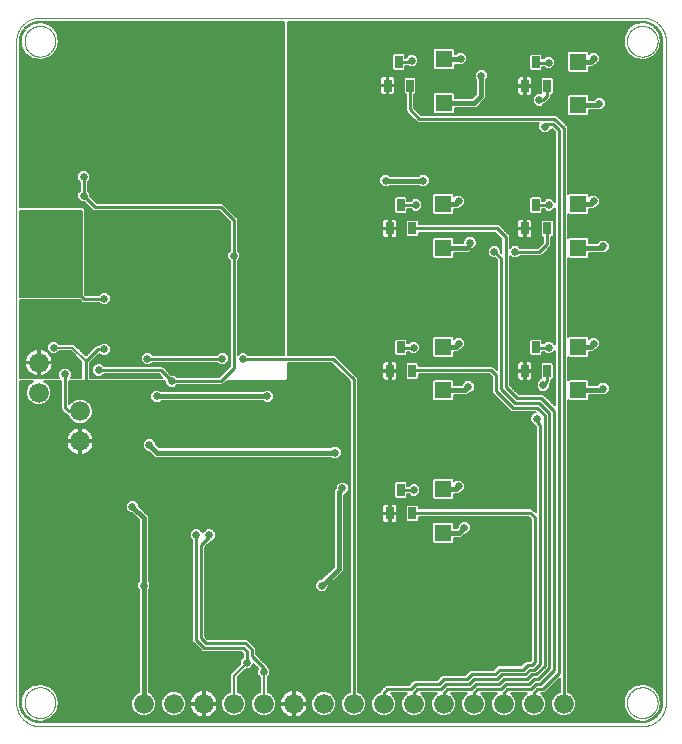
<source format=gbl>
G75*
%MOIN*%
%OFA0B0*%
%FSLAX25Y25*%
%IPPOS*%
%LPD*%
%AMOC8*
5,1,8,0,0,1.08239X$1,22.5*
%
%ADD10C,0.00001*%
%ADD11R,0.16000X0.06000*%
%ADD12R,0.02500X0.04000*%
%ADD13R,0.05512X0.05512*%
%ADD14C,0.06600*%
%ADD15C,0.02578*%
%ADD16C,0.01000*%
%ADD17C,0.01600*%
%ADD18C,0.00600*%
%ADD19C,0.00800*%
D10*
X0105675Y0063549D02*
X0105675Y0284021D01*
X0108431Y0284021D02*
X0108433Y0284164D01*
X0108439Y0284307D01*
X0108449Y0284449D01*
X0108463Y0284591D01*
X0108481Y0284733D01*
X0108503Y0284875D01*
X0108528Y0285015D01*
X0108558Y0285155D01*
X0108592Y0285294D01*
X0108629Y0285432D01*
X0108671Y0285569D01*
X0108716Y0285704D01*
X0108765Y0285838D01*
X0108817Y0285971D01*
X0108873Y0286103D01*
X0108933Y0286232D01*
X0108997Y0286360D01*
X0109064Y0286487D01*
X0109135Y0286611D01*
X0109209Y0286733D01*
X0109286Y0286853D01*
X0109367Y0286971D01*
X0109451Y0287087D01*
X0109538Y0287200D01*
X0109628Y0287311D01*
X0109722Y0287419D01*
X0109818Y0287525D01*
X0109917Y0287627D01*
X0110020Y0287727D01*
X0110124Y0287824D01*
X0110232Y0287919D01*
X0110342Y0288010D01*
X0110455Y0288098D01*
X0110570Y0288182D01*
X0110687Y0288264D01*
X0110807Y0288342D01*
X0110928Y0288417D01*
X0111052Y0288489D01*
X0111178Y0288557D01*
X0111305Y0288621D01*
X0111435Y0288682D01*
X0111566Y0288739D01*
X0111698Y0288793D01*
X0111832Y0288842D01*
X0111967Y0288889D01*
X0112104Y0288931D01*
X0112242Y0288969D01*
X0112380Y0289004D01*
X0112520Y0289034D01*
X0112660Y0289061D01*
X0112801Y0289084D01*
X0112943Y0289103D01*
X0113085Y0289118D01*
X0113228Y0289129D01*
X0113370Y0289136D01*
X0113513Y0289139D01*
X0113656Y0289138D01*
X0113799Y0289133D01*
X0113942Y0289124D01*
X0114084Y0289111D01*
X0114226Y0289094D01*
X0114367Y0289073D01*
X0114508Y0289048D01*
X0114648Y0289020D01*
X0114787Y0288987D01*
X0114925Y0288950D01*
X0115062Y0288910D01*
X0115198Y0288866D01*
X0115333Y0288818D01*
X0115466Y0288766D01*
X0115598Y0288711D01*
X0115728Y0288652D01*
X0115857Y0288589D01*
X0115983Y0288523D01*
X0116108Y0288453D01*
X0116231Y0288380D01*
X0116351Y0288304D01*
X0116470Y0288224D01*
X0116586Y0288140D01*
X0116700Y0288054D01*
X0116811Y0287964D01*
X0116920Y0287872D01*
X0117026Y0287776D01*
X0117130Y0287678D01*
X0117231Y0287576D01*
X0117328Y0287472D01*
X0117423Y0287365D01*
X0117515Y0287256D01*
X0117604Y0287144D01*
X0117690Y0287029D01*
X0117772Y0286913D01*
X0117851Y0286793D01*
X0117927Y0286672D01*
X0117999Y0286549D01*
X0118068Y0286424D01*
X0118133Y0286297D01*
X0118195Y0286168D01*
X0118253Y0286037D01*
X0118308Y0285905D01*
X0118358Y0285771D01*
X0118405Y0285636D01*
X0118449Y0285500D01*
X0118488Y0285363D01*
X0118523Y0285224D01*
X0118555Y0285085D01*
X0118583Y0284945D01*
X0118607Y0284804D01*
X0118627Y0284662D01*
X0118643Y0284520D01*
X0118655Y0284378D01*
X0118663Y0284235D01*
X0118667Y0284092D01*
X0118667Y0283950D01*
X0118663Y0283807D01*
X0118655Y0283664D01*
X0118643Y0283522D01*
X0118627Y0283380D01*
X0118607Y0283238D01*
X0118583Y0283097D01*
X0118555Y0282957D01*
X0118523Y0282818D01*
X0118488Y0282679D01*
X0118449Y0282542D01*
X0118405Y0282406D01*
X0118358Y0282271D01*
X0118308Y0282137D01*
X0118253Y0282005D01*
X0118195Y0281874D01*
X0118133Y0281745D01*
X0118068Y0281618D01*
X0117999Y0281493D01*
X0117927Y0281370D01*
X0117851Y0281249D01*
X0117772Y0281129D01*
X0117690Y0281013D01*
X0117604Y0280898D01*
X0117515Y0280786D01*
X0117423Y0280677D01*
X0117328Y0280570D01*
X0117231Y0280466D01*
X0117130Y0280364D01*
X0117026Y0280266D01*
X0116920Y0280170D01*
X0116811Y0280078D01*
X0116700Y0279988D01*
X0116586Y0279902D01*
X0116470Y0279818D01*
X0116351Y0279738D01*
X0116231Y0279662D01*
X0116108Y0279589D01*
X0115983Y0279519D01*
X0115857Y0279453D01*
X0115728Y0279390D01*
X0115598Y0279331D01*
X0115466Y0279276D01*
X0115333Y0279224D01*
X0115198Y0279176D01*
X0115062Y0279132D01*
X0114925Y0279092D01*
X0114787Y0279055D01*
X0114648Y0279022D01*
X0114508Y0278994D01*
X0114367Y0278969D01*
X0114226Y0278948D01*
X0114084Y0278931D01*
X0113942Y0278918D01*
X0113799Y0278909D01*
X0113656Y0278904D01*
X0113513Y0278903D01*
X0113370Y0278906D01*
X0113228Y0278913D01*
X0113085Y0278924D01*
X0112943Y0278939D01*
X0112801Y0278958D01*
X0112660Y0278981D01*
X0112520Y0279008D01*
X0112380Y0279038D01*
X0112242Y0279073D01*
X0112104Y0279111D01*
X0111967Y0279153D01*
X0111832Y0279200D01*
X0111698Y0279249D01*
X0111566Y0279303D01*
X0111435Y0279360D01*
X0111305Y0279421D01*
X0111178Y0279485D01*
X0111052Y0279553D01*
X0110928Y0279625D01*
X0110807Y0279700D01*
X0110687Y0279778D01*
X0110570Y0279860D01*
X0110455Y0279944D01*
X0110342Y0280032D01*
X0110232Y0280123D01*
X0110124Y0280218D01*
X0110020Y0280315D01*
X0109917Y0280415D01*
X0109818Y0280517D01*
X0109722Y0280623D01*
X0109628Y0280731D01*
X0109538Y0280842D01*
X0109451Y0280955D01*
X0109367Y0281071D01*
X0109286Y0281189D01*
X0109209Y0281309D01*
X0109135Y0281431D01*
X0109064Y0281555D01*
X0108997Y0281682D01*
X0108933Y0281810D01*
X0108873Y0281939D01*
X0108817Y0282071D01*
X0108765Y0282204D01*
X0108716Y0282338D01*
X0108671Y0282473D01*
X0108629Y0282610D01*
X0108592Y0282748D01*
X0108558Y0282887D01*
X0108528Y0283027D01*
X0108503Y0283167D01*
X0108481Y0283309D01*
X0108463Y0283451D01*
X0108449Y0283593D01*
X0108439Y0283735D01*
X0108433Y0283878D01*
X0108431Y0284021D01*
X0105675Y0284021D02*
X0105677Y0284211D01*
X0105684Y0284401D01*
X0105696Y0284591D01*
X0105712Y0284781D01*
X0105732Y0284970D01*
X0105758Y0285159D01*
X0105787Y0285347D01*
X0105822Y0285534D01*
X0105861Y0285720D01*
X0105904Y0285905D01*
X0105952Y0286090D01*
X0106004Y0286273D01*
X0106060Y0286454D01*
X0106121Y0286634D01*
X0106187Y0286813D01*
X0106256Y0286990D01*
X0106330Y0287166D01*
X0106408Y0287339D01*
X0106491Y0287511D01*
X0106577Y0287680D01*
X0106667Y0287848D01*
X0106762Y0288013D01*
X0106860Y0288176D01*
X0106963Y0288336D01*
X0107069Y0288494D01*
X0107179Y0288649D01*
X0107292Y0288802D01*
X0107410Y0288952D01*
X0107531Y0289098D01*
X0107655Y0289242D01*
X0107783Y0289383D01*
X0107914Y0289521D01*
X0108049Y0289656D01*
X0108187Y0289787D01*
X0108328Y0289915D01*
X0108472Y0290039D01*
X0108618Y0290160D01*
X0108768Y0290278D01*
X0108921Y0290391D01*
X0109076Y0290501D01*
X0109234Y0290607D01*
X0109394Y0290710D01*
X0109557Y0290808D01*
X0109722Y0290903D01*
X0109890Y0290993D01*
X0110059Y0291079D01*
X0110231Y0291162D01*
X0110404Y0291240D01*
X0110580Y0291314D01*
X0110757Y0291383D01*
X0110936Y0291449D01*
X0111116Y0291510D01*
X0111297Y0291566D01*
X0111480Y0291618D01*
X0111665Y0291666D01*
X0111850Y0291709D01*
X0112036Y0291748D01*
X0112223Y0291783D01*
X0112411Y0291812D01*
X0112600Y0291838D01*
X0112789Y0291858D01*
X0112979Y0291874D01*
X0113169Y0291886D01*
X0113359Y0291893D01*
X0113549Y0291895D01*
X0314336Y0291895D01*
X0309218Y0284021D02*
X0309220Y0284164D01*
X0309226Y0284307D01*
X0309236Y0284449D01*
X0309250Y0284591D01*
X0309268Y0284733D01*
X0309290Y0284875D01*
X0309315Y0285015D01*
X0309345Y0285155D01*
X0309379Y0285294D01*
X0309416Y0285432D01*
X0309458Y0285569D01*
X0309503Y0285704D01*
X0309552Y0285838D01*
X0309604Y0285971D01*
X0309660Y0286103D01*
X0309720Y0286232D01*
X0309784Y0286360D01*
X0309851Y0286487D01*
X0309922Y0286611D01*
X0309996Y0286733D01*
X0310073Y0286853D01*
X0310154Y0286971D01*
X0310238Y0287087D01*
X0310325Y0287200D01*
X0310415Y0287311D01*
X0310509Y0287419D01*
X0310605Y0287525D01*
X0310704Y0287627D01*
X0310807Y0287727D01*
X0310911Y0287824D01*
X0311019Y0287919D01*
X0311129Y0288010D01*
X0311242Y0288098D01*
X0311357Y0288182D01*
X0311474Y0288264D01*
X0311594Y0288342D01*
X0311715Y0288417D01*
X0311839Y0288489D01*
X0311965Y0288557D01*
X0312092Y0288621D01*
X0312222Y0288682D01*
X0312353Y0288739D01*
X0312485Y0288793D01*
X0312619Y0288842D01*
X0312754Y0288889D01*
X0312891Y0288931D01*
X0313029Y0288969D01*
X0313167Y0289004D01*
X0313307Y0289034D01*
X0313447Y0289061D01*
X0313588Y0289084D01*
X0313730Y0289103D01*
X0313872Y0289118D01*
X0314015Y0289129D01*
X0314157Y0289136D01*
X0314300Y0289139D01*
X0314443Y0289138D01*
X0314586Y0289133D01*
X0314729Y0289124D01*
X0314871Y0289111D01*
X0315013Y0289094D01*
X0315154Y0289073D01*
X0315295Y0289048D01*
X0315435Y0289020D01*
X0315574Y0288987D01*
X0315712Y0288950D01*
X0315849Y0288910D01*
X0315985Y0288866D01*
X0316120Y0288818D01*
X0316253Y0288766D01*
X0316385Y0288711D01*
X0316515Y0288652D01*
X0316644Y0288589D01*
X0316770Y0288523D01*
X0316895Y0288453D01*
X0317018Y0288380D01*
X0317138Y0288304D01*
X0317257Y0288224D01*
X0317373Y0288140D01*
X0317487Y0288054D01*
X0317598Y0287964D01*
X0317707Y0287872D01*
X0317813Y0287776D01*
X0317917Y0287678D01*
X0318018Y0287576D01*
X0318115Y0287472D01*
X0318210Y0287365D01*
X0318302Y0287256D01*
X0318391Y0287144D01*
X0318477Y0287029D01*
X0318559Y0286913D01*
X0318638Y0286793D01*
X0318714Y0286672D01*
X0318786Y0286549D01*
X0318855Y0286424D01*
X0318920Y0286297D01*
X0318982Y0286168D01*
X0319040Y0286037D01*
X0319095Y0285905D01*
X0319145Y0285771D01*
X0319192Y0285636D01*
X0319236Y0285500D01*
X0319275Y0285363D01*
X0319310Y0285224D01*
X0319342Y0285085D01*
X0319370Y0284945D01*
X0319394Y0284804D01*
X0319414Y0284662D01*
X0319430Y0284520D01*
X0319442Y0284378D01*
X0319450Y0284235D01*
X0319454Y0284092D01*
X0319454Y0283950D01*
X0319450Y0283807D01*
X0319442Y0283664D01*
X0319430Y0283522D01*
X0319414Y0283380D01*
X0319394Y0283238D01*
X0319370Y0283097D01*
X0319342Y0282957D01*
X0319310Y0282818D01*
X0319275Y0282679D01*
X0319236Y0282542D01*
X0319192Y0282406D01*
X0319145Y0282271D01*
X0319095Y0282137D01*
X0319040Y0282005D01*
X0318982Y0281874D01*
X0318920Y0281745D01*
X0318855Y0281618D01*
X0318786Y0281493D01*
X0318714Y0281370D01*
X0318638Y0281249D01*
X0318559Y0281129D01*
X0318477Y0281013D01*
X0318391Y0280898D01*
X0318302Y0280786D01*
X0318210Y0280677D01*
X0318115Y0280570D01*
X0318018Y0280466D01*
X0317917Y0280364D01*
X0317813Y0280266D01*
X0317707Y0280170D01*
X0317598Y0280078D01*
X0317487Y0279988D01*
X0317373Y0279902D01*
X0317257Y0279818D01*
X0317138Y0279738D01*
X0317018Y0279662D01*
X0316895Y0279589D01*
X0316770Y0279519D01*
X0316644Y0279453D01*
X0316515Y0279390D01*
X0316385Y0279331D01*
X0316253Y0279276D01*
X0316120Y0279224D01*
X0315985Y0279176D01*
X0315849Y0279132D01*
X0315712Y0279092D01*
X0315574Y0279055D01*
X0315435Y0279022D01*
X0315295Y0278994D01*
X0315154Y0278969D01*
X0315013Y0278948D01*
X0314871Y0278931D01*
X0314729Y0278918D01*
X0314586Y0278909D01*
X0314443Y0278904D01*
X0314300Y0278903D01*
X0314157Y0278906D01*
X0314015Y0278913D01*
X0313872Y0278924D01*
X0313730Y0278939D01*
X0313588Y0278958D01*
X0313447Y0278981D01*
X0313307Y0279008D01*
X0313167Y0279038D01*
X0313029Y0279073D01*
X0312891Y0279111D01*
X0312754Y0279153D01*
X0312619Y0279200D01*
X0312485Y0279249D01*
X0312353Y0279303D01*
X0312222Y0279360D01*
X0312092Y0279421D01*
X0311965Y0279485D01*
X0311839Y0279553D01*
X0311715Y0279625D01*
X0311594Y0279700D01*
X0311474Y0279778D01*
X0311357Y0279860D01*
X0311242Y0279944D01*
X0311129Y0280032D01*
X0311019Y0280123D01*
X0310911Y0280218D01*
X0310807Y0280315D01*
X0310704Y0280415D01*
X0310605Y0280517D01*
X0310509Y0280623D01*
X0310415Y0280731D01*
X0310325Y0280842D01*
X0310238Y0280955D01*
X0310154Y0281071D01*
X0310073Y0281189D01*
X0309996Y0281309D01*
X0309922Y0281431D01*
X0309851Y0281555D01*
X0309784Y0281682D01*
X0309720Y0281810D01*
X0309660Y0281939D01*
X0309604Y0282071D01*
X0309552Y0282204D01*
X0309503Y0282338D01*
X0309458Y0282473D01*
X0309416Y0282610D01*
X0309379Y0282748D01*
X0309345Y0282887D01*
X0309315Y0283027D01*
X0309290Y0283167D01*
X0309268Y0283309D01*
X0309250Y0283451D01*
X0309236Y0283593D01*
X0309226Y0283735D01*
X0309220Y0283878D01*
X0309218Y0284021D01*
X0314336Y0291895D02*
X0314526Y0291893D01*
X0314716Y0291886D01*
X0314906Y0291874D01*
X0315096Y0291858D01*
X0315285Y0291838D01*
X0315474Y0291812D01*
X0315662Y0291783D01*
X0315849Y0291748D01*
X0316035Y0291709D01*
X0316220Y0291666D01*
X0316405Y0291618D01*
X0316588Y0291566D01*
X0316769Y0291510D01*
X0316949Y0291449D01*
X0317128Y0291383D01*
X0317305Y0291314D01*
X0317481Y0291240D01*
X0317654Y0291162D01*
X0317826Y0291079D01*
X0317995Y0290993D01*
X0318163Y0290903D01*
X0318328Y0290808D01*
X0318491Y0290710D01*
X0318651Y0290607D01*
X0318809Y0290501D01*
X0318964Y0290391D01*
X0319117Y0290278D01*
X0319267Y0290160D01*
X0319413Y0290039D01*
X0319557Y0289915D01*
X0319698Y0289787D01*
X0319836Y0289656D01*
X0319971Y0289521D01*
X0320102Y0289383D01*
X0320230Y0289242D01*
X0320354Y0289098D01*
X0320475Y0288952D01*
X0320593Y0288802D01*
X0320706Y0288649D01*
X0320816Y0288494D01*
X0320922Y0288336D01*
X0321025Y0288176D01*
X0321123Y0288013D01*
X0321218Y0287848D01*
X0321308Y0287680D01*
X0321394Y0287511D01*
X0321477Y0287339D01*
X0321555Y0287166D01*
X0321629Y0286990D01*
X0321698Y0286813D01*
X0321764Y0286634D01*
X0321825Y0286454D01*
X0321881Y0286273D01*
X0321933Y0286090D01*
X0321981Y0285905D01*
X0322024Y0285720D01*
X0322063Y0285534D01*
X0322098Y0285347D01*
X0322127Y0285159D01*
X0322153Y0284970D01*
X0322173Y0284781D01*
X0322189Y0284591D01*
X0322201Y0284401D01*
X0322208Y0284211D01*
X0322210Y0284021D01*
X0322210Y0063549D01*
X0309218Y0063549D02*
X0309220Y0063692D01*
X0309226Y0063835D01*
X0309236Y0063977D01*
X0309250Y0064119D01*
X0309268Y0064261D01*
X0309290Y0064403D01*
X0309315Y0064543D01*
X0309345Y0064683D01*
X0309379Y0064822D01*
X0309416Y0064960D01*
X0309458Y0065097D01*
X0309503Y0065232D01*
X0309552Y0065366D01*
X0309604Y0065499D01*
X0309660Y0065631D01*
X0309720Y0065760D01*
X0309784Y0065888D01*
X0309851Y0066015D01*
X0309922Y0066139D01*
X0309996Y0066261D01*
X0310073Y0066381D01*
X0310154Y0066499D01*
X0310238Y0066615D01*
X0310325Y0066728D01*
X0310415Y0066839D01*
X0310509Y0066947D01*
X0310605Y0067053D01*
X0310704Y0067155D01*
X0310807Y0067255D01*
X0310911Y0067352D01*
X0311019Y0067447D01*
X0311129Y0067538D01*
X0311242Y0067626D01*
X0311357Y0067710D01*
X0311474Y0067792D01*
X0311594Y0067870D01*
X0311715Y0067945D01*
X0311839Y0068017D01*
X0311965Y0068085D01*
X0312092Y0068149D01*
X0312222Y0068210D01*
X0312353Y0068267D01*
X0312485Y0068321D01*
X0312619Y0068370D01*
X0312754Y0068417D01*
X0312891Y0068459D01*
X0313029Y0068497D01*
X0313167Y0068532D01*
X0313307Y0068562D01*
X0313447Y0068589D01*
X0313588Y0068612D01*
X0313730Y0068631D01*
X0313872Y0068646D01*
X0314015Y0068657D01*
X0314157Y0068664D01*
X0314300Y0068667D01*
X0314443Y0068666D01*
X0314586Y0068661D01*
X0314729Y0068652D01*
X0314871Y0068639D01*
X0315013Y0068622D01*
X0315154Y0068601D01*
X0315295Y0068576D01*
X0315435Y0068548D01*
X0315574Y0068515D01*
X0315712Y0068478D01*
X0315849Y0068438D01*
X0315985Y0068394D01*
X0316120Y0068346D01*
X0316253Y0068294D01*
X0316385Y0068239D01*
X0316515Y0068180D01*
X0316644Y0068117D01*
X0316770Y0068051D01*
X0316895Y0067981D01*
X0317018Y0067908D01*
X0317138Y0067832D01*
X0317257Y0067752D01*
X0317373Y0067668D01*
X0317487Y0067582D01*
X0317598Y0067492D01*
X0317707Y0067400D01*
X0317813Y0067304D01*
X0317917Y0067206D01*
X0318018Y0067104D01*
X0318115Y0067000D01*
X0318210Y0066893D01*
X0318302Y0066784D01*
X0318391Y0066672D01*
X0318477Y0066557D01*
X0318559Y0066441D01*
X0318638Y0066321D01*
X0318714Y0066200D01*
X0318786Y0066077D01*
X0318855Y0065952D01*
X0318920Y0065825D01*
X0318982Y0065696D01*
X0319040Y0065565D01*
X0319095Y0065433D01*
X0319145Y0065299D01*
X0319192Y0065164D01*
X0319236Y0065028D01*
X0319275Y0064891D01*
X0319310Y0064752D01*
X0319342Y0064613D01*
X0319370Y0064473D01*
X0319394Y0064332D01*
X0319414Y0064190D01*
X0319430Y0064048D01*
X0319442Y0063906D01*
X0319450Y0063763D01*
X0319454Y0063620D01*
X0319454Y0063478D01*
X0319450Y0063335D01*
X0319442Y0063192D01*
X0319430Y0063050D01*
X0319414Y0062908D01*
X0319394Y0062766D01*
X0319370Y0062625D01*
X0319342Y0062485D01*
X0319310Y0062346D01*
X0319275Y0062207D01*
X0319236Y0062070D01*
X0319192Y0061934D01*
X0319145Y0061799D01*
X0319095Y0061665D01*
X0319040Y0061533D01*
X0318982Y0061402D01*
X0318920Y0061273D01*
X0318855Y0061146D01*
X0318786Y0061021D01*
X0318714Y0060898D01*
X0318638Y0060777D01*
X0318559Y0060657D01*
X0318477Y0060541D01*
X0318391Y0060426D01*
X0318302Y0060314D01*
X0318210Y0060205D01*
X0318115Y0060098D01*
X0318018Y0059994D01*
X0317917Y0059892D01*
X0317813Y0059794D01*
X0317707Y0059698D01*
X0317598Y0059606D01*
X0317487Y0059516D01*
X0317373Y0059430D01*
X0317257Y0059346D01*
X0317138Y0059266D01*
X0317018Y0059190D01*
X0316895Y0059117D01*
X0316770Y0059047D01*
X0316644Y0058981D01*
X0316515Y0058918D01*
X0316385Y0058859D01*
X0316253Y0058804D01*
X0316120Y0058752D01*
X0315985Y0058704D01*
X0315849Y0058660D01*
X0315712Y0058620D01*
X0315574Y0058583D01*
X0315435Y0058550D01*
X0315295Y0058522D01*
X0315154Y0058497D01*
X0315013Y0058476D01*
X0314871Y0058459D01*
X0314729Y0058446D01*
X0314586Y0058437D01*
X0314443Y0058432D01*
X0314300Y0058431D01*
X0314157Y0058434D01*
X0314015Y0058441D01*
X0313872Y0058452D01*
X0313730Y0058467D01*
X0313588Y0058486D01*
X0313447Y0058509D01*
X0313307Y0058536D01*
X0313167Y0058566D01*
X0313029Y0058601D01*
X0312891Y0058639D01*
X0312754Y0058681D01*
X0312619Y0058728D01*
X0312485Y0058777D01*
X0312353Y0058831D01*
X0312222Y0058888D01*
X0312092Y0058949D01*
X0311965Y0059013D01*
X0311839Y0059081D01*
X0311715Y0059153D01*
X0311594Y0059228D01*
X0311474Y0059306D01*
X0311357Y0059388D01*
X0311242Y0059472D01*
X0311129Y0059560D01*
X0311019Y0059651D01*
X0310911Y0059746D01*
X0310807Y0059843D01*
X0310704Y0059943D01*
X0310605Y0060045D01*
X0310509Y0060151D01*
X0310415Y0060259D01*
X0310325Y0060370D01*
X0310238Y0060483D01*
X0310154Y0060599D01*
X0310073Y0060717D01*
X0309996Y0060837D01*
X0309922Y0060959D01*
X0309851Y0061083D01*
X0309784Y0061210D01*
X0309720Y0061338D01*
X0309660Y0061467D01*
X0309604Y0061599D01*
X0309552Y0061732D01*
X0309503Y0061866D01*
X0309458Y0062001D01*
X0309416Y0062138D01*
X0309379Y0062276D01*
X0309345Y0062415D01*
X0309315Y0062555D01*
X0309290Y0062695D01*
X0309268Y0062837D01*
X0309250Y0062979D01*
X0309236Y0063121D01*
X0309226Y0063263D01*
X0309220Y0063406D01*
X0309218Y0063549D01*
X0314336Y0055675D02*
X0314526Y0055677D01*
X0314716Y0055684D01*
X0314906Y0055696D01*
X0315096Y0055712D01*
X0315285Y0055732D01*
X0315474Y0055758D01*
X0315662Y0055787D01*
X0315849Y0055822D01*
X0316035Y0055861D01*
X0316220Y0055904D01*
X0316405Y0055952D01*
X0316588Y0056004D01*
X0316769Y0056060D01*
X0316949Y0056121D01*
X0317128Y0056187D01*
X0317305Y0056256D01*
X0317481Y0056330D01*
X0317654Y0056408D01*
X0317826Y0056491D01*
X0317995Y0056577D01*
X0318163Y0056667D01*
X0318328Y0056762D01*
X0318491Y0056860D01*
X0318651Y0056963D01*
X0318809Y0057069D01*
X0318964Y0057179D01*
X0319117Y0057292D01*
X0319267Y0057410D01*
X0319413Y0057531D01*
X0319557Y0057655D01*
X0319698Y0057783D01*
X0319836Y0057914D01*
X0319971Y0058049D01*
X0320102Y0058187D01*
X0320230Y0058328D01*
X0320354Y0058472D01*
X0320475Y0058618D01*
X0320593Y0058768D01*
X0320706Y0058921D01*
X0320816Y0059076D01*
X0320922Y0059234D01*
X0321025Y0059394D01*
X0321123Y0059557D01*
X0321218Y0059722D01*
X0321308Y0059890D01*
X0321394Y0060059D01*
X0321477Y0060231D01*
X0321555Y0060404D01*
X0321629Y0060580D01*
X0321698Y0060757D01*
X0321764Y0060936D01*
X0321825Y0061116D01*
X0321881Y0061297D01*
X0321933Y0061480D01*
X0321981Y0061665D01*
X0322024Y0061850D01*
X0322063Y0062036D01*
X0322098Y0062223D01*
X0322127Y0062411D01*
X0322153Y0062600D01*
X0322173Y0062789D01*
X0322189Y0062979D01*
X0322201Y0063169D01*
X0322208Y0063359D01*
X0322210Y0063549D01*
X0314336Y0055675D02*
X0113549Y0055675D01*
X0108431Y0063549D02*
X0108433Y0063692D01*
X0108439Y0063835D01*
X0108449Y0063977D01*
X0108463Y0064119D01*
X0108481Y0064261D01*
X0108503Y0064403D01*
X0108528Y0064543D01*
X0108558Y0064683D01*
X0108592Y0064822D01*
X0108629Y0064960D01*
X0108671Y0065097D01*
X0108716Y0065232D01*
X0108765Y0065366D01*
X0108817Y0065499D01*
X0108873Y0065631D01*
X0108933Y0065760D01*
X0108997Y0065888D01*
X0109064Y0066015D01*
X0109135Y0066139D01*
X0109209Y0066261D01*
X0109286Y0066381D01*
X0109367Y0066499D01*
X0109451Y0066615D01*
X0109538Y0066728D01*
X0109628Y0066839D01*
X0109722Y0066947D01*
X0109818Y0067053D01*
X0109917Y0067155D01*
X0110020Y0067255D01*
X0110124Y0067352D01*
X0110232Y0067447D01*
X0110342Y0067538D01*
X0110455Y0067626D01*
X0110570Y0067710D01*
X0110687Y0067792D01*
X0110807Y0067870D01*
X0110928Y0067945D01*
X0111052Y0068017D01*
X0111178Y0068085D01*
X0111305Y0068149D01*
X0111435Y0068210D01*
X0111566Y0068267D01*
X0111698Y0068321D01*
X0111832Y0068370D01*
X0111967Y0068417D01*
X0112104Y0068459D01*
X0112242Y0068497D01*
X0112380Y0068532D01*
X0112520Y0068562D01*
X0112660Y0068589D01*
X0112801Y0068612D01*
X0112943Y0068631D01*
X0113085Y0068646D01*
X0113228Y0068657D01*
X0113370Y0068664D01*
X0113513Y0068667D01*
X0113656Y0068666D01*
X0113799Y0068661D01*
X0113942Y0068652D01*
X0114084Y0068639D01*
X0114226Y0068622D01*
X0114367Y0068601D01*
X0114508Y0068576D01*
X0114648Y0068548D01*
X0114787Y0068515D01*
X0114925Y0068478D01*
X0115062Y0068438D01*
X0115198Y0068394D01*
X0115333Y0068346D01*
X0115466Y0068294D01*
X0115598Y0068239D01*
X0115728Y0068180D01*
X0115857Y0068117D01*
X0115983Y0068051D01*
X0116108Y0067981D01*
X0116231Y0067908D01*
X0116351Y0067832D01*
X0116470Y0067752D01*
X0116586Y0067668D01*
X0116700Y0067582D01*
X0116811Y0067492D01*
X0116920Y0067400D01*
X0117026Y0067304D01*
X0117130Y0067206D01*
X0117231Y0067104D01*
X0117328Y0067000D01*
X0117423Y0066893D01*
X0117515Y0066784D01*
X0117604Y0066672D01*
X0117690Y0066557D01*
X0117772Y0066441D01*
X0117851Y0066321D01*
X0117927Y0066200D01*
X0117999Y0066077D01*
X0118068Y0065952D01*
X0118133Y0065825D01*
X0118195Y0065696D01*
X0118253Y0065565D01*
X0118308Y0065433D01*
X0118358Y0065299D01*
X0118405Y0065164D01*
X0118449Y0065028D01*
X0118488Y0064891D01*
X0118523Y0064752D01*
X0118555Y0064613D01*
X0118583Y0064473D01*
X0118607Y0064332D01*
X0118627Y0064190D01*
X0118643Y0064048D01*
X0118655Y0063906D01*
X0118663Y0063763D01*
X0118667Y0063620D01*
X0118667Y0063478D01*
X0118663Y0063335D01*
X0118655Y0063192D01*
X0118643Y0063050D01*
X0118627Y0062908D01*
X0118607Y0062766D01*
X0118583Y0062625D01*
X0118555Y0062485D01*
X0118523Y0062346D01*
X0118488Y0062207D01*
X0118449Y0062070D01*
X0118405Y0061934D01*
X0118358Y0061799D01*
X0118308Y0061665D01*
X0118253Y0061533D01*
X0118195Y0061402D01*
X0118133Y0061273D01*
X0118068Y0061146D01*
X0117999Y0061021D01*
X0117927Y0060898D01*
X0117851Y0060777D01*
X0117772Y0060657D01*
X0117690Y0060541D01*
X0117604Y0060426D01*
X0117515Y0060314D01*
X0117423Y0060205D01*
X0117328Y0060098D01*
X0117231Y0059994D01*
X0117130Y0059892D01*
X0117026Y0059794D01*
X0116920Y0059698D01*
X0116811Y0059606D01*
X0116700Y0059516D01*
X0116586Y0059430D01*
X0116470Y0059346D01*
X0116351Y0059266D01*
X0116231Y0059190D01*
X0116108Y0059117D01*
X0115983Y0059047D01*
X0115857Y0058981D01*
X0115728Y0058918D01*
X0115598Y0058859D01*
X0115466Y0058804D01*
X0115333Y0058752D01*
X0115198Y0058704D01*
X0115062Y0058660D01*
X0114925Y0058620D01*
X0114787Y0058583D01*
X0114648Y0058550D01*
X0114508Y0058522D01*
X0114367Y0058497D01*
X0114226Y0058476D01*
X0114084Y0058459D01*
X0113942Y0058446D01*
X0113799Y0058437D01*
X0113656Y0058432D01*
X0113513Y0058431D01*
X0113370Y0058434D01*
X0113228Y0058441D01*
X0113085Y0058452D01*
X0112943Y0058467D01*
X0112801Y0058486D01*
X0112660Y0058509D01*
X0112520Y0058536D01*
X0112380Y0058566D01*
X0112242Y0058601D01*
X0112104Y0058639D01*
X0111967Y0058681D01*
X0111832Y0058728D01*
X0111698Y0058777D01*
X0111566Y0058831D01*
X0111435Y0058888D01*
X0111305Y0058949D01*
X0111178Y0059013D01*
X0111052Y0059081D01*
X0110928Y0059153D01*
X0110807Y0059228D01*
X0110687Y0059306D01*
X0110570Y0059388D01*
X0110455Y0059472D01*
X0110342Y0059560D01*
X0110232Y0059651D01*
X0110124Y0059746D01*
X0110020Y0059843D01*
X0109917Y0059943D01*
X0109818Y0060045D01*
X0109722Y0060151D01*
X0109628Y0060259D01*
X0109538Y0060370D01*
X0109451Y0060483D01*
X0109367Y0060599D01*
X0109286Y0060717D01*
X0109209Y0060837D01*
X0109135Y0060959D01*
X0109064Y0061083D01*
X0108997Y0061210D01*
X0108933Y0061338D01*
X0108873Y0061467D01*
X0108817Y0061599D01*
X0108765Y0061732D01*
X0108716Y0061866D01*
X0108671Y0062001D01*
X0108629Y0062138D01*
X0108592Y0062276D01*
X0108558Y0062415D01*
X0108528Y0062555D01*
X0108503Y0062695D01*
X0108481Y0062837D01*
X0108463Y0062979D01*
X0108449Y0063121D01*
X0108439Y0063263D01*
X0108433Y0063406D01*
X0108431Y0063549D01*
X0105675Y0063549D02*
X0105677Y0063359D01*
X0105684Y0063169D01*
X0105696Y0062979D01*
X0105712Y0062789D01*
X0105732Y0062600D01*
X0105758Y0062411D01*
X0105787Y0062223D01*
X0105822Y0062036D01*
X0105861Y0061850D01*
X0105904Y0061665D01*
X0105952Y0061480D01*
X0106004Y0061297D01*
X0106060Y0061116D01*
X0106121Y0060936D01*
X0106187Y0060757D01*
X0106256Y0060580D01*
X0106330Y0060404D01*
X0106408Y0060231D01*
X0106491Y0060059D01*
X0106577Y0059890D01*
X0106667Y0059722D01*
X0106762Y0059557D01*
X0106860Y0059394D01*
X0106963Y0059234D01*
X0107069Y0059076D01*
X0107179Y0058921D01*
X0107292Y0058768D01*
X0107410Y0058618D01*
X0107531Y0058472D01*
X0107655Y0058328D01*
X0107783Y0058187D01*
X0107914Y0058049D01*
X0108049Y0057914D01*
X0108187Y0057783D01*
X0108328Y0057655D01*
X0108472Y0057531D01*
X0108618Y0057410D01*
X0108768Y0057292D01*
X0108921Y0057179D01*
X0109076Y0057069D01*
X0109234Y0056963D01*
X0109394Y0056860D01*
X0109557Y0056762D01*
X0109722Y0056667D01*
X0109890Y0056577D01*
X0110059Y0056491D01*
X0110231Y0056408D01*
X0110404Y0056330D01*
X0110580Y0056256D01*
X0110757Y0056187D01*
X0110936Y0056121D01*
X0111116Y0056060D01*
X0111297Y0056004D01*
X0111480Y0055952D01*
X0111665Y0055904D01*
X0111850Y0055861D01*
X0112036Y0055822D01*
X0112223Y0055787D01*
X0112411Y0055758D01*
X0112600Y0055732D01*
X0112789Y0055712D01*
X0112979Y0055696D01*
X0113169Y0055684D01*
X0113359Y0055677D01*
X0113549Y0055675D01*
D11*
X0118675Y0203175D03*
X0118675Y0223175D03*
D12*
X0230163Y0221600D03*
X0237644Y0221600D03*
X0233903Y0229474D03*
X0236915Y0269238D03*
X0229435Y0269238D03*
X0233175Y0277112D03*
X0275163Y0269100D03*
X0282644Y0269100D03*
X0278903Y0276974D03*
X0278903Y0229474D03*
X0275163Y0221600D03*
X0282644Y0221600D03*
X0278903Y0181974D03*
X0275163Y0174100D03*
X0282644Y0174100D03*
X0237644Y0174100D03*
X0230163Y0174100D03*
X0233903Y0181974D03*
X0233903Y0134474D03*
X0230163Y0126600D03*
X0237644Y0126600D03*
D13*
X0248037Y0120163D03*
X0248037Y0134730D03*
X0248037Y0167663D03*
X0248037Y0182230D03*
X0248037Y0215163D03*
X0248037Y0229730D03*
X0248175Y0263392D03*
X0248175Y0277958D03*
X0293037Y0277230D03*
X0293037Y0262663D03*
X0293037Y0229730D03*
X0293037Y0215163D03*
X0293037Y0182230D03*
X0293037Y0167663D03*
D14*
X0288175Y0063175D03*
X0278175Y0063175D03*
X0268175Y0063175D03*
X0258175Y0063175D03*
X0248175Y0063175D03*
X0238175Y0063175D03*
X0228175Y0063175D03*
X0218175Y0063175D03*
X0208175Y0063175D03*
X0198175Y0063175D03*
X0188175Y0063175D03*
X0178175Y0063175D03*
X0168175Y0063175D03*
X0158175Y0063175D03*
X0148175Y0063175D03*
X0126925Y0150675D03*
X0126925Y0160675D03*
X0113175Y0166925D03*
X0113175Y0176925D03*
D15*
X0118175Y0181925D03*
X0118175Y0188800D03*
X0118175Y0203175D03*
X0113175Y0203175D03*
X0123175Y0203175D03*
X0132550Y0206925D03*
X0136925Y0206925D03*
X0141300Y0206925D03*
X0145675Y0206925D03*
X0156925Y0210675D03*
X0156925Y0215675D03*
X0163175Y0215675D03*
X0163175Y0210675D03*
X0171925Y0205050D03*
X0178175Y0212550D03*
X0146300Y0220050D03*
X0141925Y0220050D03*
X0137550Y0220050D03*
X0133175Y0221300D03*
X0130050Y0224425D03*
X0123175Y0223175D03*
X0118175Y0223175D03*
X0113175Y0223175D03*
X0128175Y0232550D03*
X0128175Y0238800D03*
X0136925Y0232550D03*
X0137550Y0225050D03*
X0135050Y0198175D03*
X0145675Y0182550D03*
X0149425Y0178175D03*
X0157550Y0170675D03*
X0152550Y0165675D03*
X0155675Y0160675D03*
X0150050Y0149425D03*
X0144425Y0128800D03*
X0125050Y0128800D03*
X0148175Y0102550D03*
X0137550Y0086925D03*
X0126300Y0066300D03*
X0172550Y0076300D03*
X0182550Y0076925D03*
X0183175Y0072550D03*
X0183175Y0066300D03*
X0188175Y0073800D03*
X0198175Y0094425D03*
X0207550Y0102550D03*
X0214425Y0135050D03*
X0211925Y0146925D03*
X0189425Y0165675D03*
X0181300Y0178175D03*
X0174425Y0178175D03*
X0213175Y0213175D03*
X0211300Y0226925D03*
X0228800Y0237550D03*
X0238800Y0229425D03*
X0241300Y0237550D03*
X0238800Y0248175D03*
X0253175Y0230675D03*
X0257550Y0232550D03*
X0256925Y0216925D03*
X0265050Y0213800D03*
X0271925Y0213800D03*
X0275050Y0201925D03*
X0283175Y0181925D03*
X0281300Y0169425D03*
X0279186Y0158175D03*
X0301300Y0168175D03*
X0298175Y0183175D03*
X0301300Y0215675D03*
X0308800Y0227550D03*
X0298175Y0230675D03*
X0283175Y0229425D03*
X0275050Y0248175D03*
X0281925Y0255586D03*
X0280050Y0264425D03*
X0283175Y0276925D03*
X0298175Y0278175D03*
X0300050Y0263175D03*
X0260675Y0272550D03*
X0253800Y0278175D03*
X0237550Y0277550D03*
X0230675Y0214425D03*
X0235675Y0201300D03*
X0238175Y0181925D03*
X0253175Y0183175D03*
X0258175Y0184425D03*
X0256300Y0168800D03*
X0255050Y0150050D03*
X0253175Y0135675D03*
X0265050Y0130675D03*
X0255050Y0121925D03*
X0238175Y0134425D03*
X0259425Y0105050D03*
X0308175Y0126925D03*
X0170050Y0119425D03*
X0165675Y0119425D03*
X0121925Y0172939D03*
X0133175Y0174425D03*
X0135050Y0181300D03*
X0142550Y0250675D03*
X0151925Y0250675D03*
X0161300Y0250675D03*
X0170675Y0250675D03*
D16*
X0173800Y0228800D02*
X0178175Y0224425D01*
X0178175Y0212550D01*
X0178175Y0175050D01*
X0173800Y0170675D01*
X0157550Y0170675D01*
X0153800Y0174425D01*
X0133175Y0174425D01*
X0128971Y0177379D02*
X0132891Y0181300D01*
X0135050Y0181300D01*
X0128971Y0177379D02*
X0128800Y0177209D01*
X0128800Y0170050D01*
X0121925Y0172939D02*
X0121925Y0161925D01*
X0123175Y0160675D01*
X0126925Y0160675D01*
X0149425Y0178175D02*
X0174425Y0178175D01*
X0181300Y0178175D02*
X0211300Y0178175D01*
X0218175Y0171300D01*
X0218175Y0063175D01*
X0228175Y0063175D02*
X0228175Y0066925D01*
X0229425Y0068175D01*
X0237162Y0068175D01*
X0238762Y0069775D01*
X0246500Y0069775D01*
X0248100Y0071375D01*
X0255837Y0071375D01*
X0257437Y0072975D01*
X0265174Y0072975D01*
X0266774Y0074575D01*
X0274511Y0074575D01*
X0276111Y0076175D01*
X0277512Y0076175D01*
X0278575Y0077238D01*
X0278575Y0125275D01*
X0276925Y0126925D01*
X0237968Y0126925D01*
X0237644Y0126600D01*
X0238175Y0134425D02*
X0233953Y0134425D01*
X0233903Y0134474D01*
X0265600Y0167475D02*
X0265600Y0172625D01*
X0263800Y0174425D01*
X0237968Y0174425D01*
X0237644Y0174100D01*
X0238175Y0181925D02*
X0233953Y0181925D01*
X0233903Y0181974D01*
X0265600Y0167475D02*
X0271225Y0161850D01*
X0279425Y0161850D01*
X0281775Y0159500D01*
X0281775Y0075912D01*
X0278838Y0072975D01*
X0277437Y0072975D01*
X0275837Y0071375D01*
X0268100Y0071375D01*
X0266500Y0069775D01*
X0258762Y0069775D01*
X0257162Y0068175D01*
X0249425Y0068175D01*
X0248175Y0066925D01*
X0248175Y0063175D01*
X0247162Y0068175D02*
X0248762Y0069775D01*
X0256500Y0069775D01*
X0258100Y0071375D01*
X0265837Y0071375D01*
X0267437Y0072975D01*
X0275174Y0072975D01*
X0276774Y0074575D01*
X0278175Y0074575D01*
X0280175Y0076575D01*
X0280175Y0156175D01*
X0279186Y0157164D01*
X0279186Y0158175D01*
X0283375Y0160163D02*
X0280088Y0163450D01*
X0271887Y0163450D01*
X0267200Y0168137D01*
X0267200Y0211650D01*
X0265050Y0213800D01*
X0268800Y0218800D02*
X0266000Y0221600D01*
X0237644Y0221600D01*
X0238800Y0229425D02*
X0233953Y0229425D01*
X0233903Y0229474D01*
X0240050Y0258175D02*
X0236915Y0261310D01*
X0236915Y0269238D01*
X0237112Y0277112D02*
X0233175Y0277112D01*
X0237112Y0277112D02*
X0237550Y0277550D01*
X0240050Y0258175D02*
X0285050Y0258175D01*
X0288175Y0255050D01*
X0288175Y0063175D01*
X0281300Y0068175D02*
X0286575Y0073450D01*
X0286575Y0254387D01*
X0284662Y0256300D01*
X0282550Y0256300D01*
X0281925Y0255675D01*
X0281925Y0255586D01*
X0281300Y0264425D02*
X0282644Y0265769D01*
X0282644Y0269100D01*
X0281300Y0264425D02*
X0280050Y0264425D01*
X0278953Y0276925D02*
X0278903Y0276974D01*
X0278953Y0276925D02*
X0283175Y0276925D01*
X0283175Y0229425D02*
X0278953Y0229425D01*
X0278903Y0229474D01*
X0282644Y0221600D02*
X0282550Y0221507D01*
X0282550Y0216300D01*
X0280050Y0213800D01*
X0271925Y0213800D01*
X0268800Y0218800D02*
X0268800Y0168800D01*
X0272550Y0165050D01*
X0280750Y0165050D01*
X0284975Y0160825D01*
X0284975Y0078800D01*
X0284975Y0078488D01*
X0284975Y0074587D01*
X0280163Y0069775D01*
X0278762Y0069775D01*
X0277162Y0068175D01*
X0269425Y0068175D01*
X0268175Y0066925D01*
X0268175Y0063175D01*
X0267162Y0068175D02*
X0268762Y0069775D01*
X0276500Y0069775D01*
X0278100Y0071375D01*
X0279500Y0071375D01*
X0283375Y0075250D01*
X0283375Y0160163D01*
X0281300Y0169425D02*
X0282644Y0170769D01*
X0282644Y0174100D01*
X0283175Y0181925D02*
X0278953Y0181925D01*
X0278903Y0181974D01*
X0173800Y0228800D02*
X0131925Y0228800D01*
X0128175Y0232550D01*
X0128175Y0238800D01*
X0123175Y0203175D02*
X0128175Y0198175D01*
X0135050Y0198175D01*
X0165675Y0119425D02*
X0165675Y0084425D01*
X0168175Y0081925D01*
X0181300Y0081925D01*
X0182550Y0080675D01*
X0182550Y0076925D01*
X0184150Y0079075D02*
X0184150Y0081338D01*
X0181963Y0083525D01*
X0168838Y0083525D01*
X0167275Y0085088D01*
X0167275Y0116025D01*
X0170050Y0118800D01*
X0170050Y0119425D01*
X0184150Y0079075D02*
X0188175Y0075050D01*
X0188175Y0073800D01*
X0238175Y0066925D02*
X0238175Y0063175D01*
X0238175Y0066925D02*
X0239425Y0068175D01*
X0247162Y0068175D01*
X0258175Y0066925D02*
X0258175Y0063175D01*
X0258175Y0066925D02*
X0259425Y0068175D01*
X0267162Y0068175D01*
X0278175Y0066925D02*
X0278175Y0063175D01*
X0278175Y0066925D02*
X0279425Y0068175D01*
X0281300Y0068175D01*
D17*
X0253288Y0120163D02*
X0248037Y0120163D01*
X0253288Y0120163D02*
X0255050Y0121925D01*
X0252230Y0134730D02*
X0248037Y0134730D01*
X0252230Y0134730D02*
X0253175Y0135675D01*
X0255163Y0167663D02*
X0248037Y0167663D01*
X0255163Y0167663D02*
X0256300Y0168800D01*
X0252230Y0182230D02*
X0248037Y0182230D01*
X0252230Y0182230D02*
X0253175Y0183175D01*
X0255788Y0215163D02*
X0248037Y0215163D01*
X0255788Y0215163D02*
X0256925Y0216300D01*
X0256925Y0216925D01*
X0252230Y0229730D02*
X0248037Y0229730D01*
X0252230Y0229730D02*
X0253175Y0230675D01*
X0241300Y0237550D02*
X0228800Y0237550D01*
X0248175Y0263392D02*
X0258392Y0263392D01*
X0260675Y0265675D01*
X0260675Y0272550D01*
X0253800Y0278175D02*
X0253583Y0277958D01*
X0248175Y0277958D01*
X0293037Y0277230D02*
X0297230Y0277230D01*
X0298175Y0278175D01*
X0300050Y0263175D02*
X0299538Y0262663D01*
X0293037Y0262663D01*
X0298175Y0230675D02*
X0297230Y0229730D01*
X0293037Y0229730D01*
X0293037Y0215163D02*
X0300788Y0215163D01*
X0301300Y0215675D01*
X0298175Y0183175D02*
X0297230Y0182230D01*
X0293037Y0182230D01*
X0293037Y0167663D02*
X0301300Y0167663D01*
X0301300Y0168175D01*
X0214425Y0135050D02*
X0213175Y0133800D01*
X0213175Y0108175D01*
X0207550Y0102550D01*
X0211925Y0146925D02*
X0152550Y0146925D01*
X0150050Y0149425D01*
X0152550Y0165675D02*
X0189425Y0165675D01*
X0148175Y0125050D02*
X0144425Y0128800D01*
X0148175Y0125050D02*
X0148175Y0102550D01*
X0148175Y0063175D01*
D18*
X0149713Y0059266D02*
X0156637Y0059266D01*
X0157340Y0058975D02*
X0159010Y0058975D01*
X0160554Y0059614D01*
X0161736Y0060796D01*
X0162375Y0062340D01*
X0162375Y0064010D01*
X0161736Y0065554D01*
X0160554Y0066736D01*
X0159010Y0067375D01*
X0157340Y0067375D01*
X0155796Y0066736D01*
X0154614Y0065554D01*
X0153975Y0064010D01*
X0153975Y0062340D01*
X0154614Y0060796D01*
X0155796Y0059614D01*
X0157340Y0058975D01*
X0155546Y0059865D02*
X0150804Y0059865D01*
X0150554Y0059614D02*
X0151736Y0060796D01*
X0152375Y0062340D01*
X0152375Y0064010D01*
X0151736Y0065554D01*
X0150554Y0066736D01*
X0149875Y0067017D01*
X0149875Y0101154D01*
X0150364Y0101643D01*
X0150364Y0103457D01*
X0149875Y0103946D01*
X0149875Y0125754D01*
X0146614Y0129015D01*
X0146614Y0129707D01*
X0145332Y0130989D01*
X0143518Y0130989D01*
X0142236Y0129707D01*
X0142236Y0127893D01*
X0143518Y0126611D01*
X0144210Y0126611D01*
X0146475Y0124346D01*
X0146475Y0103946D01*
X0145986Y0103457D01*
X0145986Y0101643D01*
X0146475Y0101154D01*
X0146475Y0067017D01*
X0145796Y0066736D01*
X0144614Y0065554D01*
X0143975Y0064010D01*
X0143975Y0062340D01*
X0144614Y0060796D01*
X0145796Y0059614D01*
X0147340Y0058975D01*
X0149010Y0058975D01*
X0150554Y0059614D01*
X0151403Y0060463D02*
X0154947Y0060463D01*
X0154504Y0061062D02*
X0151846Y0061062D01*
X0152094Y0061660D02*
X0154256Y0061660D01*
X0154009Y0062259D02*
X0152341Y0062259D01*
X0152375Y0062857D02*
X0153975Y0062857D01*
X0153975Y0063456D02*
X0152375Y0063456D01*
X0152357Y0064054D02*
X0153993Y0064054D01*
X0154241Y0064653D02*
X0152109Y0064653D01*
X0151861Y0065251D02*
X0154489Y0065251D01*
X0154910Y0065850D02*
X0151440Y0065850D01*
X0150841Y0066448D02*
X0155509Y0066448D01*
X0156547Y0067047D02*
X0149875Y0067047D01*
X0149875Y0067645D02*
X0167047Y0067645D01*
X0167098Y0067662D02*
X0166409Y0067438D01*
X0165764Y0067109D01*
X0165178Y0066684D01*
X0164666Y0066172D01*
X0164241Y0065586D01*
X0163912Y0064941D01*
X0163688Y0064252D01*
X0163575Y0063537D01*
X0163575Y0063475D01*
X0167875Y0063475D01*
X0167875Y0067775D01*
X0167813Y0067775D01*
X0167098Y0067662D01*
X0167875Y0067645D02*
X0168475Y0067645D01*
X0168475Y0067775D02*
X0168475Y0063475D01*
X0167875Y0063475D01*
X0167875Y0062875D01*
X0163575Y0062875D01*
X0163575Y0062813D01*
X0163688Y0062098D01*
X0163912Y0061409D01*
X0164241Y0060764D01*
X0164666Y0060178D01*
X0165178Y0059666D01*
X0165764Y0059241D01*
X0166409Y0058912D01*
X0167098Y0058688D01*
X0167813Y0058575D01*
X0167875Y0058575D01*
X0167875Y0062875D01*
X0168475Y0062875D01*
X0168475Y0063475D01*
X0172775Y0063475D01*
X0172775Y0063537D01*
X0172662Y0064252D01*
X0172438Y0064941D01*
X0172109Y0065586D01*
X0171684Y0066172D01*
X0171172Y0066684D01*
X0170586Y0067109D01*
X0169941Y0067438D01*
X0169252Y0067662D01*
X0168537Y0067775D01*
X0168475Y0067775D01*
X0168475Y0067047D02*
X0167875Y0067047D01*
X0167875Y0066448D02*
X0168475Y0066448D01*
X0168475Y0065850D02*
X0167875Y0065850D01*
X0167875Y0065251D02*
X0168475Y0065251D01*
X0168475Y0064653D02*
X0167875Y0064653D01*
X0167875Y0064054D02*
X0168475Y0064054D01*
X0168475Y0063456D02*
X0173975Y0063456D01*
X0173975Y0064010D02*
X0173975Y0062340D01*
X0174614Y0060796D01*
X0175796Y0059614D01*
X0177340Y0058975D01*
X0179010Y0058975D01*
X0180554Y0059614D01*
X0181736Y0060796D01*
X0182375Y0062340D01*
X0182375Y0064010D01*
X0181736Y0065554D01*
X0180554Y0066736D01*
X0179475Y0067183D01*
X0179475Y0072012D01*
X0182199Y0074736D01*
X0183457Y0074736D01*
X0184739Y0076018D01*
X0184739Y0076506D01*
X0186262Y0074983D01*
X0185986Y0074707D01*
X0185986Y0072893D01*
X0186875Y0072004D01*
X0186875Y0067183D01*
X0185796Y0066736D01*
X0184614Y0065554D01*
X0183975Y0064010D01*
X0183975Y0062340D01*
X0184614Y0060796D01*
X0185796Y0059614D01*
X0187340Y0058975D01*
X0189010Y0058975D01*
X0190554Y0059614D01*
X0191736Y0060796D01*
X0192375Y0062340D01*
X0192375Y0064010D01*
X0191736Y0065554D01*
X0190554Y0066736D01*
X0189475Y0067183D01*
X0189475Y0072004D01*
X0190364Y0072893D01*
X0190364Y0074707D01*
X0189575Y0075496D01*
X0189575Y0075630D01*
X0185550Y0079655D01*
X0185550Y0081918D01*
X0184730Y0082738D01*
X0182543Y0084925D01*
X0169418Y0084925D01*
X0168675Y0085668D01*
X0168675Y0115445D01*
X0170466Y0117236D01*
X0170957Y0117236D01*
X0172239Y0118518D01*
X0172239Y0120332D01*
X0170957Y0121614D01*
X0169143Y0121614D01*
X0167863Y0120333D01*
X0166582Y0121614D01*
X0164768Y0121614D01*
X0163486Y0120332D01*
X0163486Y0118518D01*
X0164275Y0117729D01*
X0164275Y0083845D01*
X0165095Y0083025D01*
X0165095Y0083025D01*
X0166775Y0081345D01*
X0167595Y0080525D01*
X0180720Y0080525D01*
X0181150Y0080095D01*
X0181150Y0078621D01*
X0180361Y0077832D01*
X0180361Y0076574D01*
X0177637Y0073850D01*
X0176875Y0073088D01*
X0176875Y0067183D01*
X0175796Y0066736D01*
X0174614Y0065554D01*
X0173975Y0064010D01*
X0173993Y0064054D02*
X0172693Y0064054D01*
X0172532Y0064653D02*
X0174241Y0064653D01*
X0174489Y0065251D02*
X0172280Y0065251D01*
X0171918Y0065850D02*
X0174910Y0065850D01*
X0175509Y0066448D02*
X0171407Y0066448D01*
X0170672Y0067047D02*
X0176547Y0067047D01*
X0176875Y0067645D02*
X0169303Y0067645D01*
X0165678Y0067047D02*
X0159803Y0067047D01*
X0160841Y0066448D02*
X0164943Y0066448D01*
X0164432Y0065850D02*
X0161440Y0065850D01*
X0161861Y0065251D02*
X0164070Y0065251D01*
X0163818Y0064653D02*
X0162109Y0064653D01*
X0162357Y0064054D02*
X0163657Y0064054D01*
X0163575Y0062857D02*
X0162375Y0062857D01*
X0162375Y0063456D02*
X0167875Y0063456D01*
X0167875Y0062857D02*
X0168475Y0062857D01*
X0168475Y0062875D02*
X0168475Y0058575D01*
X0168537Y0058575D01*
X0169252Y0058688D01*
X0169941Y0058912D01*
X0170586Y0059241D01*
X0171172Y0059666D01*
X0171684Y0060178D01*
X0172109Y0060764D01*
X0172438Y0061409D01*
X0172662Y0062098D01*
X0172775Y0062813D01*
X0172775Y0062875D01*
X0168475Y0062875D01*
X0168475Y0062259D02*
X0167875Y0062259D01*
X0167875Y0061660D02*
X0168475Y0061660D01*
X0168475Y0061062D02*
X0167875Y0061062D01*
X0167875Y0060463D02*
X0168475Y0060463D01*
X0168475Y0059865D02*
X0167875Y0059865D01*
X0167875Y0059266D02*
X0168475Y0059266D01*
X0168475Y0058668D02*
X0167875Y0058668D01*
X0167229Y0058668D02*
X0117550Y0058668D01*
X0117195Y0058267D02*
X0119232Y0060566D01*
X0119968Y0063549D01*
X0119232Y0066532D01*
X0117195Y0068831D01*
X0114323Y0069921D01*
X0114323Y0069921D01*
X0111273Y0069551D01*
X0108745Y0067805D01*
X0107317Y0065085D01*
X0107317Y0062013D01*
X0108745Y0059293D01*
X0111273Y0057548D01*
X0114323Y0057177D01*
X0117195Y0058267D01*
X0117195Y0058267D01*
X0116674Y0058069D02*
X0311305Y0058069D01*
X0312060Y0057548D02*
X0309532Y0059293D01*
X0309532Y0059293D01*
X0308104Y0062013D01*
X0308104Y0065085D01*
X0309532Y0067805D01*
X0309532Y0067805D01*
X0312060Y0069551D01*
X0312060Y0069551D01*
X0315110Y0069921D01*
X0315110Y0069921D01*
X0317983Y0068831D01*
X0317983Y0068831D01*
X0320020Y0066532D01*
X0320020Y0066532D01*
X0320755Y0063549D01*
X0320755Y0063549D01*
X0320020Y0060566D01*
X0317983Y0058267D01*
X0317983Y0058267D01*
X0317983Y0058267D01*
X0315110Y0057177D01*
X0315110Y0057177D01*
X0312060Y0057548D01*
X0312060Y0057548D01*
X0312694Y0057471D02*
X0115096Y0057471D01*
X0114323Y0057177D02*
X0114323Y0057177D01*
X0114088Y0056975D02*
X0113549Y0056975D01*
X0112521Y0057056D01*
X0110565Y0057692D01*
X0108901Y0058901D01*
X0107692Y0060565D01*
X0107056Y0062521D01*
X0106975Y0063549D01*
X0106975Y0170725D01*
X0111374Y0170725D01*
X0110796Y0170486D01*
X0109614Y0169304D01*
X0108975Y0167760D01*
X0108975Y0166090D01*
X0109614Y0164546D01*
X0110796Y0163364D01*
X0112340Y0162725D01*
X0114010Y0162725D01*
X0115554Y0163364D01*
X0116736Y0164546D01*
X0117375Y0166090D01*
X0117375Y0167760D01*
X0116736Y0169304D01*
X0115554Y0170486D01*
X0114976Y0170725D01*
X0120525Y0170725D01*
X0120525Y0161345D01*
X0121345Y0160525D01*
X0122595Y0159275D01*
X0122959Y0159275D01*
X0123364Y0158296D01*
X0124546Y0157114D01*
X0126090Y0156475D01*
X0127760Y0156475D01*
X0129304Y0157114D01*
X0130486Y0158296D01*
X0131125Y0159840D01*
X0131125Y0161510D01*
X0130486Y0163054D01*
X0129304Y0164236D01*
X0127760Y0164875D01*
X0126090Y0164875D01*
X0124546Y0164236D01*
X0123364Y0163054D01*
X0123325Y0162959D01*
X0123325Y0170725D01*
X0155361Y0170725D01*
X0155361Y0169768D01*
X0156643Y0168486D01*
X0158457Y0168486D01*
X0159246Y0169275D01*
X0174380Y0169275D01*
X0175200Y0170095D01*
X0175830Y0170725D01*
X0195547Y0170725D01*
X0196250Y0171428D01*
X0196250Y0176775D01*
X0210720Y0176775D01*
X0216775Y0170720D01*
X0216775Y0067141D01*
X0215796Y0066736D01*
X0214614Y0065554D01*
X0213975Y0064010D01*
X0213975Y0062340D01*
X0214614Y0060796D01*
X0215796Y0059614D01*
X0217340Y0058975D01*
X0219010Y0058975D01*
X0220554Y0059614D01*
X0221736Y0060796D01*
X0222375Y0062340D01*
X0222375Y0064010D01*
X0221736Y0065554D01*
X0220554Y0066736D01*
X0219575Y0067141D01*
X0219575Y0171880D01*
X0218755Y0172700D01*
X0212700Y0178755D01*
X0211880Y0179575D01*
X0196250Y0179575D01*
X0196250Y0290595D01*
X0314337Y0290595D01*
X0315365Y0290514D01*
X0317321Y0289879D01*
X0318985Y0288670D01*
X0320193Y0287006D01*
X0320829Y0285050D01*
X0320910Y0284022D01*
X0320910Y0063549D01*
X0320829Y0062521D01*
X0320193Y0060565D01*
X0318985Y0058901D01*
X0317321Y0057692D01*
X0315365Y0057056D01*
X0314337Y0056975D01*
X0114088Y0056975D01*
X0111907Y0057471D02*
X0111246Y0057471D01*
X0111273Y0057548D02*
X0111273Y0057548D01*
X0110517Y0058069D02*
X0110046Y0058069D01*
X0109650Y0058668D02*
X0109222Y0058668D01*
X0108783Y0059266D02*
X0108635Y0059266D01*
X0108745Y0059293D02*
X0108745Y0059293D01*
X0108745Y0059293D01*
X0108444Y0059865D02*
X0108201Y0059865D01*
X0108130Y0060463D02*
X0107766Y0060463D01*
X0107816Y0061062D02*
X0107530Y0061062D01*
X0107502Y0061660D02*
X0107336Y0061660D01*
X0107317Y0062259D02*
X0107142Y0062259D01*
X0107030Y0062857D02*
X0107317Y0062857D01*
X0107317Y0063456D02*
X0106983Y0063456D01*
X0106975Y0064054D02*
X0107317Y0064054D01*
X0107317Y0064653D02*
X0106975Y0064653D01*
X0106975Y0065251D02*
X0107404Y0065251D01*
X0107718Y0065850D02*
X0106975Y0065850D01*
X0106975Y0066448D02*
X0108032Y0066448D01*
X0108346Y0067047D02*
X0106975Y0067047D01*
X0106975Y0067645D02*
X0108661Y0067645D01*
X0108745Y0067805D02*
X0108745Y0067805D01*
X0108745Y0067805D01*
X0109380Y0068244D02*
X0106975Y0068244D01*
X0106975Y0068842D02*
X0110247Y0068842D01*
X0111114Y0069441D02*
X0106975Y0069441D01*
X0106975Y0070039D02*
X0146475Y0070039D01*
X0146475Y0069441D02*
X0115588Y0069441D01*
X0117167Y0068842D02*
X0146475Y0068842D01*
X0146475Y0068244D02*
X0117716Y0068244D01*
X0117195Y0068831D02*
X0117195Y0068831D01*
X0118246Y0067645D02*
X0146475Y0067645D01*
X0146475Y0067047D02*
X0118776Y0067047D01*
X0119232Y0066532D02*
X0119232Y0066532D01*
X0119253Y0066448D02*
X0145509Y0066448D01*
X0144910Y0065850D02*
X0119401Y0065850D01*
X0119548Y0065251D02*
X0144489Y0065251D01*
X0144241Y0064653D02*
X0119696Y0064653D01*
X0119843Y0064054D02*
X0143993Y0064054D01*
X0143975Y0063456D02*
X0119945Y0063456D01*
X0119797Y0062857D02*
X0143975Y0062857D01*
X0144009Y0062259D02*
X0119650Y0062259D01*
X0119502Y0061660D02*
X0144256Y0061660D01*
X0144504Y0061062D02*
X0119355Y0061062D01*
X0119232Y0060566D02*
X0119232Y0060566D01*
X0119141Y0060463D02*
X0144947Y0060463D01*
X0145546Y0059865D02*
X0118611Y0059865D01*
X0118081Y0059266D02*
X0146637Y0059266D01*
X0149875Y0068244D02*
X0176875Y0068244D01*
X0176875Y0068842D02*
X0149875Y0068842D01*
X0149875Y0069441D02*
X0176875Y0069441D01*
X0176875Y0070039D02*
X0149875Y0070039D01*
X0149875Y0070638D02*
X0176875Y0070638D01*
X0176875Y0071236D02*
X0149875Y0071236D01*
X0149875Y0071835D02*
X0176875Y0071835D01*
X0176875Y0072433D02*
X0149875Y0072433D01*
X0149875Y0073032D02*
X0176875Y0073032D01*
X0177417Y0073630D02*
X0149875Y0073630D01*
X0149875Y0074229D02*
X0178015Y0074229D01*
X0178614Y0074827D02*
X0149875Y0074827D01*
X0149875Y0075426D02*
X0179212Y0075426D01*
X0179811Y0076024D02*
X0149875Y0076024D01*
X0149875Y0076623D02*
X0180361Y0076623D01*
X0180361Y0077221D02*
X0149875Y0077221D01*
X0149875Y0077820D02*
X0180361Y0077820D01*
X0180948Y0078418D02*
X0149875Y0078418D01*
X0149875Y0079017D02*
X0181150Y0079017D01*
X0181150Y0079615D02*
X0149875Y0079615D01*
X0149875Y0080214D02*
X0181031Y0080214D01*
X0184261Y0083207D02*
X0216775Y0083207D01*
X0216775Y0083805D02*
X0183663Y0083805D01*
X0183064Y0084404D02*
X0216775Y0084404D01*
X0216775Y0085002D02*
X0169341Y0085002D01*
X0168742Y0085601D02*
X0216775Y0085601D01*
X0216775Y0086199D02*
X0168675Y0086199D01*
X0168675Y0086798D02*
X0216775Y0086798D01*
X0216775Y0087396D02*
X0168675Y0087396D01*
X0168675Y0087995D02*
X0216775Y0087995D01*
X0216775Y0088593D02*
X0168675Y0088593D01*
X0168675Y0089192D02*
X0216775Y0089192D01*
X0216775Y0089790D02*
X0168675Y0089790D01*
X0168675Y0090389D02*
X0216775Y0090389D01*
X0216775Y0090987D02*
X0168675Y0090987D01*
X0168675Y0091586D02*
X0216775Y0091586D01*
X0216775Y0092184D02*
X0168675Y0092184D01*
X0168675Y0092783D02*
X0216775Y0092783D01*
X0216775Y0093381D02*
X0168675Y0093381D01*
X0168675Y0093980D02*
X0216775Y0093980D01*
X0216775Y0094578D02*
X0168675Y0094578D01*
X0168675Y0095177D02*
X0216775Y0095177D01*
X0216775Y0095775D02*
X0168675Y0095775D01*
X0168675Y0096374D02*
X0216775Y0096374D01*
X0216775Y0096972D02*
X0168675Y0096972D01*
X0168675Y0097571D02*
X0216775Y0097571D01*
X0216775Y0098169D02*
X0168675Y0098169D01*
X0168675Y0098768D02*
X0216775Y0098768D01*
X0216775Y0099366D02*
X0168675Y0099366D01*
X0168675Y0099965D02*
X0216775Y0099965D01*
X0216775Y0100563D02*
X0208659Y0100563D01*
X0208457Y0100361D02*
X0209739Y0101643D01*
X0209739Y0102335D01*
X0213879Y0106475D01*
X0214875Y0107471D01*
X0214875Y0132861D01*
X0215332Y0132861D01*
X0216614Y0134143D01*
X0216614Y0135957D01*
X0215332Y0137239D01*
X0213518Y0137239D01*
X0212236Y0135957D01*
X0212236Y0135265D01*
X0211475Y0134504D01*
X0211475Y0108879D01*
X0207335Y0104739D01*
X0206643Y0104739D01*
X0205361Y0103457D01*
X0205361Y0101643D01*
X0206643Y0100361D01*
X0208457Y0100361D01*
X0209258Y0101162D02*
X0216775Y0101162D01*
X0216775Y0101760D02*
X0209739Y0101760D01*
X0209763Y0102359D02*
X0216775Y0102359D01*
X0216775Y0102957D02*
X0210362Y0102957D01*
X0210960Y0103556D02*
X0216775Y0103556D01*
X0216775Y0104154D02*
X0211559Y0104154D01*
X0212157Y0104753D02*
X0216775Y0104753D01*
X0216775Y0105351D02*
X0212756Y0105351D01*
X0213354Y0105950D02*
X0216775Y0105950D01*
X0216775Y0106548D02*
X0213953Y0106548D01*
X0214551Y0107147D02*
X0216775Y0107147D01*
X0216775Y0107745D02*
X0214875Y0107745D01*
X0214875Y0108344D02*
X0216775Y0108344D01*
X0216775Y0108943D02*
X0214875Y0108943D01*
X0214875Y0109541D02*
X0216775Y0109541D01*
X0216775Y0110140D02*
X0214875Y0110140D01*
X0214875Y0110738D02*
X0216775Y0110738D01*
X0216775Y0111337D02*
X0214875Y0111337D01*
X0214875Y0111935D02*
X0216775Y0111935D01*
X0216775Y0112534D02*
X0214875Y0112534D01*
X0214875Y0113132D02*
X0216775Y0113132D01*
X0216775Y0113731D02*
X0214875Y0113731D01*
X0214875Y0114329D02*
X0216775Y0114329D01*
X0216775Y0114928D02*
X0214875Y0114928D01*
X0214875Y0115526D02*
X0216775Y0115526D01*
X0216775Y0116125D02*
X0214875Y0116125D01*
X0214875Y0116723D02*
X0216775Y0116723D01*
X0216775Y0117322D02*
X0214875Y0117322D01*
X0214875Y0117920D02*
X0216775Y0117920D01*
X0216775Y0118519D02*
X0214875Y0118519D01*
X0214875Y0119117D02*
X0216775Y0119117D01*
X0216775Y0119716D02*
X0214875Y0119716D01*
X0214875Y0120314D02*
X0216775Y0120314D01*
X0216775Y0120913D02*
X0214875Y0120913D01*
X0214875Y0121511D02*
X0216775Y0121511D01*
X0216775Y0122110D02*
X0214875Y0122110D01*
X0214875Y0122708D02*
X0216775Y0122708D01*
X0216775Y0123307D02*
X0214875Y0123307D01*
X0214875Y0123905D02*
X0216775Y0123905D01*
X0216775Y0124504D02*
X0214875Y0124504D01*
X0214875Y0125102D02*
X0216775Y0125102D01*
X0216775Y0125701D02*
X0214875Y0125701D01*
X0214875Y0126299D02*
X0216775Y0126299D01*
X0216775Y0126898D02*
X0214875Y0126898D01*
X0214875Y0127496D02*
X0216775Y0127496D01*
X0216775Y0128095D02*
X0214875Y0128095D01*
X0214875Y0128693D02*
X0216775Y0128693D01*
X0216775Y0129292D02*
X0214875Y0129292D01*
X0214875Y0129890D02*
X0216775Y0129890D01*
X0216775Y0130489D02*
X0214875Y0130489D01*
X0214875Y0131087D02*
X0216775Y0131087D01*
X0216775Y0131686D02*
X0214875Y0131686D01*
X0214875Y0132284D02*
X0216775Y0132284D01*
X0216775Y0132883D02*
X0215354Y0132883D01*
X0215952Y0133481D02*
X0216775Y0133481D01*
X0216775Y0134080D02*
X0216551Y0134080D01*
X0216614Y0134678D02*
X0216775Y0134678D01*
X0216775Y0135277D02*
X0216614Y0135277D01*
X0216614Y0135876D02*
X0216775Y0135876D01*
X0216775Y0136474D02*
X0216097Y0136474D01*
X0215498Y0137073D02*
X0216775Y0137073D01*
X0216775Y0137671D02*
X0106975Y0137671D01*
X0106975Y0137073D02*
X0213352Y0137073D01*
X0212753Y0136474D02*
X0106975Y0136474D01*
X0106975Y0135876D02*
X0212236Y0135876D01*
X0212236Y0135277D02*
X0106975Y0135277D01*
X0106975Y0134678D02*
X0211649Y0134678D01*
X0211475Y0134080D02*
X0106975Y0134080D01*
X0106975Y0133481D02*
X0211475Y0133481D01*
X0211475Y0132883D02*
X0106975Y0132883D01*
X0106975Y0132284D02*
X0211475Y0132284D01*
X0211475Y0131686D02*
X0106975Y0131686D01*
X0106975Y0131087D02*
X0211475Y0131087D01*
X0211475Y0130489D02*
X0145832Y0130489D01*
X0146430Y0129890D02*
X0211475Y0129890D01*
X0211475Y0129292D02*
X0146614Y0129292D01*
X0146936Y0128693D02*
X0211475Y0128693D01*
X0211475Y0128095D02*
X0147534Y0128095D01*
X0148133Y0127496D02*
X0211475Y0127496D01*
X0211475Y0126898D02*
X0148731Y0126898D01*
X0149330Y0126299D02*
X0211475Y0126299D01*
X0211475Y0125701D02*
X0149875Y0125701D01*
X0149875Y0125102D02*
X0211475Y0125102D01*
X0211475Y0124504D02*
X0149875Y0124504D01*
X0149875Y0123905D02*
X0211475Y0123905D01*
X0211475Y0123307D02*
X0149875Y0123307D01*
X0149875Y0122708D02*
X0211475Y0122708D01*
X0211475Y0122110D02*
X0149875Y0122110D01*
X0149875Y0121511D02*
X0164666Y0121511D01*
X0164067Y0120913D02*
X0149875Y0120913D01*
X0149875Y0120314D02*
X0163486Y0120314D01*
X0163486Y0119716D02*
X0149875Y0119716D01*
X0149875Y0119117D02*
X0163486Y0119117D01*
X0163486Y0118519D02*
X0149875Y0118519D01*
X0149875Y0117920D02*
X0164084Y0117920D01*
X0164275Y0117322D02*
X0149875Y0117322D01*
X0149875Y0116723D02*
X0164275Y0116723D01*
X0164275Y0116125D02*
X0149875Y0116125D01*
X0149875Y0115526D02*
X0164275Y0115526D01*
X0164275Y0114928D02*
X0149875Y0114928D01*
X0149875Y0114329D02*
X0164275Y0114329D01*
X0164275Y0113731D02*
X0149875Y0113731D01*
X0149875Y0113132D02*
X0164275Y0113132D01*
X0164275Y0112534D02*
X0149875Y0112534D01*
X0149875Y0111935D02*
X0164275Y0111935D01*
X0164275Y0111337D02*
X0149875Y0111337D01*
X0149875Y0110738D02*
X0164275Y0110738D01*
X0164275Y0110140D02*
X0149875Y0110140D01*
X0149875Y0109541D02*
X0164275Y0109541D01*
X0164275Y0108943D02*
X0149875Y0108943D01*
X0149875Y0108344D02*
X0164275Y0108344D01*
X0164275Y0107745D02*
X0149875Y0107745D01*
X0149875Y0107147D02*
X0164275Y0107147D01*
X0164275Y0106548D02*
X0149875Y0106548D01*
X0149875Y0105950D02*
X0164275Y0105950D01*
X0164275Y0105351D02*
X0149875Y0105351D01*
X0149875Y0104753D02*
X0164275Y0104753D01*
X0164275Y0104154D02*
X0149875Y0104154D01*
X0150265Y0103556D02*
X0164275Y0103556D01*
X0164275Y0102957D02*
X0150364Y0102957D01*
X0150364Y0102359D02*
X0164275Y0102359D01*
X0164275Y0101760D02*
X0150364Y0101760D01*
X0149883Y0101162D02*
X0164275Y0101162D01*
X0164275Y0100563D02*
X0149875Y0100563D01*
X0149875Y0099965D02*
X0164275Y0099965D01*
X0164275Y0099366D02*
X0149875Y0099366D01*
X0149875Y0098768D02*
X0164275Y0098768D01*
X0164275Y0098169D02*
X0149875Y0098169D01*
X0149875Y0097571D02*
X0164275Y0097571D01*
X0164275Y0096972D02*
X0149875Y0096972D01*
X0149875Y0096374D02*
X0164275Y0096374D01*
X0164275Y0095775D02*
X0149875Y0095775D01*
X0149875Y0095177D02*
X0164275Y0095177D01*
X0164275Y0094578D02*
X0149875Y0094578D01*
X0149875Y0093980D02*
X0164275Y0093980D01*
X0164275Y0093381D02*
X0149875Y0093381D01*
X0149875Y0092783D02*
X0164275Y0092783D01*
X0164275Y0092184D02*
X0149875Y0092184D01*
X0149875Y0091586D02*
X0164275Y0091586D01*
X0164275Y0090987D02*
X0149875Y0090987D01*
X0149875Y0090389D02*
X0164275Y0090389D01*
X0164275Y0089790D02*
X0149875Y0089790D01*
X0149875Y0089192D02*
X0164275Y0089192D01*
X0164275Y0088593D02*
X0149875Y0088593D01*
X0149875Y0087995D02*
X0164275Y0087995D01*
X0164275Y0087396D02*
X0149875Y0087396D01*
X0149875Y0086798D02*
X0164275Y0086798D01*
X0164275Y0086199D02*
X0149875Y0086199D01*
X0149875Y0085601D02*
X0164275Y0085601D01*
X0164275Y0085002D02*
X0149875Y0085002D01*
X0149875Y0084404D02*
X0164275Y0084404D01*
X0164315Y0083805D02*
X0149875Y0083805D01*
X0149875Y0083207D02*
X0164914Y0083207D01*
X0165512Y0082608D02*
X0149875Y0082608D01*
X0149875Y0082009D02*
X0166111Y0082009D01*
X0166709Y0081411D02*
X0149875Y0081411D01*
X0149875Y0080812D02*
X0167308Y0080812D01*
X0166775Y0081345D02*
X0166775Y0081345D01*
X0179897Y0072433D02*
X0186446Y0072433D01*
X0186875Y0071835D02*
X0179475Y0071835D01*
X0179475Y0071236D02*
X0186875Y0071236D01*
X0186875Y0070638D02*
X0179475Y0070638D01*
X0179475Y0070039D02*
X0186875Y0070039D01*
X0186875Y0069441D02*
X0179475Y0069441D01*
X0179475Y0068842D02*
X0186875Y0068842D01*
X0186875Y0068244D02*
X0179475Y0068244D01*
X0179475Y0067645D02*
X0186875Y0067645D01*
X0186547Y0067047D02*
X0179803Y0067047D01*
X0180841Y0066448D02*
X0185509Y0066448D01*
X0184910Y0065850D02*
X0181440Y0065850D01*
X0181861Y0065251D02*
X0184489Y0065251D01*
X0184241Y0064653D02*
X0182109Y0064653D01*
X0182357Y0064054D02*
X0183993Y0064054D01*
X0183975Y0063456D02*
X0182375Y0063456D01*
X0182375Y0062857D02*
X0183975Y0062857D01*
X0184009Y0062259D02*
X0182341Y0062259D01*
X0182094Y0061660D02*
X0184256Y0061660D01*
X0184504Y0061062D02*
X0181846Y0061062D01*
X0181403Y0060463D02*
X0184947Y0060463D01*
X0185546Y0059865D02*
X0180804Y0059865D01*
X0179713Y0059266D02*
X0186637Y0059266D01*
X0189713Y0059266D02*
X0195729Y0059266D01*
X0195764Y0059241D02*
X0196409Y0058912D01*
X0197098Y0058688D01*
X0197813Y0058575D01*
X0197875Y0058575D01*
X0197875Y0062875D01*
X0193575Y0062875D01*
X0193575Y0062813D01*
X0193688Y0062098D01*
X0193912Y0061409D01*
X0194241Y0060764D01*
X0194666Y0060178D01*
X0195178Y0059666D01*
X0195764Y0059241D01*
X0194980Y0059865D02*
X0190804Y0059865D01*
X0191403Y0060463D02*
X0194459Y0060463D01*
X0194089Y0061062D02*
X0191846Y0061062D01*
X0192094Y0061660D02*
X0193830Y0061660D01*
X0193663Y0062259D02*
X0192341Y0062259D01*
X0192375Y0062857D02*
X0193575Y0062857D01*
X0193575Y0063475D02*
X0197875Y0063475D01*
X0197875Y0067775D01*
X0197813Y0067775D01*
X0197098Y0067662D01*
X0196409Y0067438D01*
X0195764Y0067109D01*
X0195178Y0066684D01*
X0194666Y0066172D01*
X0194241Y0065586D01*
X0193912Y0064941D01*
X0193688Y0064252D01*
X0193575Y0063537D01*
X0193575Y0063475D01*
X0193657Y0064054D02*
X0192357Y0064054D01*
X0192375Y0063456D02*
X0197875Y0063456D01*
X0197875Y0063475D02*
X0197875Y0062875D01*
X0198475Y0062875D01*
X0198475Y0063475D01*
X0197875Y0063475D01*
X0197875Y0064054D02*
X0198475Y0064054D01*
X0198475Y0063475D02*
X0198475Y0067775D01*
X0198537Y0067775D01*
X0199252Y0067662D01*
X0199941Y0067438D01*
X0200586Y0067109D01*
X0201172Y0066684D01*
X0201684Y0066172D01*
X0202109Y0065586D01*
X0202438Y0064941D01*
X0202662Y0064252D01*
X0202775Y0063537D01*
X0202775Y0063475D01*
X0198475Y0063475D01*
X0198475Y0063456D02*
X0203975Y0063456D01*
X0203975Y0064010D02*
X0203975Y0062340D01*
X0204614Y0060796D01*
X0205796Y0059614D01*
X0207340Y0058975D01*
X0209010Y0058975D01*
X0210554Y0059614D01*
X0211736Y0060796D01*
X0212375Y0062340D01*
X0212375Y0064010D01*
X0211736Y0065554D01*
X0210554Y0066736D01*
X0209010Y0067375D01*
X0207340Y0067375D01*
X0205796Y0066736D01*
X0204614Y0065554D01*
X0203975Y0064010D01*
X0203993Y0064054D02*
X0202693Y0064054D01*
X0202532Y0064653D02*
X0204241Y0064653D01*
X0204489Y0065251D02*
X0202280Y0065251D01*
X0201918Y0065850D02*
X0204910Y0065850D01*
X0205509Y0066448D02*
X0201407Y0066448D01*
X0200672Y0067047D02*
X0206547Y0067047D01*
X0209803Y0067047D02*
X0216547Y0067047D01*
X0216775Y0067645D02*
X0199303Y0067645D01*
X0198475Y0067645D02*
X0197875Y0067645D01*
X0197875Y0067047D02*
X0198475Y0067047D01*
X0198475Y0066448D02*
X0197875Y0066448D01*
X0197875Y0065850D02*
X0198475Y0065850D01*
X0198475Y0065251D02*
X0197875Y0065251D01*
X0197875Y0064653D02*
X0198475Y0064653D01*
X0198475Y0062875D02*
X0202775Y0062875D01*
X0202775Y0062813D01*
X0202662Y0062098D01*
X0202438Y0061409D01*
X0202109Y0060764D01*
X0201684Y0060178D01*
X0201172Y0059666D01*
X0200586Y0059241D01*
X0199941Y0058912D01*
X0199252Y0058688D01*
X0198537Y0058575D01*
X0198475Y0058575D01*
X0198475Y0062875D01*
X0198475Y0062857D02*
X0197875Y0062857D01*
X0197875Y0062259D02*
X0198475Y0062259D01*
X0198475Y0061660D02*
X0197875Y0061660D01*
X0197875Y0061062D02*
X0198475Y0061062D01*
X0198475Y0060463D02*
X0197875Y0060463D01*
X0197875Y0059865D02*
X0198475Y0059865D01*
X0198475Y0059266D02*
X0197875Y0059266D01*
X0197875Y0058668D02*
X0198475Y0058668D01*
X0199121Y0058668D02*
X0310438Y0058668D01*
X0309571Y0059266D02*
X0289713Y0059266D01*
X0289010Y0058975D02*
X0290554Y0059614D01*
X0291736Y0060796D01*
X0292375Y0062340D01*
X0292375Y0064010D01*
X0291736Y0065554D01*
X0290554Y0066736D01*
X0289575Y0067141D01*
X0289575Y0164341D01*
X0289909Y0164007D01*
X0296166Y0164007D01*
X0296693Y0164534D01*
X0296693Y0165963D01*
X0302004Y0165963D01*
X0302027Y0165986D01*
X0302207Y0165986D01*
X0303489Y0167268D01*
X0303489Y0169082D01*
X0302207Y0170364D01*
X0300393Y0170364D01*
X0299393Y0169363D01*
X0296693Y0169363D01*
X0296693Y0170792D01*
X0296166Y0171319D01*
X0289909Y0171319D01*
X0289575Y0170986D01*
X0289575Y0178908D01*
X0289909Y0178574D01*
X0296166Y0178574D01*
X0296693Y0179101D01*
X0296693Y0180530D01*
X0297934Y0180530D01*
X0298390Y0180986D01*
X0299082Y0180986D01*
X0300364Y0182268D01*
X0300364Y0184082D01*
X0299082Y0185364D01*
X0297268Y0185364D01*
X0296693Y0184789D01*
X0296693Y0185359D01*
X0296166Y0185886D01*
X0289909Y0185886D01*
X0289575Y0185552D01*
X0289575Y0211841D01*
X0289909Y0211507D01*
X0296166Y0211507D01*
X0296693Y0212034D01*
X0296693Y0213463D01*
X0301492Y0213463D01*
X0301515Y0213486D01*
X0302207Y0213486D01*
X0303489Y0214768D01*
X0303489Y0216582D01*
X0302207Y0217864D01*
X0300393Y0217864D01*
X0299393Y0216863D01*
X0296693Y0216863D01*
X0296693Y0218292D01*
X0296166Y0218819D01*
X0289909Y0218819D01*
X0289575Y0218486D01*
X0289575Y0226408D01*
X0289909Y0226074D01*
X0296166Y0226074D01*
X0296693Y0226601D01*
X0296693Y0228030D01*
X0297934Y0228030D01*
X0298390Y0228486D01*
X0299082Y0228486D01*
X0300364Y0229768D01*
X0300364Y0231582D01*
X0299082Y0232864D01*
X0297268Y0232864D01*
X0296693Y0232289D01*
X0296693Y0232859D01*
X0296166Y0233386D01*
X0289909Y0233386D01*
X0289575Y0233052D01*
X0289575Y0255630D01*
X0286450Y0258755D01*
X0285630Y0259575D01*
X0240630Y0259575D01*
X0238315Y0261890D01*
X0238315Y0266338D01*
X0238538Y0266338D01*
X0239065Y0266865D01*
X0239065Y0271611D01*
X0238538Y0272138D01*
X0235292Y0272138D01*
X0234765Y0271611D01*
X0234765Y0266865D01*
X0235292Y0266338D01*
X0235515Y0266338D01*
X0235515Y0260730D01*
X0236335Y0259910D01*
X0239470Y0256775D01*
X0280018Y0256775D01*
X0196250Y0256775D01*
X0196250Y0257373D02*
X0238872Y0257373D01*
X0238273Y0257972D02*
X0196250Y0257972D01*
X0196250Y0258570D02*
X0237675Y0258570D01*
X0237076Y0259169D02*
X0196250Y0259169D01*
X0196250Y0259767D02*
X0236478Y0259767D01*
X0235879Y0260366D02*
X0196250Y0260366D01*
X0196250Y0260964D02*
X0235515Y0260964D01*
X0235515Y0261563D02*
X0196250Y0261563D01*
X0196250Y0262161D02*
X0235515Y0262161D01*
X0235515Y0262760D02*
X0196250Y0262760D01*
X0196250Y0263358D02*
X0235515Y0263358D01*
X0235515Y0263957D02*
X0196250Y0263957D01*
X0196250Y0264555D02*
X0235515Y0264555D01*
X0235515Y0265154D02*
X0196250Y0265154D01*
X0196250Y0265752D02*
X0235515Y0265752D01*
X0235279Y0266351D02*
X0231636Y0266351D01*
X0231725Y0266440D02*
X0231896Y0266736D01*
X0231985Y0267067D01*
X0231985Y0268938D01*
X0229735Y0268938D01*
X0229735Y0269538D01*
X0231985Y0269538D01*
X0231985Y0271409D01*
X0231896Y0271740D01*
X0231725Y0272036D01*
X0231483Y0272278D01*
X0231187Y0272449D01*
X0230856Y0272538D01*
X0229735Y0272538D01*
X0229735Y0269538D01*
X0229135Y0269538D01*
X0229135Y0272538D01*
X0228014Y0272538D01*
X0227683Y0272449D01*
X0227387Y0272278D01*
X0227145Y0272036D01*
X0226973Y0271740D01*
X0226885Y0271409D01*
X0226885Y0269538D01*
X0229135Y0269538D01*
X0229135Y0268938D01*
X0229735Y0268938D01*
X0229735Y0265938D01*
X0230856Y0265938D01*
X0231187Y0266027D01*
X0231483Y0266198D01*
X0231725Y0266440D01*
X0231953Y0266949D02*
X0234765Y0266949D01*
X0234765Y0267548D02*
X0231985Y0267548D01*
X0231985Y0268147D02*
X0234765Y0268147D01*
X0234765Y0268745D02*
X0231985Y0268745D01*
X0231985Y0269942D02*
X0234765Y0269942D01*
X0234765Y0269344D02*
X0229735Y0269344D01*
X0229735Y0269942D02*
X0229135Y0269942D01*
X0229135Y0269344D02*
X0196250Y0269344D01*
X0196250Y0269942D02*
X0226885Y0269942D01*
X0226885Y0270541D02*
X0196250Y0270541D01*
X0196250Y0271139D02*
X0226885Y0271139D01*
X0226973Y0271738D02*
X0196250Y0271738D01*
X0196250Y0272336D02*
X0227487Y0272336D01*
X0229135Y0272336D02*
X0229735Y0272336D01*
X0229735Y0271738D02*
X0229135Y0271738D01*
X0229135Y0271139D02*
X0229735Y0271139D01*
X0229735Y0270541D02*
X0229135Y0270541D01*
X0229135Y0268938D02*
X0226885Y0268938D01*
X0226885Y0267067D01*
X0226973Y0266736D01*
X0227145Y0266440D01*
X0227387Y0266198D01*
X0227683Y0266027D01*
X0228014Y0265938D01*
X0229135Y0265938D01*
X0229135Y0268938D01*
X0229135Y0268745D02*
X0229735Y0268745D01*
X0229735Y0268147D02*
X0229135Y0268147D01*
X0229135Y0267548D02*
X0229735Y0267548D01*
X0229735Y0266949D02*
X0229135Y0266949D01*
X0229135Y0266351D02*
X0229735Y0266351D01*
X0227233Y0266351D02*
X0196250Y0266351D01*
X0196250Y0266949D02*
X0226916Y0266949D01*
X0226885Y0267548D02*
X0196250Y0267548D01*
X0196250Y0268147D02*
X0226885Y0268147D01*
X0226885Y0268745D02*
X0196250Y0268745D01*
X0195050Y0268745D02*
X0106975Y0268745D01*
X0106975Y0268147D02*
X0195050Y0268147D01*
X0195050Y0267548D02*
X0106975Y0267548D01*
X0106975Y0266949D02*
X0195050Y0266949D01*
X0195050Y0266351D02*
X0106975Y0266351D01*
X0106975Y0265752D02*
X0195050Y0265752D01*
X0195050Y0265154D02*
X0106975Y0265154D01*
X0106975Y0264555D02*
X0195050Y0264555D01*
X0195050Y0263957D02*
X0106975Y0263957D01*
X0106975Y0263358D02*
X0195050Y0263358D01*
X0195050Y0262760D02*
X0106975Y0262760D01*
X0106975Y0262161D02*
X0195050Y0262161D01*
X0195050Y0261563D02*
X0106975Y0261563D01*
X0106975Y0260964D02*
X0195050Y0260964D01*
X0195050Y0260366D02*
X0106975Y0260366D01*
X0106975Y0259767D02*
X0195050Y0259767D01*
X0195050Y0259169D02*
X0106975Y0259169D01*
X0106975Y0258570D02*
X0195050Y0258570D01*
X0195050Y0257972D02*
X0106975Y0257972D01*
X0106975Y0257373D02*
X0195050Y0257373D01*
X0195050Y0256775D02*
X0106975Y0256775D01*
X0106975Y0256176D02*
X0195050Y0256176D01*
X0195050Y0255578D02*
X0106975Y0255578D01*
X0106975Y0254979D02*
X0195050Y0254979D01*
X0195050Y0254381D02*
X0106975Y0254381D01*
X0106975Y0253782D02*
X0195050Y0253782D01*
X0195050Y0253184D02*
X0106975Y0253184D01*
X0106975Y0252585D02*
X0195050Y0252585D01*
X0195050Y0251987D02*
X0106975Y0251987D01*
X0106975Y0251388D02*
X0195050Y0251388D01*
X0195050Y0250790D02*
X0106975Y0250790D01*
X0106975Y0250191D02*
X0195050Y0250191D01*
X0195050Y0249593D02*
X0106975Y0249593D01*
X0106975Y0248994D02*
X0195050Y0248994D01*
X0195050Y0248396D02*
X0106975Y0248396D01*
X0106975Y0247797D02*
X0195050Y0247797D01*
X0195050Y0247199D02*
X0106975Y0247199D01*
X0106975Y0246600D02*
X0195050Y0246600D01*
X0195050Y0246002D02*
X0106975Y0246002D01*
X0106975Y0245403D02*
X0195050Y0245403D01*
X0195050Y0244805D02*
X0106975Y0244805D01*
X0106975Y0244206D02*
X0195050Y0244206D01*
X0195050Y0243608D02*
X0106975Y0243608D01*
X0106975Y0243009D02*
X0195050Y0243009D01*
X0195050Y0242411D02*
X0106975Y0242411D01*
X0106975Y0241812D02*
X0195050Y0241812D01*
X0195050Y0241214D02*
X0106975Y0241214D01*
X0106975Y0240615D02*
X0126894Y0240615D01*
X0127268Y0240989D02*
X0125986Y0239707D01*
X0125986Y0237893D01*
X0126775Y0237104D01*
X0126775Y0234246D01*
X0125986Y0233457D01*
X0125986Y0231643D01*
X0127268Y0230361D01*
X0128384Y0230361D01*
X0130525Y0228220D01*
X0131345Y0227400D01*
X0173220Y0227400D01*
X0176775Y0223845D01*
X0176775Y0214246D01*
X0175986Y0213457D01*
X0175986Y0211643D01*
X0176775Y0210854D01*
X0176775Y0175630D01*
X0173220Y0172075D01*
X0159246Y0172075D01*
X0158457Y0172864D01*
X0157341Y0172864D01*
X0155200Y0175005D01*
X0154380Y0175825D01*
X0134871Y0175825D01*
X0134082Y0176614D01*
X0132268Y0176614D01*
X0130986Y0175332D01*
X0130986Y0173518D01*
X0132268Y0172236D01*
X0134082Y0172236D01*
X0134871Y0173025D01*
X0153220Y0173025D01*
X0154320Y0171925D01*
X0130200Y0171925D01*
X0130200Y0176629D01*
X0133413Y0179842D01*
X0134143Y0179111D01*
X0135957Y0179111D01*
X0137239Y0180393D01*
X0137239Y0182207D01*
X0135957Y0183489D01*
X0134143Y0183489D01*
X0133354Y0182700D01*
X0132311Y0182700D01*
X0128900Y0179289D01*
X0124963Y0183225D01*
X0119971Y0183225D01*
X0119082Y0184114D01*
X0117268Y0184114D01*
X0115986Y0182832D01*
X0115986Y0181018D01*
X0117268Y0179736D01*
X0119082Y0179736D01*
X0119971Y0180625D01*
X0123887Y0180625D01*
X0127400Y0177112D01*
X0127400Y0171925D01*
X0124007Y0171925D01*
X0124114Y0172032D01*
X0124114Y0173846D01*
X0122832Y0175128D01*
X0121018Y0175128D01*
X0119736Y0173846D01*
X0119736Y0172032D01*
X0119843Y0171925D01*
X0106975Y0171925D01*
X0106975Y0197600D01*
X0126770Y0197600D01*
X0127595Y0196775D01*
X0133354Y0196775D01*
X0134143Y0195986D01*
X0135957Y0195986D01*
X0137239Y0197268D01*
X0137239Y0199082D01*
X0135957Y0200364D01*
X0134143Y0200364D01*
X0133354Y0199575D01*
X0128755Y0199575D01*
X0128750Y0199580D01*
X0128750Y0228047D01*
X0128047Y0228750D01*
X0106975Y0228750D01*
X0106975Y0284022D01*
X0107056Y0285050D01*
X0107692Y0287006D01*
X0108901Y0288670D01*
X0110565Y0289879D01*
X0112521Y0290514D01*
X0113549Y0290595D01*
X0195050Y0290595D01*
X0195050Y0179575D01*
X0182996Y0179575D01*
X0182207Y0180364D01*
X0180393Y0180364D01*
X0179575Y0179546D01*
X0179575Y0210854D01*
X0180364Y0211643D01*
X0180364Y0213457D01*
X0179575Y0214246D01*
X0179575Y0225005D01*
X0178755Y0225825D01*
X0174380Y0230200D01*
X0132505Y0230200D01*
X0130364Y0232341D01*
X0130364Y0233457D01*
X0129575Y0234246D01*
X0129575Y0237104D01*
X0130364Y0237893D01*
X0130364Y0239707D01*
X0129082Y0240989D01*
X0127268Y0240989D01*
X0126296Y0240016D02*
X0106975Y0240016D01*
X0106975Y0239418D02*
X0125986Y0239418D01*
X0125986Y0238819D02*
X0106975Y0238819D01*
X0106975Y0238221D02*
X0125986Y0238221D01*
X0126257Y0237622D02*
X0106975Y0237622D01*
X0106975Y0237024D02*
X0126775Y0237024D01*
X0126775Y0236425D02*
X0106975Y0236425D01*
X0106975Y0235827D02*
X0126775Y0235827D01*
X0126775Y0235228D02*
X0106975Y0235228D01*
X0106975Y0234630D02*
X0126775Y0234630D01*
X0126561Y0234031D02*
X0106975Y0234031D01*
X0106975Y0233433D02*
X0125986Y0233433D01*
X0125986Y0232834D02*
X0106975Y0232834D01*
X0106975Y0232236D02*
X0125986Y0232236D01*
X0125992Y0231637D02*
X0106975Y0231637D01*
X0106975Y0231039D02*
X0126591Y0231039D01*
X0127189Y0230440D02*
X0106975Y0230440D01*
X0106975Y0229842D02*
X0128903Y0229842D01*
X0129502Y0229243D02*
X0106975Y0229243D01*
X0106975Y0227550D02*
X0127550Y0227550D01*
X0127550Y0198800D01*
X0106975Y0198800D01*
X0106975Y0227550D01*
X0106975Y0227448D02*
X0127550Y0227448D01*
X0127550Y0226849D02*
X0106975Y0226849D01*
X0106975Y0226251D02*
X0127550Y0226251D01*
X0127550Y0225652D02*
X0106975Y0225652D01*
X0106975Y0225054D02*
X0127550Y0225054D01*
X0127550Y0224455D02*
X0106975Y0224455D01*
X0106975Y0223857D02*
X0127550Y0223857D01*
X0127550Y0223258D02*
X0106975Y0223258D01*
X0106975Y0222660D02*
X0127550Y0222660D01*
X0127550Y0222061D02*
X0106975Y0222061D01*
X0106975Y0221463D02*
X0127550Y0221463D01*
X0127550Y0220864D02*
X0106975Y0220864D01*
X0106975Y0220266D02*
X0127550Y0220266D01*
X0127550Y0219667D02*
X0106975Y0219667D01*
X0106975Y0219069D02*
X0127550Y0219069D01*
X0127550Y0218470D02*
X0106975Y0218470D01*
X0106975Y0217872D02*
X0127550Y0217872D01*
X0127550Y0217273D02*
X0106975Y0217273D01*
X0106975Y0216675D02*
X0127550Y0216675D01*
X0127550Y0216076D02*
X0106975Y0216076D01*
X0106975Y0215478D02*
X0127550Y0215478D01*
X0127550Y0214879D02*
X0106975Y0214879D01*
X0106975Y0214280D02*
X0127550Y0214280D01*
X0127550Y0213682D02*
X0106975Y0213682D01*
X0106975Y0213083D02*
X0127550Y0213083D01*
X0127550Y0212485D02*
X0106975Y0212485D01*
X0106975Y0211886D02*
X0127550Y0211886D01*
X0127550Y0211288D02*
X0106975Y0211288D01*
X0106975Y0210689D02*
X0127550Y0210689D01*
X0127550Y0210091D02*
X0106975Y0210091D01*
X0106975Y0209492D02*
X0127550Y0209492D01*
X0127550Y0208894D02*
X0106975Y0208894D01*
X0106975Y0208295D02*
X0127550Y0208295D01*
X0127550Y0207697D02*
X0106975Y0207697D01*
X0106975Y0207098D02*
X0127550Y0207098D01*
X0127550Y0206500D02*
X0106975Y0206500D01*
X0106975Y0205901D02*
X0127550Y0205901D01*
X0127550Y0205303D02*
X0106975Y0205303D01*
X0106975Y0204704D02*
X0127550Y0204704D01*
X0127550Y0204106D02*
X0106975Y0204106D01*
X0106975Y0203507D02*
X0127550Y0203507D01*
X0127550Y0202909D02*
X0106975Y0202909D01*
X0106975Y0202310D02*
X0127550Y0202310D01*
X0127550Y0201712D02*
X0106975Y0201712D01*
X0106975Y0201113D02*
X0127550Y0201113D01*
X0127550Y0200515D02*
X0106975Y0200515D01*
X0106975Y0199916D02*
X0127550Y0199916D01*
X0127550Y0199318D02*
X0106975Y0199318D01*
X0106975Y0197522D02*
X0126848Y0197522D01*
X0127446Y0196924D02*
X0106975Y0196924D01*
X0106975Y0196325D02*
X0133804Y0196325D01*
X0136296Y0196325D02*
X0176775Y0196325D01*
X0176775Y0195727D02*
X0106975Y0195727D01*
X0106975Y0195128D02*
X0176775Y0195128D01*
X0176775Y0194530D02*
X0106975Y0194530D01*
X0106975Y0193931D02*
X0176775Y0193931D01*
X0176775Y0193333D02*
X0106975Y0193333D01*
X0106975Y0192734D02*
X0176775Y0192734D01*
X0176775Y0192136D02*
X0106975Y0192136D01*
X0106975Y0191537D02*
X0176775Y0191537D01*
X0176775Y0190939D02*
X0106975Y0190939D01*
X0106975Y0190340D02*
X0176775Y0190340D01*
X0176775Y0189742D02*
X0106975Y0189742D01*
X0106975Y0189143D02*
X0176775Y0189143D01*
X0176775Y0188545D02*
X0106975Y0188545D01*
X0106975Y0187946D02*
X0176775Y0187946D01*
X0176775Y0187347D02*
X0106975Y0187347D01*
X0106975Y0186749D02*
X0176775Y0186749D01*
X0176775Y0186150D02*
X0106975Y0186150D01*
X0106975Y0185552D02*
X0176775Y0185552D01*
X0176775Y0184953D02*
X0106975Y0184953D01*
X0106975Y0184355D02*
X0176775Y0184355D01*
X0176775Y0183756D02*
X0119439Y0183756D01*
X0116911Y0183756D02*
X0106975Y0183756D01*
X0106975Y0183158D02*
X0116312Y0183158D01*
X0115986Y0182559D02*
X0106975Y0182559D01*
X0106975Y0181961D02*
X0115986Y0181961D01*
X0115986Y0181362D02*
X0114404Y0181362D01*
X0114252Y0181412D02*
X0113537Y0181525D01*
X0113475Y0181525D01*
X0113475Y0177225D01*
X0117775Y0177225D01*
X0117775Y0177287D01*
X0117662Y0178002D01*
X0117438Y0178691D01*
X0117109Y0179336D01*
X0116684Y0179922D01*
X0116172Y0180434D01*
X0115586Y0180859D01*
X0114941Y0181188D01*
X0114252Y0181412D01*
X0113475Y0181362D02*
X0112875Y0181362D01*
X0112875Y0181525D02*
X0112813Y0181525D01*
X0112098Y0181412D01*
X0111409Y0181188D01*
X0110764Y0180859D01*
X0110178Y0180434D01*
X0109666Y0179922D01*
X0109241Y0179336D01*
X0108912Y0178691D01*
X0108688Y0178002D01*
X0108575Y0177287D01*
X0108575Y0177225D01*
X0112875Y0177225D01*
X0112875Y0181525D01*
X0112875Y0180764D02*
X0113475Y0180764D01*
X0113475Y0180165D02*
X0112875Y0180165D01*
X0112875Y0179567D02*
X0113475Y0179567D01*
X0113475Y0178968D02*
X0112875Y0178968D01*
X0112875Y0178370D02*
X0113475Y0178370D01*
X0113475Y0177771D02*
X0112875Y0177771D01*
X0112875Y0177225D02*
X0113475Y0177225D01*
X0113475Y0176625D01*
X0117775Y0176625D01*
X0117775Y0176563D01*
X0117662Y0175848D01*
X0117438Y0175159D01*
X0117109Y0174514D01*
X0116684Y0173928D01*
X0116172Y0173416D01*
X0115586Y0172991D01*
X0114941Y0172662D01*
X0114252Y0172438D01*
X0113537Y0172325D01*
X0113475Y0172325D01*
X0113475Y0176625D01*
X0112875Y0176625D01*
X0112875Y0172325D01*
X0112813Y0172325D01*
X0112098Y0172438D01*
X0111409Y0172662D01*
X0110764Y0172991D01*
X0110178Y0173416D01*
X0109666Y0173928D01*
X0109241Y0174514D01*
X0108912Y0175159D01*
X0108688Y0175848D01*
X0108575Y0176563D01*
X0108575Y0176625D01*
X0112875Y0176625D01*
X0112875Y0177225D01*
X0112875Y0177173D02*
X0106975Y0177173D01*
X0106975Y0177771D02*
X0108652Y0177771D01*
X0108808Y0178370D02*
X0106975Y0178370D01*
X0106975Y0178968D02*
X0109053Y0178968D01*
X0109409Y0179567D02*
X0106975Y0179567D01*
X0106975Y0180165D02*
X0109910Y0180165D01*
X0110633Y0180764D02*
X0106975Y0180764D01*
X0106975Y0181362D02*
X0111946Y0181362D01*
X0115717Y0180764D02*
X0116240Y0180764D01*
X0116440Y0180165D02*
X0116839Y0180165D01*
X0116941Y0179567D02*
X0124945Y0179567D01*
X0125543Y0178968D02*
X0117297Y0178968D01*
X0117542Y0178370D02*
X0126142Y0178370D01*
X0126740Y0177771D02*
X0117698Y0177771D01*
X0117775Y0176574D02*
X0127400Y0176574D01*
X0127400Y0175976D02*
X0117682Y0175976D01*
X0117509Y0175377D02*
X0127400Y0175377D01*
X0127400Y0174779D02*
X0123181Y0174779D01*
X0123779Y0174180D02*
X0127400Y0174180D01*
X0127400Y0173582D02*
X0124114Y0173582D01*
X0124114Y0172983D02*
X0127400Y0172983D01*
X0127400Y0172385D02*
X0124114Y0172385D01*
X0123325Y0170589D02*
X0155361Y0170589D01*
X0155361Y0169991D02*
X0123325Y0169991D01*
X0123325Y0169392D02*
X0155737Y0169392D01*
X0156336Y0168794D02*
X0123325Y0168794D01*
X0123325Y0168195D02*
X0216775Y0168195D01*
X0216775Y0167597D02*
X0190599Y0167597D01*
X0190332Y0167864D02*
X0188518Y0167864D01*
X0188029Y0167375D01*
X0153946Y0167375D01*
X0153457Y0167864D01*
X0151643Y0167864D01*
X0150361Y0166582D01*
X0150361Y0164768D01*
X0151643Y0163486D01*
X0153457Y0163486D01*
X0153946Y0163975D01*
X0188029Y0163975D01*
X0188518Y0163486D01*
X0190332Y0163486D01*
X0191614Y0164768D01*
X0191614Y0166582D01*
X0190332Y0167864D01*
X0191198Y0166998D02*
X0216775Y0166998D01*
X0216775Y0166400D02*
X0191614Y0166400D01*
X0191614Y0165801D02*
X0216775Y0165801D01*
X0216775Y0165203D02*
X0191614Y0165203D01*
X0191450Y0164604D02*
X0216775Y0164604D01*
X0216775Y0164006D02*
X0190851Y0164006D01*
X0188251Y0167597D02*
X0153724Y0167597D01*
X0151376Y0167597D02*
X0123325Y0167597D01*
X0123325Y0166998D02*
X0150777Y0166998D01*
X0150361Y0166400D02*
X0123325Y0166400D01*
X0123325Y0165801D02*
X0150361Y0165801D01*
X0150361Y0165203D02*
X0123325Y0165203D01*
X0123325Y0164604D02*
X0125435Y0164604D01*
X0124316Y0164006D02*
X0123325Y0164006D01*
X0123325Y0163407D02*
X0123717Y0163407D01*
X0120525Y0163407D02*
X0115597Y0163407D01*
X0116195Y0164006D02*
X0120525Y0164006D01*
X0120525Y0164604D02*
X0116760Y0164604D01*
X0117008Y0165203D02*
X0120525Y0165203D01*
X0120525Y0165801D02*
X0117255Y0165801D01*
X0117375Y0166400D02*
X0120525Y0166400D01*
X0120525Y0166998D02*
X0117375Y0166998D01*
X0117375Y0167597D02*
X0120525Y0167597D01*
X0120525Y0168195D02*
X0117195Y0168195D01*
X0116947Y0168794D02*
X0120525Y0168794D01*
X0120525Y0169392D02*
X0116648Y0169392D01*
X0116049Y0169991D02*
X0120525Y0169991D01*
X0120525Y0170589D02*
X0115304Y0170589D01*
X0113914Y0172385D02*
X0119736Y0172385D01*
X0119736Y0172983D02*
X0115571Y0172983D01*
X0116337Y0173582D02*
X0119736Y0173582D01*
X0120071Y0174180D02*
X0116867Y0174180D01*
X0117244Y0174779D02*
X0120669Y0174779D01*
X0119511Y0180165D02*
X0124346Y0180165D01*
X0126228Y0181961D02*
X0131572Y0181961D01*
X0132171Y0182559D02*
X0125629Y0182559D01*
X0125031Y0183158D02*
X0133812Y0183158D01*
X0136288Y0183158D02*
X0176775Y0183158D01*
X0176775Y0182559D02*
X0136886Y0182559D01*
X0137239Y0181961D02*
X0176775Y0181961D01*
X0176775Y0181362D02*
X0137239Y0181362D01*
X0137239Y0180764D02*
X0176775Y0180764D01*
X0176775Y0180165D02*
X0175530Y0180165D01*
X0175332Y0180364D02*
X0173518Y0180364D01*
X0172729Y0179575D01*
X0151121Y0179575D01*
X0150332Y0180364D01*
X0148518Y0180364D01*
X0147236Y0179082D01*
X0147236Y0177268D01*
X0148518Y0175986D01*
X0150332Y0175986D01*
X0151121Y0176775D01*
X0172729Y0176775D01*
X0173518Y0175986D01*
X0175332Y0175986D01*
X0176614Y0177268D01*
X0176614Y0179082D01*
X0175332Y0180364D01*
X0176129Y0179567D02*
X0176775Y0179567D01*
X0176775Y0178968D02*
X0176614Y0178968D01*
X0176614Y0178370D02*
X0176775Y0178370D01*
X0176775Y0177771D02*
X0176614Y0177771D01*
X0176518Y0177173D02*
X0176775Y0177173D01*
X0176775Y0176574D02*
X0175920Y0176574D01*
X0176775Y0175976D02*
X0134720Y0175976D01*
X0134121Y0176574D02*
X0147930Y0176574D01*
X0147332Y0177173D02*
X0130744Y0177173D01*
X0130200Y0176574D02*
X0132229Y0176574D01*
X0131630Y0175976D02*
X0130200Y0175976D01*
X0130200Y0175377D02*
X0131032Y0175377D01*
X0130986Y0174779D02*
X0130200Y0174779D01*
X0130200Y0174180D02*
X0130986Y0174180D01*
X0130986Y0173582D02*
X0130200Y0173582D01*
X0130200Y0172983D02*
X0131521Y0172983D01*
X0132120Y0172385D02*
X0130200Y0172385D01*
X0134230Y0172385D02*
X0153860Y0172385D01*
X0153262Y0172983D02*
X0134829Y0172983D01*
X0131342Y0177771D02*
X0147236Y0177771D01*
X0147236Y0178370D02*
X0131941Y0178370D01*
X0132539Y0178968D02*
X0147236Y0178968D01*
X0147721Y0179567D02*
X0136413Y0179567D01*
X0137011Y0180165D02*
X0148320Y0180165D01*
X0150530Y0180165D02*
X0173320Y0180165D01*
X0172930Y0176574D02*
X0150920Y0176574D01*
X0154828Y0175377D02*
X0176522Y0175377D01*
X0175924Y0174779D02*
X0155426Y0174779D01*
X0156025Y0174180D02*
X0175325Y0174180D01*
X0174727Y0173582D02*
X0156623Y0173582D01*
X0157222Y0172983D02*
X0174128Y0172983D01*
X0173530Y0172385D02*
X0158936Y0172385D01*
X0158764Y0168794D02*
X0216775Y0168794D01*
X0216775Y0169392D02*
X0174497Y0169392D01*
X0175096Y0169991D02*
X0216775Y0169991D01*
X0216775Y0170589D02*
X0175694Y0170589D01*
X0179575Y0179567D02*
X0179596Y0179567D01*
X0179575Y0180165D02*
X0180195Y0180165D01*
X0179575Y0180764D02*
X0195050Y0180764D01*
X0195050Y0181362D02*
X0179575Y0181362D01*
X0179575Y0181961D02*
X0195050Y0181961D01*
X0195050Y0182559D02*
X0179575Y0182559D01*
X0179575Y0183158D02*
X0195050Y0183158D01*
X0195050Y0183756D02*
X0179575Y0183756D01*
X0179575Y0184355D02*
X0195050Y0184355D01*
X0195050Y0184953D02*
X0179575Y0184953D01*
X0179575Y0185552D02*
X0195050Y0185552D01*
X0195050Y0186150D02*
X0179575Y0186150D01*
X0179575Y0186749D02*
X0195050Y0186749D01*
X0195050Y0187347D02*
X0179575Y0187347D01*
X0179575Y0187946D02*
X0195050Y0187946D01*
X0195050Y0188545D02*
X0179575Y0188545D01*
X0179575Y0189143D02*
X0195050Y0189143D01*
X0195050Y0189742D02*
X0179575Y0189742D01*
X0179575Y0190340D02*
X0195050Y0190340D01*
X0195050Y0190939D02*
X0179575Y0190939D01*
X0179575Y0191537D02*
X0195050Y0191537D01*
X0195050Y0192136D02*
X0179575Y0192136D01*
X0179575Y0192734D02*
X0195050Y0192734D01*
X0195050Y0193333D02*
X0179575Y0193333D01*
X0179575Y0193931D02*
X0195050Y0193931D01*
X0195050Y0194530D02*
X0179575Y0194530D01*
X0179575Y0195128D02*
X0195050Y0195128D01*
X0195050Y0195727D02*
X0179575Y0195727D01*
X0179575Y0196325D02*
X0195050Y0196325D01*
X0195050Y0196924D02*
X0179575Y0196924D01*
X0179575Y0197522D02*
X0195050Y0197522D01*
X0195050Y0198121D02*
X0179575Y0198121D01*
X0179575Y0198719D02*
X0195050Y0198719D01*
X0195050Y0199318D02*
X0179575Y0199318D01*
X0179575Y0199916D02*
X0195050Y0199916D01*
X0195050Y0200515D02*
X0179575Y0200515D01*
X0179575Y0201113D02*
X0195050Y0201113D01*
X0195050Y0201712D02*
X0179575Y0201712D01*
X0179575Y0202310D02*
X0195050Y0202310D01*
X0195050Y0202909D02*
X0179575Y0202909D01*
X0179575Y0203507D02*
X0195050Y0203507D01*
X0195050Y0204106D02*
X0179575Y0204106D01*
X0179575Y0204704D02*
X0195050Y0204704D01*
X0195050Y0205303D02*
X0179575Y0205303D01*
X0179575Y0205901D02*
X0195050Y0205901D01*
X0195050Y0206500D02*
X0179575Y0206500D01*
X0179575Y0207098D02*
X0195050Y0207098D01*
X0195050Y0207697D02*
X0179575Y0207697D01*
X0179575Y0208295D02*
X0195050Y0208295D01*
X0195050Y0208894D02*
X0179575Y0208894D01*
X0179575Y0209492D02*
X0195050Y0209492D01*
X0195050Y0210091D02*
X0179575Y0210091D01*
X0179575Y0210689D02*
X0195050Y0210689D01*
X0195050Y0211288D02*
X0180009Y0211288D01*
X0180364Y0211886D02*
X0195050Y0211886D01*
X0195050Y0212485D02*
X0180364Y0212485D01*
X0180364Y0213083D02*
X0195050Y0213083D01*
X0195050Y0213682D02*
X0180139Y0213682D01*
X0179575Y0214280D02*
X0195050Y0214280D01*
X0195050Y0214879D02*
X0179575Y0214879D01*
X0179575Y0215478D02*
X0195050Y0215478D01*
X0195050Y0216076D02*
X0179575Y0216076D01*
X0179575Y0216675D02*
X0195050Y0216675D01*
X0195050Y0217273D02*
X0179575Y0217273D01*
X0179575Y0217872D02*
X0195050Y0217872D01*
X0195050Y0218470D02*
X0179575Y0218470D01*
X0179575Y0219069D02*
X0195050Y0219069D01*
X0195050Y0219667D02*
X0179575Y0219667D01*
X0179575Y0220266D02*
X0195050Y0220266D01*
X0195050Y0220864D02*
X0179575Y0220864D01*
X0179575Y0221463D02*
X0195050Y0221463D01*
X0195050Y0222061D02*
X0179575Y0222061D01*
X0179575Y0222660D02*
X0195050Y0222660D01*
X0195050Y0223258D02*
X0179575Y0223258D01*
X0179575Y0223857D02*
X0195050Y0223857D01*
X0195050Y0224455D02*
X0179575Y0224455D01*
X0179526Y0225054D02*
X0195050Y0225054D01*
X0195050Y0225652D02*
X0178928Y0225652D01*
X0178329Y0226251D02*
X0195050Y0226251D01*
X0195050Y0226849D02*
X0177731Y0226849D01*
X0177132Y0227448D02*
X0195050Y0227448D01*
X0195050Y0228046D02*
X0176534Y0228046D01*
X0175935Y0228645D02*
X0195050Y0228645D01*
X0195050Y0229243D02*
X0175337Y0229243D01*
X0174738Y0229842D02*
X0195050Y0229842D01*
X0195050Y0230440D02*
X0132265Y0230440D01*
X0131666Y0231039D02*
X0195050Y0231039D01*
X0195050Y0231637D02*
X0131068Y0231637D01*
X0130469Y0232236D02*
X0195050Y0232236D01*
X0195050Y0232834D02*
X0130364Y0232834D01*
X0130364Y0233433D02*
X0195050Y0233433D01*
X0195050Y0234031D02*
X0129789Y0234031D01*
X0129575Y0234630D02*
X0195050Y0234630D01*
X0195050Y0235228D02*
X0129575Y0235228D01*
X0129575Y0235827D02*
X0195050Y0235827D01*
X0195050Y0236425D02*
X0129575Y0236425D01*
X0129575Y0237024D02*
X0195050Y0237024D01*
X0195050Y0237622D02*
X0130093Y0237622D01*
X0130364Y0238221D02*
X0195050Y0238221D01*
X0195050Y0238819D02*
X0130364Y0238819D01*
X0130364Y0239418D02*
X0195050Y0239418D01*
X0195050Y0240016D02*
X0130054Y0240016D01*
X0129456Y0240615D02*
X0195050Y0240615D01*
X0196250Y0240615D02*
X0285175Y0240615D01*
X0285175Y0241214D02*
X0196250Y0241214D01*
X0196250Y0241812D02*
X0285175Y0241812D01*
X0285175Y0242411D02*
X0196250Y0242411D01*
X0196250Y0243009D02*
X0285175Y0243009D01*
X0285175Y0243608D02*
X0196250Y0243608D01*
X0196250Y0244206D02*
X0285175Y0244206D01*
X0285175Y0244805D02*
X0196250Y0244805D01*
X0196250Y0245403D02*
X0285175Y0245403D01*
X0285175Y0246002D02*
X0196250Y0246002D01*
X0196250Y0246600D02*
X0285175Y0246600D01*
X0285175Y0247199D02*
X0196250Y0247199D01*
X0196250Y0247797D02*
X0285175Y0247797D01*
X0285175Y0248396D02*
X0196250Y0248396D01*
X0196250Y0248994D02*
X0285175Y0248994D01*
X0285175Y0249593D02*
X0196250Y0249593D01*
X0196250Y0250191D02*
X0285175Y0250191D01*
X0285175Y0250790D02*
X0196250Y0250790D01*
X0196250Y0251388D02*
X0285175Y0251388D01*
X0285175Y0251987D02*
X0196250Y0251987D01*
X0196250Y0252585D02*
X0285175Y0252585D01*
X0285175Y0253184D02*
X0196250Y0253184D01*
X0196250Y0253782D02*
X0280633Y0253782D01*
X0281018Y0253397D02*
X0282832Y0253397D01*
X0284114Y0254679D01*
X0284114Y0254868D01*
X0285175Y0253807D01*
X0285175Y0230521D01*
X0284082Y0231614D01*
X0282268Y0231614D01*
X0281479Y0230825D01*
X0281053Y0230825D01*
X0281053Y0231847D01*
X0280526Y0232374D01*
X0277281Y0232374D01*
X0276753Y0231847D01*
X0276753Y0227101D01*
X0277281Y0226574D01*
X0280526Y0226574D01*
X0281053Y0227101D01*
X0281053Y0228025D01*
X0281479Y0228025D01*
X0282268Y0227236D01*
X0284082Y0227236D01*
X0285175Y0228329D01*
X0285175Y0183021D01*
X0284082Y0184114D01*
X0282268Y0184114D01*
X0281479Y0183325D01*
X0281053Y0183325D01*
X0281053Y0184347D01*
X0280526Y0184874D01*
X0277281Y0184874D01*
X0276753Y0184347D01*
X0276753Y0179601D01*
X0277281Y0179074D01*
X0280526Y0179074D01*
X0281053Y0179601D01*
X0281053Y0180525D01*
X0281479Y0180525D01*
X0282268Y0179736D01*
X0284082Y0179736D01*
X0285175Y0180829D01*
X0285175Y0162605D01*
X0282150Y0165630D01*
X0281330Y0166450D01*
X0273130Y0166450D01*
X0270200Y0169380D01*
X0270200Y0212429D01*
X0271018Y0211611D01*
X0272832Y0211611D01*
X0273621Y0212400D01*
X0280630Y0212400D01*
X0281450Y0213220D01*
X0281450Y0213220D01*
X0283950Y0215720D01*
X0283950Y0218700D01*
X0284266Y0218700D01*
X0284793Y0219227D01*
X0284793Y0223973D01*
X0284266Y0224500D01*
X0281021Y0224500D01*
X0280494Y0223973D01*
X0280494Y0219227D01*
X0281021Y0218700D01*
X0281150Y0218700D01*
X0281150Y0216880D01*
X0279470Y0215200D01*
X0273621Y0215200D01*
X0272832Y0215989D01*
X0271018Y0215989D01*
X0270200Y0215171D01*
X0270200Y0219380D01*
X0266580Y0223000D01*
X0239793Y0223000D01*
X0239793Y0223973D01*
X0239266Y0224500D01*
X0236021Y0224500D01*
X0235494Y0223973D01*
X0235494Y0219227D01*
X0236021Y0218700D01*
X0239266Y0218700D01*
X0239793Y0219227D01*
X0239793Y0220200D01*
X0265420Y0220200D01*
X0267400Y0218220D01*
X0267400Y0213430D01*
X0267239Y0213591D01*
X0267239Y0214707D01*
X0265957Y0215989D01*
X0264143Y0215989D01*
X0262861Y0214707D01*
X0262861Y0212893D01*
X0264143Y0211611D01*
X0265259Y0211611D01*
X0265800Y0211070D01*
X0265800Y0174405D01*
X0264380Y0175825D01*
X0239793Y0175825D01*
X0239793Y0176473D01*
X0239266Y0177000D01*
X0236021Y0177000D01*
X0235494Y0176473D01*
X0235494Y0171727D01*
X0236021Y0171200D01*
X0239266Y0171200D01*
X0239793Y0171727D01*
X0239793Y0173025D01*
X0263220Y0173025D01*
X0264200Y0172045D01*
X0264200Y0166895D01*
X0270645Y0160450D01*
X0278845Y0160450D01*
X0278931Y0160364D01*
X0278279Y0160364D01*
X0276997Y0159082D01*
X0276997Y0157268D01*
X0278279Y0155986D01*
X0278384Y0155986D01*
X0278606Y0155764D01*
X0278606Y0155764D01*
X0278775Y0155595D01*
X0278775Y0127055D01*
X0278325Y0127505D01*
X0277505Y0128325D01*
X0239793Y0128325D01*
X0239793Y0128973D01*
X0239266Y0129500D01*
X0236021Y0129500D01*
X0235494Y0128973D01*
X0235494Y0124227D01*
X0236021Y0123700D01*
X0239266Y0123700D01*
X0239793Y0124227D01*
X0239793Y0125525D01*
X0276345Y0125525D01*
X0277175Y0124695D01*
X0277175Y0077818D01*
X0276932Y0077575D01*
X0275531Y0077575D01*
X0274711Y0076755D01*
X0273931Y0075975D01*
X0266194Y0075975D01*
X0265374Y0075155D01*
X0265374Y0075155D01*
X0264594Y0074375D01*
X0256857Y0074375D01*
X0256037Y0073555D01*
X0256037Y0073555D01*
X0255257Y0072775D01*
X0247520Y0072775D01*
X0246700Y0071955D01*
X0246700Y0071955D01*
X0245920Y0071175D01*
X0238182Y0071175D01*
X0237362Y0070355D01*
X0236582Y0069575D01*
X0228845Y0069575D01*
X0228025Y0068755D01*
X0228025Y0068755D01*
X0226775Y0067505D01*
X0226775Y0067141D01*
X0225796Y0066736D01*
X0224614Y0065554D01*
X0223975Y0064010D01*
X0223975Y0062340D01*
X0224614Y0060796D01*
X0225796Y0059614D01*
X0227340Y0058975D01*
X0229010Y0058975D01*
X0230554Y0059614D01*
X0231736Y0060796D01*
X0232375Y0062340D01*
X0232375Y0064010D01*
X0231736Y0065554D01*
X0230554Y0066736D01*
X0230459Y0066775D01*
X0235891Y0066775D01*
X0235796Y0066736D01*
X0234614Y0065554D01*
X0233975Y0064010D01*
X0233975Y0062340D01*
X0234614Y0060796D01*
X0235796Y0059614D01*
X0237340Y0058975D01*
X0239010Y0058975D01*
X0240554Y0059614D01*
X0241736Y0060796D01*
X0242375Y0062340D01*
X0242375Y0064010D01*
X0241736Y0065554D01*
X0240554Y0066736D01*
X0240459Y0066775D01*
X0245891Y0066775D01*
X0245796Y0066736D01*
X0244614Y0065554D01*
X0243975Y0064010D01*
X0243975Y0062340D01*
X0244614Y0060796D01*
X0245796Y0059614D01*
X0247340Y0058975D01*
X0249010Y0058975D01*
X0250554Y0059614D01*
X0251736Y0060796D01*
X0252375Y0062340D01*
X0252375Y0064010D01*
X0251736Y0065554D01*
X0250554Y0066736D01*
X0250459Y0066775D01*
X0255891Y0066775D01*
X0255796Y0066736D01*
X0254614Y0065554D01*
X0253975Y0064010D01*
X0253975Y0062340D01*
X0254614Y0060796D01*
X0255796Y0059614D01*
X0257340Y0058975D01*
X0259010Y0058975D01*
X0260554Y0059614D01*
X0261736Y0060796D01*
X0262375Y0062340D01*
X0262375Y0064010D01*
X0261736Y0065554D01*
X0260554Y0066736D01*
X0260459Y0066775D01*
X0265891Y0066775D01*
X0265796Y0066736D01*
X0264614Y0065554D01*
X0263975Y0064010D01*
X0263975Y0062340D01*
X0264614Y0060796D01*
X0265796Y0059614D01*
X0267340Y0058975D01*
X0269010Y0058975D01*
X0270554Y0059614D01*
X0271736Y0060796D01*
X0272375Y0062340D01*
X0272375Y0064010D01*
X0271736Y0065554D01*
X0270554Y0066736D01*
X0270459Y0066775D01*
X0275891Y0066775D01*
X0275796Y0066736D01*
X0274614Y0065554D01*
X0273975Y0064010D01*
X0273975Y0062340D01*
X0274614Y0060796D01*
X0275796Y0059614D01*
X0277340Y0058975D01*
X0279010Y0058975D01*
X0280554Y0059614D01*
X0281736Y0060796D01*
X0282375Y0062340D01*
X0282375Y0064010D01*
X0281736Y0065554D01*
X0280554Y0066736D01*
X0280459Y0066775D01*
X0281880Y0066775D01*
X0286775Y0071670D01*
X0286775Y0067141D01*
X0285796Y0066736D01*
X0284614Y0065554D01*
X0283975Y0064010D01*
X0283975Y0062340D01*
X0284614Y0060796D01*
X0285796Y0059614D01*
X0287340Y0058975D01*
X0289010Y0058975D01*
X0290804Y0059865D02*
X0309232Y0059865D01*
X0309532Y0059293D02*
X0309532Y0059293D01*
X0308918Y0060463D02*
X0291403Y0060463D01*
X0291846Y0061062D02*
X0308604Y0061062D01*
X0308289Y0061660D02*
X0292094Y0061660D01*
X0292341Y0062259D02*
X0308104Y0062259D01*
X0308104Y0062857D02*
X0292375Y0062857D01*
X0292375Y0063456D02*
X0308104Y0063456D01*
X0308104Y0064054D02*
X0292357Y0064054D01*
X0292109Y0064653D02*
X0308104Y0064653D01*
X0308192Y0065251D02*
X0291861Y0065251D01*
X0291440Y0065850D02*
X0308506Y0065850D01*
X0308820Y0066448D02*
X0290841Y0066448D01*
X0289803Y0067047D02*
X0309134Y0067047D01*
X0309448Y0067645D02*
X0289575Y0067645D01*
X0289575Y0068244D02*
X0310167Y0068244D01*
X0311034Y0068842D02*
X0289575Y0068842D01*
X0289575Y0069441D02*
X0311901Y0069441D01*
X0316376Y0069441D02*
X0320910Y0069441D01*
X0320910Y0070039D02*
X0289575Y0070039D01*
X0289575Y0070638D02*
X0320910Y0070638D01*
X0320910Y0071236D02*
X0289575Y0071236D01*
X0289575Y0071835D02*
X0320910Y0071835D01*
X0320910Y0072433D02*
X0289575Y0072433D01*
X0289575Y0073032D02*
X0320910Y0073032D01*
X0320910Y0073630D02*
X0289575Y0073630D01*
X0289575Y0074229D02*
X0320910Y0074229D01*
X0320910Y0074827D02*
X0289575Y0074827D01*
X0289575Y0075426D02*
X0320910Y0075426D01*
X0320910Y0076024D02*
X0289575Y0076024D01*
X0289575Y0076623D02*
X0320910Y0076623D01*
X0320910Y0077221D02*
X0289575Y0077221D01*
X0289575Y0077820D02*
X0320910Y0077820D01*
X0320910Y0078418D02*
X0289575Y0078418D01*
X0289575Y0079017D02*
X0320910Y0079017D01*
X0320910Y0079615D02*
X0289575Y0079615D01*
X0289575Y0080214D02*
X0320910Y0080214D01*
X0320910Y0080812D02*
X0289575Y0080812D01*
X0289575Y0081411D02*
X0320910Y0081411D01*
X0320910Y0082009D02*
X0289575Y0082009D01*
X0289575Y0082608D02*
X0320910Y0082608D01*
X0320910Y0083207D02*
X0289575Y0083207D01*
X0289575Y0083805D02*
X0320910Y0083805D01*
X0320910Y0084404D02*
X0289575Y0084404D01*
X0289575Y0085002D02*
X0320910Y0085002D01*
X0320910Y0085601D02*
X0289575Y0085601D01*
X0289575Y0086199D02*
X0320910Y0086199D01*
X0320910Y0086798D02*
X0289575Y0086798D01*
X0289575Y0087396D02*
X0320910Y0087396D01*
X0320910Y0087995D02*
X0289575Y0087995D01*
X0289575Y0088593D02*
X0320910Y0088593D01*
X0320910Y0089192D02*
X0289575Y0089192D01*
X0289575Y0089790D02*
X0320910Y0089790D01*
X0320910Y0090389D02*
X0289575Y0090389D01*
X0289575Y0090987D02*
X0320910Y0090987D01*
X0320910Y0091586D02*
X0289575Y0091586D01*
X0289575Y0092184D02*
X0320910Y0092184D01*
X0320910Y0092783D02*
X0289575Y0092783D01*
X0289575Y0093381D02*
X0320910Y0093381D01*
X0320910Y0093980D02*
X0289575Y0093980D01*
X0289575Y0094578D02*
X0320910Y0094578D01*
X0320910Y0095177D02*
X0289575Y0095177D01*
X0289575Y0095775D02*
X0320910Y0095775D01*
X0320910Y0096374D02*
X0289575Y0096374D01*
X0289575Y0096972D02*
X0320910Y0096972D01*
X0320910Y0097571D02*
X0289575Y0097571D01*
X0289575Y0098169D02*
X0320910Y0098169D01*
X0320910Y0098768D02*
X0289575Y0098768D01*
X0289575Y0099366D02*
X0320910Y0099366D01*
X0320910Y0099965D02*
X0289575Y0099965D01*
X0289575Y0100563D02*
X0320910Y0100563D01*
X0320910Y0101162D02*
X0289575Y0101162D01*
X0289575Y0101760D02*
X0320910Y0101760D01*
X0320910Y0102359D02*
X0289575Y0102359D01*
X0289575Y0102957D02*
X0320910Y0102957D01*
X0320910Y0103556D02*
X0289575Y0103556D01*
X0289575Y0104154D02*
X0320910Y0104154D01*
X0320910Y0104753D02*
X0289575Y0104753D01*
X0289575Y0105351D02*
X0320910Y0105351D01*
X0320910Y0105950D02*
X0289575Y0105950D01*
X0289575Y0106548D02*
X0320910Y0106548D01*
X0320910Y0107147D02*
X0289575Y0107147D01*
X0289575Y0107745D02*
X0320910Y0107745D01*
X0320910Y0108344D02*
X0289575Y0108344D01*
X0289575Y0108943D02*
X0320910Y0108943D01*
X0320910Y0109541D02*
X0289575Y0109541D01*
X0289575Y0110140D02*
X0320910Y0110140D01*
X0320910Y0110738D02*
X0289575Y0110738D01*
X0289575Y0111337D02*
X0320910Y0111337D01*
X0320910Y0111935D02*
X0289575Y0111935D01*
X0289575Y0112534D02*
X0320910Y0112534D01*
X0320910Y0113132D02*
X0289575Y0113132D01*
X0289575Y0113731D02*
X0320910Y0113731D01*
X0320910Y0114329D02*
X0289575Y0114329D01*
X0289575Y0114928D02*
X0320910Y0114928D01*
X0320910Y0115526D02*
X0289575Y0115526D01*
X0289575Y0116125D02*
X0320910Y0116125D01*
X0320910Y0116723D02*
X0289575Y0116723D01*
X0289575Y0117322D02*
X0320910Y0117322D01*
X0320910Y0117920D02*
X0289575Y0117920D01*
X0289575Y0118519D02*
X0320910Y0118519D01*
X0320910Y0119117D02*
X0289575Y0119117D01*
X0289575Y0119716D02*
X0320910Y0119716D01*
X0320910Y0120314D02*
X0289575Y0120314D01*
X0289575Y0120913D02*
X0320910Y0120913D01*
X0320910Y0121511D02*
X0289575Y0121511D01*
X0289575Y0122110D02*
X0320910Y0122110D01*
X0320910Y0122708D02*
X0289575Y0122708D01*
X0289575Y0123307D02*
X0320910Y0123307D01*
X0320910Y0123905D02*
X0289575Y0123905D01*
X0289575Y0124504D02*
X0320910Y0124504D01*
X0320910Y0125102D02*
X0289575Y0125102D01*
X0289575Y0125701D02*
X0320910Y0125701D01*
X0320910Y0126299D02*
X0289575Y0126299D01*
X0289575Y0126898D02*
X0320910Y0126898D01*
X0320910Y0127496D02*
X0289575Y0127496D01*
X0289575Y0128095D02*
X0320910Y0128095D01*
X0320910Y0128693D02*
X0289575Y0128693D01*
X0289575Y0129292D02*
X0320910Y0129292D01*
X0320910Y0129890D02*
X0289575Y0129890D01*
X0289575Y0130489D02*
X0320910Y0130489D01*
X0320910Y0131087D02*
X0289575Y0131087D01*
X0289575Y0131686D02*
X0320910Y0131686D01*
X0320910Y0132284D02*
X0289575Y0132284D01*
X0289575Y0132883D02*
X0320910Y0132883D01*
X0320910Y0133481D02*
X0289575Y0133481D01*
X0289575Y0134080D02*
X0320910Y0134080D01*
X0320910Y0134678D02*
X0289575Y0134678D01*
X0289575Y0135277D02*
X0320910Y0135277D01*
X0320910Y0135876D02*
X0289575Y0135876D01*
X0289575Y0136474D02*
X0320910Y0136474D01*
X0320910Y0137073D02*
X0289575Y0137073D01*
X0289575Y0137671D02*
X0320910Y0137671D01*
X0320910Y0138270D02*
X0289575Y0138270D01*
X0289575Y0138868D02*
X0320910Y0138868D01*
X0320910Y0139467D02*
X0289575Y0139467D01*
X0289575Y0140065D02*
X0320910Y0140065D01*
X0320910Y0140664D02*
X0289575Y0140664D01*
X0289575Y0141262D02*
X0320910Y0141262D01*
X0320910Y0141861D02*
X0289575Y0141861D01*
X0289575Y0142459D02*
X0320910Y0142459D01*
X0320910Y0143058D02*
X0289575Y0143058D01*
X0289575Y0143656D02*
X0320910Y0143656D01*
X0320910Y0144255D02*
X0289575Y0144255D01*
X0289575Y0144853D02*
X0320910Y0144853D01*
X0320910Y0145452D02*
X0289575Y0145452D01*
X0289575Y0146050D02*
X0320910Y0146050D01*
X0320910Y0146649D02*
X0289575Y0146649D01*
X0289575Y0147247D02*
X0320910Y0147247D01*
X0320910Y0147846D02*
X0289575Y0147846D01*
X0289575Y0148444D02*
X0320910Y0148444D01*
X0320910Y0149043D02*
X0289575Y0149043D01*
X0289575Y0149641D02*
X0320910Y0149641D01*
X0320910Y0150240D02*
X0289575Y0150240D01*
X0289575Y0150838D02*
X0320910Y0150838D01*
X0320910Y0151437D02*
X0289575Y0151437D01*
X0289575Y0152035D02*
X0320910Y0152035D01*
X0320910Y0152634D02*
X0289575Y0152634D01*
X0289575Y0153232D02*
X0320910Y0153232D01*
X0320910Y0153831D02*
X0289575Y0153831D01*
X0289575Y0154429D02*
X0320910Y0154429D01*
X0320910Y0155028D02*
X0289575Y0155028D01*
X0289575Y0155626D02*
X0320910Y0155626D01*
X0320910Y0156225D02*
X0289575Y0156225D01*
X0289575Y0156823D02*
X0320910Y0156823D01*
X0320910Y0157422D02*
X0289575Y0157422D01*
X0289575Y0158020D02*
X0320910Y0158020D01*
X0320910Y0158619D02*
X0289575Y0158619D01*
X0289575Y0159217D02*
X0320910Y0159217D01*
X0320910Y0159816D02*
X0289575Y0159816D01*
X0289575Y0160414D02*
X0320910Y0160414D01*
X0320910Y0161013D02*
X0289575Y0161013D01*
X0289575Y0161612D02*
X0320910Y0161612D01*
X0320910Y0162210D02*
X0289575Y0162210D01*
X0289575Y0162809D02*
X0320910Y0162809D01*
X0320910Y0163407D02*
X0289575Y0163407D01*
X0289575Y0164006D02*
X0320910Y0164006D01*
X0320910Y0164604D02*
X0296693Y0164604D01*
X0296693Y0165203D02*
X0320910Y0165203D01*
X0320910Y0165801D02*
X0296693Y0165801D01*
X0296693Y0169392D02*
X0299421Y0169392D01*
X0300020Y0169991D02*
X0296693Y0169991D01*
X0296693Y0170589D02*
X0320910Y0170589D01*
X0320910Y0169991D02*
X0302580Y0169991D01*
X0303179Y0169392D02*
X0320910Y0169392D01*
X0320910Y0168794D02*
X0303489Y0168794D01*
X0303489Y0168195D02*
X0320910Y0168195D01*
X0320910Y0167597D02*
X0303489Y0167597D01*
X0303219Y0166998D02*
X0320910Y0166998D01*
X0320910Y0166400D02*
X0302620Y0166400D01*
X0296297Y0171188D02*
X0320910Y0171188D01*
X0320910Y0171786D02*
X0289575Y0171786D01*
X0289575Y0171188D02*
X0289777Y0171188D01*
X0289575Y0172385D02*
X0320910Y0172385D01*
X0320910Y0172983D02*
X0289575Y0172983D01*
X0289575Y0173582D02*
X0320910Y0173582D01*
X0320910Y0174180D02*
X0289575Y0174180D01*
X0289575Y0174779D02*
X0320910Y0174779D01*
X0320910Y0175377D02*
X0289575Y0175377D01*
X0289575Y0175976D02*
X0320910Y0175976D01*
X0320910Y0176574D02*
X0289575Y0176574D01*
X0289575Y0177173D02*
X0320910Y0177173D01*
X0320910Y0177771D02*
X0289575Y0177771D01*
X0289575Y0178370D02*
X0320910Y0178370D01*
X0320910Y0178968D02*
X0296560Y0178968D01*
X0296693Y0179567D02*
X0320910Y0179567D01*
X0320910Y0180165D02*
X0296693Y0180165D01*
X0298168Y0180764D02*
X0320910Y0180764D01*
X0320910Y0181362D02*
X0299458Y0181362D01*
X0300057Y0181961D02*
X0320910Y0181961D01*
X0320910Y0182559D02*
X0300364Y0182559D01*
X0300364Y0183158D02*
X0320910Y0183158D01*
X0320910Y0183756D02*
X0300364Y0183756D01*
X0300091Y0184355D02*
X0320910Y0184355D01*
X0320910Y0184953D02*
X0299492Y0184953D01*
X0296858Y0184953D02*
X0296693Y0184953D01*
X0296500Y0185552D02*
X0320910Y0185552D01*
X0320910Y0186150D02*
X0289575Y0186150D01*
X0289575Y0186749D02*
X0320910Y0186749D01*
X0320910Y0187347D02*
X0289575Y0187347D01*
X0289575Y0187946D02*
X0320910Y0187946D01*
X0320910Y0188545D02*
X0289575Y0188545D01*
X0289575Y0189143D02*
X0320910Y0189143D01*
X0320910Y0189742D02*
X0289575Y0189742D01*
X0289575Y0190340D02*
X0320910Y0190340D01*
X0320910Y0190939D02*
X0289575Y0190939D01*
X0289575Y0191537D02*
X0320910Y0191537D01*
X0320910Y0192136D02*
X0289575Y0192136D01*
X0289575Y0192734D02*
X0320910Y0192734D01*
X0320910Y0193333D02*
X0289575Y0193333D01*
X0289575Y0193931D02*
X0320910Y0193931D01*
X0320910Y0194530D02*
X0289575Y0194530D01*
X0289575Y0195128D02*
X0320910Y0195128D01*
X0320910Y0195727D02*
X0289575Y0195727D01*
X0289575Y0196325D02*
X0320910Y0196325D01*
X0320910Y0196924D02*
X0289575Y0196924D01*
X0289575Y0197522D02*
X0320910Y0197522D01*
X0320910Y0198121D02*
X0289575Y0198121D01*
X0289575Y0198719D02*
X0320910Y0198719D01*
X0320910Y0199318D02*
X0289575Y0199318D01*
X0289575Y0199916D02*
X0320910Y0199916D01*
X0320910Y0200515D02*
X0289575Y0200515D01*
X0289575Y0201113D02*
X0320910Y0201113D01*
X0320910Y0201712D02*
X0289575Y0201712D01*
X0289575Y0202310D02*
X0320910Y0202310D01*
X0320910Y0202909D02*
X0289575Y0202909D01*
X0289575Y0203507D02*
X0320910Y0203507D01*
X0320910Y0204106D02*
X0289575Y0204106D01*
X0289575Y0204704D02*
X0320910Y0204704D01*
X0320910Y0205303D02*
X0289575Y0205303D01*
X0289575Y0205901D02*
X0320910Y0205901D01*
X0320910Y0206500D02*
X0289575Y0206500D01*
X0289575Y0207098D02*
X0320910Y0207098D01*
X0320910Y0207697D02*
X0289575Y0207697D01*
X0289575Y0208295D02*
X0320910Y0208295D01*
X0320910Y0208894D02*
X0289575Y0208894D01*
X0289575Y0209492D02*
X0320910Y0209492D01*
X0320910Y0210091D02*
X0289575Y0210091D01*
X0289575Y0210689D02*
X0320910Y0210689D01*
X0320910Y0211288D02*
X0289575Y0211288D01*
X0285175Y0211288D02*
X0270200Y0211288D01*
X0270200Y0211886D02*
X0270743Y0211886D01*
X0270200Y0210689D02*
X0285175Y0210689D01*
X0285175Y0210091D02*
X0270200Y0210091D01*
X0270200Y0209492D02*
X0285175Y0209492D01*
X0285175Y0208894D02*
X0270200Y0208894D01*
X0270200Y0208295D02*
X0285175Y0208295D01*
X0285175Y0207697D02*
X0270200Y0207697D01*
X0270200Y0207098D02*
X0285175Y0207098D01*
X0285175Y0206500D02*
X0270200Y0206500D01*
X0270200Y0205901D02*
X0285175Y0205901D01*
X0285175Y0205303D02*
X0270200Y0205303D01*
X0270200Y0204704D02*
X0285175Y0204704D01*
X0285175Y0204106D02*
X0270200Y0204106D01*
X0270200Y0203507D02*
X0285175Y0203507D01*
X0285175Y0202909D02*
X0270200Y0202909D01*
X0270200Y0202310D02*
X0285175Y0202310D01*
X0285175Y0201712D02*
X0270200Y0201712D01*
X0270200Y0201113D02*
X0285175Y0201113D01*
X0285175Y0200515D02*
X0270200Y0200515D01*
X0270200Y0199916D02*
X0285175Y0199916D01*
X0285175Y0199318D02*
X0270200Y0199318D01*
X0270200Y0198719D02*
X0285175Y0198719D01*
X0285175Y0198121D02*
X0270200Y0198121D01*
X0270200Y0197522D02*
X0285175Y0197522D01*
X0285175Y0196924D02*
X0270200Y0196924D01*
X0270200Y0196325D02*
X0285175Y0196325D01*
X0285175Y0195727D02*
X0270200Y0195727D01*
X0270200Y0195128D02*
X0285175Y0195128D01*
X0285175Y0194530D02*
X0270200Y0194530D01*
X0270200Y0193931D02*
X0285175Y0193931D01*
X0285175Y0193333D02*
X0270200Y0193333D01*
X0270200Y0192734D02*
X0285175Y0192734D01*
X0285175Y0192136D02*
X0270200Y0192136D01*
X0270200Y0191537D02*
X0285175Y0191537D01*
X0285175Y0190939D02*
X0270200Y0190939D01*
X0270200Y0190340D02*
X0285175Y0190340D01*
X0285175Y0189742D02*
X0270200Y0189742D01*
X0270200Y0189143D02*
X0285175Y0189143D01*
X0285175Y0188545D02*
X0270200Y0188545D01*
X0270200Y0187946D02*
X0285175Y0187946D01*
X0285175Y0187347D02*
X0270200Y0187347D01*
X0270200Y0186749D02*
X0285175Y0186749D01*
X0285175Y0186150D02*
X0270200Y0186150D01*
X0270200Y0185552D02*
X0285175Y0185552D01*
X0285175Y0184953D02*
X0270200Y0184953D01*
X0270200Y0184355D02*
X0276761Y0184355D01*
X0276753Y0183756D02*
X0270200Y0183756D01*
X0270200Y0183158D02*
X0276753Y0183158D01*
X0276753Y0182559D02*
X0270200Y0182559D01*
X0270200Y0181961D02*
X0276753Y0181961D01*
X0276753Y0181362D02*
X0270200Y0181362D01*
X0270200Y0180764D02*
X0276753Y0180764D01*
X0276753Y0180165D02*
X0270200Y0180165D01*
X0270200Y0179567D02*
X0276788Y0179567D01*
X0276584Y0177400D02*
X0275463Y0177400D01*
X0275463Y0174400D01*
X0274863Y0174400D01*
X0274863Y0173800D01*
X0272613Y0173800D01*
X0272613Y0171929D01*
X0272702Y0171598D01*
X0272873Y0171302D01*
X0273115Y0171060D01*
X0273411Y0170889D01*
X0273742Y0170800D01*
X0274863Y0170800D01*
X0274863Y0173800D01*
X0275463Y0173800D01*
X0275463Y0170800D01*
X0276584Y0170800D01*
X0276915Y0170889D01*
X0277211Y0171060D01*
X0277453Y0171302D01*
X0277625Y0171598D01*
X0277713Y0171929D01*
X0277713Y0173800D01*
X0275463Y0173800D01*
X0275463Y0174400D01*
X0277713Y0174400D01*
X0277713Y0176271D01*
X0277625Y0176602D01*
X0277453Y0176898D01*
X0277211Y0177140D01*
X0276915Y0177312D01*
X0276584Y0177400D01*
X0277155Y0177173D02*
X0285175Y0177173D01*
X0285175Y0177771D02*
X0270200Y0177771D01*
X0270200Y0177173D02*
X0273171Y0177173D01*
X0273115Y0177140D02*
X0272873Y0176898D01*
X0272702Y0176602D01*
X0272613Y0176271D01*
X0272613Y0174400D01*
X0274863Y0174400D01*
X0274863Y0177400D01*
X0273742Y0177400D01*
X0273411Y0177312D01*
X0273115Y0177140D01*
X0272694Y0176574D02*
X0270200Y0176574D01*
X0270200Y0175976D02*
X0272613Y0175976D01*
X0272613Y0175377D02*
X0270200Y0175377D01*
X0270200Y0174779D02*
X0272613Y0174779D01*
X0272613Y0173582D02*
X0270200Y0173582D01*
X0270200Y0174180D02*
X0274863Y0174180D01*
X0274863Y0173582D02*
X0275463Y0173582D01*
X0275463Y0174180D02*
X0280494Y0174180D01*
X0280494Y0173582D02*
X0277713Y0173582D01*
X0277713Y0172983D02*
X0280494Y0172983D01*
X0280494Y0172385D02*
X0277713Y0172385D01*
X0277675Y0171786D02*
X0280494Y0171786D01*
X0280494Y0171727D02*
X0280607Y0171614D01*
X0280393Y0171614D01*
X0279111Y0170332D01*
X0279111Y0168518D01*
X0280393Y0167236D01*
X0282207Y0167236D01*
X0283489Y0168518D01*
X0283489Y0169634D01*
X0284043Y0170189D01*
X0284043Y0171200D01*
X0284266Y0171200D01*
X0284793Y0171727D01*
X0284793Y0176473D01*
X0284266Y0177000D01*
X0281021Y0177000D01*
X0280494Y0176473D01*
X0280494Y0171727D01*
X0279967Y0171188D02*
X0277339Y0171188D01*
X0275463Y0171188D02*
X0274863Y0171188D01*
X0274863Y0171786D02*
X0275463Y0171786D01*
X0275463Y0172385D02*
X0274863Y0172385D01*
X0274863Y0172983D02*
X0275463Y0172983D01*
X0275463Y0174779D02*
X0274863Y0174779D01*
X0274863Y0175377D02*
X0275463Y0175377D01*
X0275463Y0175976D02*
X0274863Y0175976D01*
X0274863Y0176574D02*
X0275463Y0176574D01*
X0275463Y0177173D02*
X0274863Y0177173D01*
X0277632Y0176574D02*
X0280595Y0176574D01*
X0280494Y0175976D02*
X0277713Y0175976D01*
X0277713Y0175377D02*
X0280494Y0175377D01*
X0280494Y0174779D02*
X0277713Y0174779D01*
X0272613Y0172983D02*
X0270200Y0172983D01*
X0270200Y0172385D02*
X0272613Y0172385D01*
X0272651Y0171786D02*
X0270200Y0171786D01*
X0270200Y0171188D02*
X0272987Y0171188D01*
X0270200Y0170589D02*
X0279369Y0170589D01*
X0279111Y0169991D02*
X0270200Y0169991D01*
X0270200Y0169392D02*
X0279111Y0169392D01*
X0279111Y0168794D02*
X0270786Y0168794D01*
X0271385Y0168195D02*
X0279434Y0168195D01*
X0280033Y0167597D02*
X0271983Y0167597D01*
X0272582Y0166998D02*
X0285175Y0166998D01*
X0285175Y0166400D02*
X0281381Y0166400D01*
X0281979Y0165801D02*
X0285175Y0165801D01*
X0285175Y0165203D02*
X0282578Y0165203D01*
X0283176Y0164604D02*
X0285175Y0164604D01*
X0285175Y0164006D02*
X0283775Y0164006D01*
X0284373Y0163407D02*
X0285175Y0163407D01*
X0285175Y0162809D02*
X0284972Y0162809D01*
X0278881Y0160414D02*
X0219575Y0160414D01*
X0219575Y0159816D02*
X0277731Y0159816D01*
X0277133Y0159217D02*
X0219575Y0159217D01*
X0219575Y0158619D02*
X0276997Y0158619D01*
X0276997Y0158020D02*
X0219575Y0158020D01*
X0219575Y0157422D02*
X0276997Y0157422D01*
X0277442Y0156823D02*
X0219575Y0156823D01*
X0219575Y0156225D02*
X0278040Y0156225D01*
X0278744Y0155626D02*
X0219575Y0155626D01*
X0219575Y0155028D02*
X0278775Y0155028D01*
X0278775Y0154429D02*
X0219575Y0154429D01*
X0219575Y0153831D02*
X0278775Y0153831D01*
X0278775Y0153232D02*
X0219575Y0153232D01*
X0219575Y0152634D02*
X0278775Y0152634D01*
X0278775Y0152035D02*
X0219575Y0152035D01*
X0219575Y0151437D02*
X0278775Y0151437D01*
X0278775Y0150838D02*
X0219575Y0150838D01*
X0219575Y0150240D02*
X0278775Y0150240D01*
X0278775Y0149641D02*
X0219575Y0149641D01*
X0219575Y0149043D02*
X0278775Y0149043D01*
X0278775Y0148444D02*
X0219575Y0148444D01*
X0219575Y0147846D02*
X0278775Y0147846D01*
X0278775Y0147247D02*
X0219575Y0147247D01*
X0219575Y0146649D02*
X0278775Y0146649D01*
X0278775Y0146050D02*
X0219575Y0146050D01*
X0219575Y0145452D02*
X0278775Y0145452D01*
X0278775Y0144853D02*
X0219575Y0144853D01*
X0219575Y0144255D02*
X0278775Y0144255D01*
X0278775Y0143656D02*
X0219575Y0143656D01*
X0219575Y0143058D02*
X0278775Y0143058D01*
X0278775Y0142459D02*
X0219575Y0142459D01*
X0219575Y0141861D02*
X0278775Y0141861D01*
X0278775Y0141262D02*
X0219575Y0141262D01*
X0219575Y0140664D02*
X0278775Y0140664D01*
X0278775Y0140065D02*
X0219575Y0140065D01*
X0219575Y0139467D02*
X0278775Y0139467D01*
X0278775Y0138868D02*
X0219575Y0138868D01*
X0219575Y0138270D02*
X0244792Y0138270D01*
X0244909Y0138386D02*
X0244381Y0137859D01*
X0244381Y0131601D01*
X0244909Y0131074D01*
X0251166Y0131074D01*
X0251693Y0131601D01*
X0251693Y0133030D01*
X0252934Y0133030D01*
X0253390Y0133486D01*
X0254082Y0133486D01*
X0255364Y0134768D01*
X0255364Y0136582D01*
X0254082Y0137864D01*
X0252268Y0137864D01*
X0251693Y0137289D01*
X0251693Y0137859D01*
X0251166Y0138386D01*
X0244909Y0138386D01*
X0244381Y0137671D02*
X0219575Y0137671D01*
X0219575Y0137073D02*
X0231979Y0137073D01*
X0231753Y0136847D02*
X0232281Y0137374D01*
X0235526Y0137374D01*
X0236053Y0136847D01*
X0236053Y0135825D01*
X0236479Y0135825D01*
X0237268Y0136614D01*
X0239082Y0136614D01*
X0240364Y0135332D01*
X0240364Y0133518D01*
X0239082Y0132236D01*
X0237268Y0132236D01*
X0236479Y0133025D01*
X0236053Y0133025D01*
X0236053Y0132101D01*
X0235526Y0131574D01*
X0232281Y0131574D01*
X0231753Y0132101D01*
X0231753Y0136847D01*
X0231753Y0136474D02*
X0219575Y0136474D01*
X0219575Y0135876D02*
X0231753Y0135876D01*
X0231753Y0135277D02*
X0219575Y0135277D01*
X0219575Y0134678D02*
X0231753Y0134678D01*
X0231753Y0134080D02*
X0219575Y0134080D01*
X0219575Y0133481D02*
X0231753Y0133481D01*
X0231753Y0132883D02*
X0219575Y0132883D01*
X0219575Y0132284D02*
X0231753Y0132284D01*
X0232169Y0131686D02*
X0219575Y0131686D01*
X0219575Y0131087D02*
X0244895Y0131087D01*
X0244381Y0131686D02*
X0235638Y0131686D01*
X0236053Y0132284D02*
X0237220Y0132284D01*
X0236621Y0132883D02*
X0236053Y0132883D01*
X0236053Y0135876D02*
X0236530Y0135876D01*
X0236053Y0136474D02*
X0237128Y0136474D01*
X0235828Y0137073D02*
X0244381Y0137073D01*
X0244381Y0136474D02*
X0239222Y0136474D01*
X0239820Y0135876D02*
X0244381Y0135876D01*
X0244381Y0135277D02*
X0240364Y0135277D01*
X0240364Y0134678D02*
X0244381Y0134678D01*
X0244381Y0134080D02*
X0240364Y0134080D01*
X0240327Y0133481D02*
X0244381Y0133481D01*
X0244381Y0132883D02*
X0239729Y0132883D01*
X0239130Y0132284D02*
X0244381Y0132284D01*
X0251179Y0131087D02*
X0278775Y0131087D01*
X0278775Y0130489D02*
X0219575Y0130489D01*
X0219575Y0129890D02*
X0228706Y0129890D01*
X0228742Y0129900D02*
X0228411Y0129812D01*
X0228115Y0129640D01*
X0227873Y0129398D01*
X0227702Y0129102D01*
X0227613Y0128771D01*
X0227613Y0126900D01*
X0229863Y0126900D01*
X0229863Y0126300D01*
X0227613Y0126300D01*
X0227613Y0124429D01*
X0227702Y0124098D01*
X0227873Y0123802D01*
X0228115Y0123560D01*
X0228411Y0123389D01*
X0228742Y0123300D01*
X0229863Y0123300D01*
X0229863Y0126300D01*
X0230463Y0126300D01*
X0230463Y0123300D01*
X0231584Y0123300D01*
X0231915Y0123389D01*
X0232211Y0123560D01*
X0232453Y0123802D01*
X0232625Y0124098D01*
X0232713Y0124429D01*
X0232713Y0126300D01*
X0230463Y0126300D01*
X0230463Y0126900D01*
X0229863Y0126900D01*
X0229863Y0129900D01*
X0228742Y0129900D01*
X0227811Y0129292D02*
X0219575Y0129292D01*
X0219575Y0128693D02*
X0227613Y0128693D01*
X0227613Y0128095D02*
X0219575Y0128095D01*
X0219575Y0127496D02*
X0227613Y0127496D01*
X0227613Y0126299D02*
X0219575Y0126299D01*
X0219575Y0125701D02*
X0227613Y0125701D01*
X0227613Y0125102D02*
X0219575Y0125102D01*
X0219575Y0124504D02*
X0227613Y0124504D01*
X0227813Y0123905D02*
X0219575Y0123905D01*
X0219575Y0123307D02*
X0228717Y0123307D01*
X0229863Y0123307D02*
X0230463Y0123307D01*
X0230463Y0123905D02*
X0229863Y0123905D01*
X0229863Y0124504D02*
X0230463Y0124504D01*
X0230463Y0125102D02*
X0229863Y0125102D01*
X0229863Y0125701D02*
X0230463Y0125701D01*
X0230463Y0126299D02*
X0229863Y0126299D01*
X0229863Y0126898D02*
X0219575Y0126898D01*
X0219575Y0122708D02*
X0244381Y0122708D01*
X0244381Y0123292D02*
X0244381Y0117034D01*
X0244909Y0116507D01*
X0251166Y0116507D01*
X0251693Y0117034D01*
X0251693Y0118463D01*
X0253992Y0118463D01*
X0255265Y0119736D01*
X0255957Y0119736D01*
X0257239Y0121018D01*
X0257239Y0122832D01*
X0255957Y0124114D01*
X0254143Y0124114D01*
X0252861Y0122832D01*
X0252861Y0122140D01*
X0252584Y0121863D01*
X0251693Y0121863D01*
X0251693Y0123292D01*
X0251166Y0123819D01*
X0244909Y0123819D01*
X0244381Y0123292D01*
X0244396Y0123307D02*
X0231609Y0123307D01*
X0232513Y0123905D02*
X0235816Y0123905D01*
X0235494Y0124504D02*
X0232713Y0124504D01*
X0232713Y0125102D02*
X0235494Y0125102D01*
X0235494Y0125701D02*
X0232713Y0125701D01*
X0232713Y0126299D02*
X0235494Y0126299D01*
X0235494Y0126898D02*
X0230463Y0126898D01*
X0230463Y0126900D02*
X0232713Y0126900D01*
X0232713Y0128771D01*
X0232625Y0129102D01*
X0232453Y0129398D01*
X0232211Y0129640D01*
X0231915Y0129812D01*
X0231584Y0129900D01*
X0230463Y0129900D01*
X0230463Y0126900D01*
X0230463Y0127496D02*
X0229863Y0127496D01*
X0229863Y0128095D02*
X0230463Y0128095D01*
X0230463Y0128693D02*
X0229863Y0128693D01*
X0229863Y0129292D02*
X0230463Y0129292D01*
X0230463Y0129890D02*
X0229863Y0129890D01*
X0231621Y0129890D02*
X0278775Y0129890D01*
X0278775Y0129292D02*
X0239475Y0129292D01*
X0239793Y0128693D02*
X0278775Y0128693D01*
X0278775Y0128095D02*
X0277735Y0128095D01*
X0278334Y0127496D02*
X0278775Y0127496D01*
X0276768Y0125102D02*
X0239793Y0125102D01*
X0239793Y0124504D02*
X0277175Y0124504D01*
X0277175Y0123905D02*
X0256165Y0123905D01*
X0256764Y0123307D02*
X0277175Y0123307D01*
X0277175Y0122708D02*
X0257239Y0122708D01*
X0257239Y0122110D02*
X0277175Y0122110D01*
X0277175Y0121511D02*
X0257239Y0121511D01*
X0257133Y0120913D02*
X0277175Y0120913D01*
X0277175Y0120314D02*
X0256535Y0120314D01*
X0255245Y0119716D02*
X0277175Y0119716D01*
X0277175Y0119117D02*
X0254646Y0119117D01*
X0254048Y0118519D02*
X0277175Y0118519D01*
X0277175Y0117920D02*
X0251693Y0117920D01*
X0251693Y0117322D02*
X0277175Y0117322D01*
X0277175Y0116723D02*
X0251382Y0116723D01*
X0251693Y0122110D02*
X0252831Y0122110D01*
X0252861Y0122708D02*
X0251693Y0122708D01*
X0251678Y0123307D02*
X0253336Y0123307D01*
X0253935Y0123905D02*
X0239471Y0123905D01*
X0235494Y0127496D02*
X0232713Y0127496D01*
X0232713Y0128095D02*
X0235494Y0128095D01*
X0235494Y0128693D02*
X0232713Y0128693D01*
X0232515Y0129292D02*
X0235812Y0129292D01*
X0244381Y0122110D02*
X0219575Y0122110D01*
X0219575Y0121511D02*
X0244381Y0121511D01*
X0244381Y0120913D02*
X0219575Y0120913D01*
X0219575Y0120314D02*
X0244381Y0120314D01*
X0244381Y0119716D02*
X0219575Y0119716D01*
X0219575Y0119117D02*
X0244381Y0119117D01*
X0244381Y0118519D02*
X0219575Y0118519D01*
X0219575Y0117920D02*
X0244381Y0117920D01*
X0244381Y0117322D02*
X0219575Y0117322D01*
X0219575Y0116723D02*
X0244693Y0116723D01*
X0251693Y0131686D02*
X0278775Y0131686D01*
X0278775Y0132284D02*
X0251693Y0132284D01*
X0251693Y0132883D02*
X0278775Y0132883D01*
X0278775Y0133481D02*
X0253386Y0133481D01*
X0254676Y0134080D02*
X0278775Y0134080D01*
X0278775Y0134678D02*
X0255274Y0134678D01*
X0255364Y0135277D02*
X0278775Y0135277D01*
X0278775Y0135876D02*
X0255364Y0135876D01*
X0255364Y0136474D02*
X0278775Y0136474D01*
X0278775Y0137073D02*
X0254873Y0137073D01*
X0254275Y0137671D02*
X0278775Y0137671D01*
X0278775Y0138270D02*
X0251282Y0138270D01*
X0251693Y0137671D02*
X0252075Y0137671D01*
X0277175Y0116125D02*
X0219575Y0116125D01*
X0219575Y0115526D02*
X0277175Y0115526D01*
X0277175Y0114928D02*
X0219575Y0114928D01*
X0219575Y0114329D02*
X0277175Y0114329D01*
X0277175Y0113731D02*
X0219575Y0113731D01*
X0219575Y0113132D02*
X0277175Y0113132D01*
X0277175Y0112534D02*
X0219575Y0112534D01*
X0219575Y0111935D02*
X0277175Y0111935D01*
X0277175Y0111337D02*
X0219575Y0111337D01*
X0219575Y0110738D02*
X0277175Y0110738D01*
X0277175Y0110140D02*
X0219575Y0110140D01*
X0219575Y0109541D02*
X0277175Y0109541D01*
X0277175Y0108943D02*
X0219575Y0108943D01*
X0219575Y0108344D02*
X0277175Y0108344D01*
X0277175Y0107745D02*
X0219575Y0107745D01*
X0219575Y0107147D02*
X0277175Y0107147D01*
X0277175Y0106548D02*
X0219575Y0106548D01*
X0219575Y0105950D02*
X0277175Y0105950D01*
X0277175Y0105351D02*
X0219575Y0105351D01*
X0219575Y0104753D02*
X0277175Y0104753D01*
X0277175Y0104154D02*
X0219575Y0104154D01*
X0219575Y0103556D02*
X0277175Y0103556D01*
X0277175Y0102957D02*
X0219575Y0102957D01*
X0219575Y0102359D02*
X0277175Y0102359D01*
X0277175Y0101760D02*
X0219575Y0101760D01*
X0219575Y0101162D02*
X0277175Y0101162D01*
X0277175Y0100563D02*
X0219575Y0100563D01*
X0219575Y0099965D02*
X0277175Y0099965D01*
X0277175Y0099366D02*
X0219575Y0099366D01*
X0219575Y0098768D02*
X0277175Y0098768D01*
X0277175Y0098169D02*
X0219575Y0098169D01*
X0219575Y0097571D02*
X0277175Y0097571D01*
X0277175Y0096972D02*
X0219575Y0096972D01*
X0219575Y0096374D02*
X0277175Y0096374D01*
X0277175Y0095775D02*
X0219575Y0095775D01*
X0219575Y0095177D02*
X0277175Y0095177D01*
X0277175Y0094578D02*
X0219575Y0094578D01*
X0219575Y0093980D02*
X0277175Y0093980D01*
X0277175Y0093381D02*
X0219575Y0093381D01*
X0219575Y0092783D02*
X0277175Y0092783D01*
X0277175Y0092184D02*
X0219575Y0092184D01*
X0219575Y0091586D02*
X0277175Y0091586D01*
X0277175Y0090987D02*
X0219575Y0090987D01*
X0219575Y0090389D02*
X0277175Y0090389D01*
X0277175Y0089790D02*
X0219575Y0089790D01*
X0219575Y0089192D02*
X0277175Y0089192D01*
X0277175Y0088593D02*
X0219575Y0088593D01*
X0219575Y0087995D02*
X0277175Y0087995D01*
X0277175Y0087396D02*
X0219575Y0087396D01*
X0219575Y0086798D02*
X0277175Y0086798D01*
X0277175Y0086199D02*
X0219575Y0086199D01*
X0219575Y0085601D02*
X0277175Y0085601D01*
X0277175Y0085002D02*
X0219575Y0085002D01*
X0219575Y0084404D02*
X0277175Y0084404D01*
X0277175Y0083805D02*
X0219575Y0083805D01*
X0219575Y0083207D02*
X0277175Y0083207D01*
X0277175Y0082608D02*
X0219575Y0082608D01*
X0219575Y0082009D02*
X0277175Y0082009D01*
X0277175Y0081411D02*
X0219575Y0081411D01*
X0219575Y0080812D02*
X0277175Y0080812D01*
X0277175Y0080214D02*
X0219575Y0080214D01*
X0219575Y0079615D02*
X0277175Y0079615D01*
X0277175Y0079017D02*
X0219575Y0079017D01*
X0219575Y0078418D02*
X0277175Y0078418D01*
X0277175Y0077820D02*
X0219575Y0077820D01*
X0219575Y0077221D02*
X0275178Y0077221D01*
X0274579Y0076623D02*
X0219575Y0076623D01*
X0219575Y0076024D02*
X0273981Y0076024D01*
X0265645Y0075426D02*
X0219575Y0075426D01*
X0219575Y0074827D02*
X0265046Y0074827D01*
X0256711Y0074229D02*
X0219575Y0074229D01*
X0219575Y0073630D02*
X0256112Y0073630D01*
X0255514Y0073032D02*
X0219575Y0073032D01*
X0219575Y0072433D02*
X0247178Y0072433D01*
X0246579Y0071835D02*
X0219575Y0071835D01*
X0219575Y0071236D02*
X0245981Y0071236D01*
X0245509Y0066448D02*
X0240841Y0066448D01*
X0241440Y0065850D02*
X0244910Y0065850D01*
X0244489Y0065251D02*
X0241861Y0065251D01*
X0242109Y0064653D02*
X0244241Y0064653D01*
X0243993Y0064054D02*
X0242357Y0064054D01*
X0242375Y0063456D02*
X0243975Y0063456D01*
X0243975Y0062857D02*
X0242375Y0062857D01*
X0242341Y0062259D02*
X0244009Y0062259D01*
X0244256Y0061660D02*
X0242094Y0061660D01*
X0241846Y0061062D02*
X0244504Y0061062D01*
X0244947Y0060463D02*
X0241403Y0060463D01*
X0240804Y0059865D02*
X0245546Y0059865D01*
X0246637Y0059266D02*
X0239713Y0059266D01*
X0236637Y0059266D02*
X0229713Y0059266D01*
X0230804Y0059865D02*
X0235546Y0059865D01*
X0234947Y0060463D02*
X0231403Y0060463D01*
X0231846Y0061062D02*
X0234504Y0061062D01*
X0234256Y0061660D02*
X0232094Y0061660D01*
X0232341Y0062259D02*
X0234009Y0062259D01*
X0233975Y0062857D02*
X0232375Y0062857D01*
X0232375Y0063456D02*
X0233975Y0063456D01*
X0233993Y0064054D02*
X0232357Y0064054D01*
X0232109Y0064653D02*
X0234241Y0064653D01*
X0234489Y0065251D02*
X0231861Y0065251D01*
X0231440Y0065850D02*
X0234910Y0065850D01*
X0235509Y0066448D02*
X0230841Y0066448D01*
X0228112Y0068842D02*
X0219575Y0068842D01*
X0219575Y0068244D02*
X0227514Y0068244D01*
X0226915Y0067645D02*
X0219575Y0067645D01*
X0219803Y0067047D02*
X0226547Y0067047D01*
X0225509Y0066448D02*
X0220841Y0066448D01*
X0221440Y0065850D02*
X0224910Y0065850D01*
X0224489Y0065251D02*
X0221861Y0065251D01*
X0222109Y0064653D02*
X0224241Y0064653D01*
X0223993Y0064054D02*
X0222357Y0064054D01*
X0222375Y0063456D02*
X0223975Y0063456D01*
X0223975Y0062857D02*
X0222375Y0062857D01*
X0222341Y0062259D02*
X0224009Y0062259D01*
X0224256Y0061660D02*
X0222094Y0061660D01*
X0221846Y0061062D02*
X0224504Y0061062D01*
X0224947Y0060463D02*
X0221403Y0060463D01*
X0220804Y0059865D02*
X0225546Y0059865D01*
X0226637Y0059266D02*
X0219713Y0059266D01*
X0216637Y0059266D02*
X0209713Y0059266D01*
X0210804Y0059865D02*
X0215546Y0059865D01*
X0214947Y0060463D02*
X0211403Y0060463D01*
X0211846Y0061062D02*
X0214504Y0061062D01*
X0214256Y0061660D02*
X0212094Y0061660D01*
X0212341Y0062259D02*
X0214009Y0062259D01*
X0213975Y0062857D02*
X0212375Y0062857D01*
X0212375Y0063456D02*
X0213975Y0063456D01*
X0213993Y0064054D02*
X0212357Y0064054D01*
X0212109Y0064653D02*
X0214241Y0064653D01*
X0214489Y0065251D02*
X0211861Y0065251D01*
X0211440Y0065850D02*
X0214910Y0065850D01*
X0215509Y0066448D02*
X0210841Y0066448D01*
X0216775Y0068244D02*
X0189475Y0068244D01*
X0189475Y0068842D02*
X0216775Y0068842D01*
X0216775Y0069441D02*
X0189475Y0069441D01*
X0189475Y0070039D02*
X0216775Y0070039D01*
X0216775Y0070638D02*
X0189475Y0070638D01*
X0189475Y0071236D02*
X0216775Y0071236D01*
X0216775Y0071835D02*
X0189475Y0071835D01*
X0189904Y0072433D02*
X0216775Y0072433D01*
X0216775Y0073032D02*
X0190364Y0073032D01*
X0190364Y0073630D02*
X0216775Y0073630D01*
X0216775Y0074229D02*
X0190364Y0074229D01*
X0190243Y0074827D02*
X0216775Y0074827D01*
X0216775Y0075426D02*
X0189645Y0075426D01*
X0189180Y0076024D02*
X0216775Y0076024D01*
X0216775Y0076623D02*
X0188582Y0076623D01*
X0187983Y0077221D02*
X0216775Y0077221D01*
X0216775Y0077820D02*
X0187385Y0077820D01*
X0186786Y0078418D02*
X0216775Y0078418D01*
X0216775Y0079017D02*
X0186188Y0079017D01*
X0185589Y0079615D02*
X0216775Y0079615D01*
X0216775Y0080214D02*
X0185550Y0080214D01*
X0185550Y0080812D02*
X0216775Y0080812D01*
X0216775Y0081411D02*
X0185550Y0081411D01*
X0185458Y0082009D02*
X0216775Y0082009D01*
X0216775Y0082608D02*
X0184860Y0082608D01*
X0184739Y0076024D02*
X0185221Y0076024D01*
X0185819Y0075426D02*
X0184147Y0075426D01*
X0183548Y0074827D02*
X0186107Y0074827D01*
X0185986Y0074229D02*
X0181692Y0074229D01*
X0181094Y0073630D02*
X0185986Y0073630D01*
X0185986Y0073032D02*
X0180495Y0073032D01*
X0189475Y0067645D02*
X0197047Y0067645D01*
X0195678Y0067047D02*
X0189803Y0067047D01*
X0190841Y0066448D02*
X0194943Y0066448D01*
X0194432Y0065850D02*
X0191440Y0065850D01*
X0191861Y0065251D02*
X0194070Y0065251D01*
X0193818Y0064653D02*
X0192109Y0064653D01*
X0197229Y0058668D02*
X0169121Y0058668D01*
X0170621Y0059266D02*
X0176637Y0059266D01*
X0175546Y0059865D02*
X0171370Y0059865D01*
X0171891Y0060463D02*
X0174947Y0060463D01*
X0174504Y0061062D02*
X0172261Y0061062D01*
X0172520Y0061660D02*
X0174256Y0061660D01*
X0174009Y0062259D02*
X0172687Y0062259D01*
X0172775Y0062857D02*
X0173975Y0062857D01*
X0165729Y0059266D02*
X0159713Y0059266D01*
X0160804Y0059865D02*
X0164980Y0059865D01*
X0164459Y0060463D02*
X0161403Y0060463D01*
X0161846Y0061062D02*
X0164089Y0061062D01*
X0163830Y0061660D02*
X0162094Y0061660D01*
X0162341Y0062259D02*
X0163663Y0062259D01*
X0146475Y0070638D02*
X0106975Y0070638D01*
X0106975Y0071236D02*
X0146475Y0071236D01*
X0146475Y0071835D02*
X0106975Y0071835D01*
X0106975Y0072433D02*
X0146475Y0072433D01*
X0146475Y0073032D02*
X0106975Y0073032D01*
X0106975Y0073630D02*
X0146475Y0073630D01*
X0146475Y0074229D02*
X0106975Y0074229D01*
X0106975Y0074827D02*
X0146475Y0074827D01*
X0146475Y0075426D02*
X0106975Y0075426D01*
X0106975Y0076024D02*
X0146475Y0076024D01*
X0146475Y0076623D02*
X0106975Y0076623D01*
X0106975Y0077221D02*
X0146475Y0077221D01*
X0146475Y0077820D02*
X0106975Y0077820D01*
X0106975Y0078418D02*
X0146475Y0078418D01*
X0146475Y0079017D02*
X0106975Y0079017D01*
X0106975Y0079615D02*
X0146475Y0079615D01*
X0146475Y0080214D02*
X0106975Y0080214D01*
X0106975Y0080812D02*
X0146475Y0080812D01*
X0146475Y0081411D02*
X0106975Y0081411D01*
X0106975Y0082009D02*
X0146475Y0082009D01*
X0146475Y0082608D02*
X0106975Y0082608D01*
X0106975Y0083207D02*
X0146475Y0083207D01*
X0146475Y0083805D02*
X0106975Y0083805D01*
X0106975Y0084404D02*
X0146475Y0084404D01*
X0146475Y0085002D02*
X0106975Y0085002D01*
X0106975Y0085601D02*
X0146475Y0085601D01*
X0146475Y0086199D02*
X0106975Y0086199D01*
X0106975Y0086798D02*
X0146475Y0086798D01*
X0146475Y0087396D02*
X0106975Y0087396D01*
X0106975Y0087995D02*
X0146475Y0087995D01*
X0146475Y0088593D02*
X0106975Y0088593D01*
X0106975Y0089192D02*
X0146475Y0089192D01*
X0146475Y0089790D02*
X0106975Y0089790D01*
X0106975Y0090389D02*
X0146475Y0090389D01*
X0146475Y0090987D02*
X0106975Y0090987D01*
X0106975Y0091586D02*
X0146475Y0091586D01*
X0146475Y0092184D02*
X0106975Y0092184D01*
X0106975Y0092783D02*
X0146475Y0092783D01*
X0146475Y0093381D02*
X0106975Y0093381D01*
X0106975Y0093980D02*
X0146475Y0093980D01*
X0146475Y0094578D02*
X0106975Y0094578D01*
X0106975Y0095177D02*
X0146475Y0095177D01*
X0146475Y0095775D02*
X0106975Y0095775D01*
X0106975Y0096374D02*
X0146475Y0096374D01*
X0146475Y0096972D02*
X0106975Y0096972D01*
X0106975Y0097571D02*
X0146475Y0097571D01*
X0146475Y0098169D02*
X0106975Y0098169D01*
X0106975Y0098768D02*
X0146475Y0098768D01*
X0146475Y0099366D02*
X0106975Y0099366D01*
X0106975Y0099965D02*
X0146475Y0099965D01*
X0146475Y0100563D02*
X0106975Y0100563D01*
X0106975Y0101162D02*
X0146467Y0101162D01*
X0145986Y0101760D02*
X0106975Y0101760D01*
X0106975Y0102359D02*
X0145986Y0102359D01*
X0145986Y0102957D02*
X0106975Y0102957D01*
X0106975Y0103556D02*
X0146085Y0103556D01*
X0146475Y0104154D02*
X0106975Y0104154D01*
X0106975Y0104753D02*
X0146475Y0104753D01*
X0146475Y0105351D02*
X0106975Y0105351D01*
X0106975Y0105950D02*
X0146475Y0105950D01*
X0146475Y0106548D02*
X0106975Y0106548D01*
X0106975Y0107147D02*
X0146475Y0107147D01*
X0146475Y0107745D02*
X0106975Y0107745D01*
X0106975Y0108344D02*
X0146475Y0108344D01*
X0146475Y0108943D02*
X0106975Y0108943D01*
X0106975Y0109541D02*
X0146475Y0109541D01*
X0146475Y0110140D02*
X0106975Y0110140D01*
X0106975Y0110738D02*
X0146475Y0110738D01*
X0146475Y0111337D02*
X0106975Y0111337D01*
X0106975Y0111935D02*
X0146475Y0111935D01*
X0146475Y0112534D02*
X0106975Y0112534D01*
X0106975Y0113132D02*
X0146475Y0113132D01*
X0146475Y0113731D02*
X0106975Y0113731D01*
X0106975Y0114329D02*
X0146475Y0114329D01*
X0146475Y0114928D02*
X0106975Y0114928D01*
X0106975Y0115526D02*
X0146475Y0115526D01*
X0146475Y0116125D02*
X0106975Y0116125D01*
X0106975Y0116723D02*
X0146475Y0116723D01*
X0146475Y0117322D02*
X0106975Y0117322D01*
X0106975Y0117920D02*
X0146475Y0117920D01*
X0146475Y0118519D02*
X0106975Y0118519D01*
X0106975Y0119117D02*
X0146475Y0119117D01*
X0146475Y0119716D02*
X0106975Y0119716D01*
X0106975Y0120314D02*
X0146475Y0120314D01*
X0146475Y0120913D02*
X0106975Y0120913D01*
X0106975Y0121511D02*
X0146475Y0121511D01*
X0146475Y0122110D02*
X0106975Y0122110D01*
X0106975Y0122708D02*
X0146475Y0122708D01*
X0146475Y0123307D02*
X0106975Y0123307D01*
X0106975Y0123905D02*
X0146475Y0123905D01*
X0146317Y0124504D02*
X0106975Y0124504D01*
X0106975Y0125102D02*
X0145719Y0125102D01*
X0145120Y0125701D02*
X0106975Y0125701D01*
X0106975Y0126299D02*
X0144521Y0126299D01*
X0143231Y0126898D02*
X0106975Y0126898D01*
X0106975Y0127496D02*
X0142633Y0127496D01*
X0142236Y0128095D02*
X0106975Y0128095D01*
X0106975Y0128693D02*
X0142236Y0128693D01*
X0142236Y0129292D02*
X0106975Y0129292D01*
X0106975Y0129890D02*
X0142420Y0129890D01*
X0143018Y0130489D02*
X0106975Y0130489D01*
X0106975Y0138270D02*
X0216775Y0138270D01*
X0216775Y0138868D02*
X0106975Y0138868D01*
X0106975Y0139467D02*
X0216775Y0139467D01*
X0216775Y0140065D02*
X0106975Y0140065D01*
X0106975Y0140664D02*
X0216775Y0140664D01*
X0216775Y0141262D02*
X0106975Y0141262D01*
X0106975Y0141861D02*
X0216775Y0141861D01*
X0216775Y0142459D02*
X0106975Y0142459D01*
X0106975Y0143058D02*
X0216775Y0143058D01*
X0216775Y0143656D02*
X0106975Y0143656D01*
X0106975Y0144255D02*
X0216775Y0144255D01*
X0216775Y0144853D02*
X0212949Y0144853D01*
X0212832Y0144736D02*
X0214114Y0146018D01*
X0214114Y0147832D01*
X0212832Y0149114D01*
X0211018Y0149114D01*
X0210529Y0148625D01*
X0153254Y0148625D01*
X0152239Y0149640D01*
X0152239Y0150332D01*
X0150957Y0151614D01*
X0149143Y0151614D01*
X0147861Y0150332D01*
X0147861Y0148518D01*
X0149143Y0147236D01*
X0149835Y0147236D01*
X0151846Y0145225D01*
X0210529Y0145225D01*
X0211018Y0144736D01*
X0212832Y0144736D01*
X0213547Y0145452D02*
X0216775Y0145452D01*
X0216775Y0146050D02*
X0214114Y0146050D01*
X0214114Y0146649D02*
X0216775Y0146649D01*
X0216775Y0147247D02*
X0214114Y0147247D01*
X0214100Y0147846D02*
X0216775Y0147846D01*
X0216775Y0148444D02*
X0213501Y0148444D01*
X0212903Y0149043D02*
X0216775Y0149043D01*
X0216775Y0149641D02*
X0152239Y0149641D01*
X0152239Y0150240D02*
X0216775Y0150240D01*
X0216775Y0150838D02*
X0151732Y0150838D01*
X0151134Y0151437D02*
X0216775Y0151437D01*
X0216775Y0152035D02*
X0131320Y0152035D01*
X0131412Y0151752D02*
X0131188Y0152441D01*
X0130859Y0153086D01*
X0130434Y0153672D01*
X0129922Y0154184D01*
X0129336Y0154609D01*
X0128691Y0154938D01*
X0128002Y0155162D01*
X0127287Y0155275D01*
X0127225Y0155275D01*
X0127225Y0150975D01*
X0131525Y0150975D01*
X0131525Y0151037D01*
X0131412Y0151752D01*
X0131462Y0151437D02*
X0148966Y0151437D01*
X0148368Y0150838D02*
X0127225Y0150838D01*
X0127225Y0150975D02*
X0127225Y0150375D01*
X0131525Y0150375D01*
X0131525Y0150313D01*
X0131412Y0149598D01*
X0131188Y0148909D01*
X0130859Y0148264D01*
X0130434Y0147678D01*
X0129922Y0147166D01*
X0129336Y0146741D01*
X0128691Y0146412D01*
X0128002Y0146188D01*
X0127287Y0146075D01*
X0127225Y0146075D01*
X0127225Y0150375D01*
X0126625Y0150375D01*
X0126625Y0146075D01*
X0126563Y0146075D01*
X0125848Y0146188D01*
X0125159Y0146412D01*
X0124514Y0146741D01*
X0123928Y0147166D01*
X0123416Y0147678D01*
X0122991Y0148264D01*
X0122662Y0148909D01*
X0122438Y0149598D01*
X0122325Y0150313D01*
X0122325Y0150375D01*
X0126625Y0150375D01*
X0126625Y0150975D01*
X0126625Y0155275D01*
X0126563Y0155275D01*
X0125848Y0155162D01*
X0125159Y0154938D01*
X0124514Y0154609D01*
X0123928Y0154184D01*
X0123416Y0153672D01*
X0122991Y0153086D01*
X0122662Y0152441D01*
X0122438Y0151752D01*
X0122325Y0151037D01*
X0122325Y0150975D01*
X0126625Y0150975D01*
X0127225Y0150975D01*
X0127225Y0151437D02*
X0126625Y0151437D01*
X0126625Y0152035D02*
X0127225Y0152035D01*
X0127225Y0152634D02*
X0126625Y0152634D01*
X0126625Y0153232D02*
X0127225Y0153232D01*
X0127225Y0153831D02*
X0126625Y0153831D01*
X0126625Y0154429D02*
X0127225Y0154429D01*
X0127225Y0155028D02*
X0126625Y0155028D01*
X0125436Y0155028D02*
X0106975Y0155028D01*
X0106975Y0155626D02*
X0216775Y0155626D01*
X0216775Y0155028D02*
X0128414Y0155028D01*
X0129584Y0154429D02*
X0216775Y0154429D01*
X0216775Y0153831D02*
X0130275Y0153831D01*
X0130753Y0153232D02*
X0216775Y0153232D01*
X0216775Y0152634D02*
X0131090Y0152634D01*
X0131513Y0150240D02*
X0147861Y0150240D01*
X0147861Y0149641D02*
X0131419Y0149641D01*
X0131231Y0149043D02*
X0147861Y0149043D01*
X0147935Y0148444D02*
X0130951Y0148444D01*
X0130555Y0147846D02*
X0148534Y0147846D01*
X0149132Y0147247D02*
X0130003Y0147247D01*
X0129155Y0146649D02*
X0150422Y0146649D01*
X0151021Y0146050D02*
X0106975Y0146050D01*
X0106975Y0145452D02*
X0151619Y0145452D01*
X0152836Y0149043D02*
X0210947Y0149043D01*
X0210901Y0144853D02*
X0106975Y0144853D01*
X0106975Y0146649D02*
X0124695Y0146649D01*
X0123847Y0147247D02*
X0106975Y0147247D01*
X0106975Y0147846D02*
X0123295Y0147846D01*
X0122899Y0148444D02*
X0106975Y0148444D01*
X0106975Y0149043D02*
X0122619Y0149043D01*
X0122431Y0149641D02*
X0106975Y0149641D01*
X0106975Y0150240D02*
X0122337Y0150240D01*
X0122388Y0151437D02*
X0106975Y0151437D01*
X0106975Y0152035D02*
X0122530Y0152035D01*
X0122760Y0152634D02*
X0106975Y0152634D01*
X0106975Y0153232D02*
X0123097Y0153232D01*
X0123575Y0153831D02*
X0106975Y0153831D01*
X0106975Y0154429D02*
X0124266Y0154429D01*
X0125248Y0156823D02*
X0106975Y0156823D01*
X0106975Y0156225D02*
X0216775Y0156225D01*
X0216775Y0156823D02*
X0128602Y0156823D01*
X0129612Y0157422D02*
X0216775Y0157422D01*
X0216775Y0158020D02*
X0130210Y0158020D01*
X0130619Y0158619D02*
X0216775Y0158619D01*
X0216775Y0159217D02*
X0130867Y0159217D01*
X0131115Y0159816D02*
X0216775Y0159816D01*
X0216775Y0160414D02*
X0131125Y0160414D01*
X0131125Y0161013D02*
X0216775Y0161013D01*
X0216775Y0161612D02*
X0131083Y0161612D01*
X0130835Y0162210D02*
X0216775Y0162210D01*
X0216775Y0162809D02*
X0130587Y0162809D01*
X0130133Y0163407D02*
X0216775Y0163407D01*
X0219575Y0163407D02*
X0267688Y0163407D01*
X0268286Y0162809D02*
X0219575Y0162809D01*
X0219575Y0162210D02*
X0268885Y0162210D01*
X0269483Y0161612D02*
X0219575Y0161612D01*
X0219575Y0161013D02*
X0270082Y0161013D01*
X0267089Y0164006D02*
X0219575Y0164006D01*
X0219575Y0164604D02*
X0244381Y0164604D01*
X0244381Y0164534D02*
X0244909Y0164007D01*
X0251166Y0164007D01*
X0251693Y0164534D01*
X0251693Y0165963D01*
X0255867Y0165963D01*
X0256515Y0166611D01*
X0257207Y0166611D01*
X0258489Y0167893D01*
X0258489Y0169707D01*
X0257207Y0170989D01*
X0255393Y0170989D01*
X0254111Y0169707D01*
X0254111Y0169363D01*
X0251693Y0169363D01*
X0251693Y0170792D01*
X0251166Y0171319D01*
X0244909Y0171319D01*
X0244381Y0170792D01*
X0244381Y0164534D01*
X0244381Y0165203D02*
X0219575Y0165203D01*
X0219575Y0165801D02*
X0244381Y0165801D01*
X0244381Y0166400D02*
X0219575Y0166400D01*
X0219575Y0166998D02*
X0244381Y0166998D01*
X0244381Y0167597D02*
X0219575Y0167597D01*
X0219575Y0168195D02*
X0244381Y0168195D01*
X0244381Y0168794D02*
X0219575Y0168794D01*
X0219575Y0169392D02*
X0244381Y0169392D01*
X0244381Y0169991D02*
X0219575Y0169991D01*
X0219575Y0170589D02*
X0244381Y0170589D01*
X0244777Y0171188D02*
X0232339Y0171188D01*
X0232453Y0171302D02*
X0232625Y0171598D01*
X0232713Y0171929D01*
X0232713Y0173800D01*
X0230463Y0173800D01*
X0230463Y0170800D01*
X0231584Y0170800D01*
X0231915Y0170889D01*
X0232211Y0171060D01*
X0232453Y0171302D01*
X0232675Y0171786D02*
X0235494Y0171786D01*
X0235494Y0172385D02*
X0232713Y0172385D01*
X0232713Y0172983D02*
X0235494Y0172983D01*
X0235494Y0173582D02*
X0232713Y0173582D01*
X0232713Y0174400D02*
X0232713Y0176271D01*
X0232625Y0176602D01*
X0232453Y0176898D01*
X0232211Y0177140D01*
X0231915Y0177312D01*
X0231584Y0177400D01*
X0230463Y0177400D01*
X0230463Y0174400D01*
X0229863Y0174400D01*
X0229863Y0173800D01*
X0227613Y0173800D01*
X0227613Y0171929D01*
X0227702Y0171598D01*
X0227873Y0171302D01*
X0228115Y0171060D01*
X0228411Y0170889D01*
X0228742Y0170800D01*
X0229863Y0170800D01*
X0229863Y0173800D01*
X0230463Y0173800D01*
X0230463Y0174400D01*
X0232713Y0174400D01*
X0232713Y0174779D02*
X0235494Y0174779D01*
X0235494Y0175377D02*
X0232713Y0175377D01*
X0232713Y0175976D02*
X0235494Y0175976D01*
X0235595Y0176574D02*
X0232632Y0176574D01*
X0232155Y0177173D02*
X0265800Y0177173D01*
X0265800Y0177771D02*
X0213684Y0177771D01*
X0214282Y0177173D02*
X0228171Y0177173D01*
X0228115Y0177140D02*
X0227873Y0176898D01*
X0227702Y0176602D01*
X0227613Y0176271D01*
X0227613Y0174400D01*
X0229863Y0174400D01*
X0229863Y0177400D01*
X0228742Y0177400D01*
X0228411Y0177312D01*
X0228115Y0177140D01*
X0227694Y0176574D02*
X0214881Y0176574D01*
X0215479Y0175976D02*
X0227613Y0175976D01*
X0227613Y0175377D02*
X0216078Y0175377D01*
X0216676Y0174779D02*
X0227613Y0174779D01*
X0227613Y0173582D02*
X0217873Y0173582D01*
X0217275Y0174180D02*
X0229863Y0174180D01*
X0229863Y0173582D02*
X0230463Y0173582D01*
X0230463Y0174180D02*
X0235494Y0174180D01*
X0239793Y0172983D02*
X0263262Y0172983D01*
X0263860Y0172385D02*
X0239793Y0172385D01*
X0239793Y0171786D02*
X0264200Y0171786D01*
X0264200Y0171188D02*
X0251297Y0171188D01*
X0251693Y0170589D02*
X0254994Y0170589D01*
X0254395Y0169991D02*
X0251693Y0169991D01*
X0251693Y0169392D02*
X0254111Y0169392D01*
X0257606Y0170589D02*
X0264200Y0170589D01*
X0264200Y0169991D02*
X0258205Y0169991D01*
X0258489Y0169392D02*
X0264200Y0169392D01*
X0264200Y0168794D02*
X0258489Y0168794D01*
X0258489Y0168195D02*
X0264200Y0168195D01*
X0264200Y0167597D02*
X0258192Y0167597D01*
X0257594Y0166998D02*
X0264200Y0166998D01*
X0264695Y0166400D02*
X0256304Y0166400D01*
X0251693Y0165801D02*
X0265294Y0165801D01*
X0265892Y0165203D02*
X0251693Y0165203D01*
X0251693Y0164604D02*
X0266491Y0164604D01*
X0265800Y0174779D02*
X0265426Y0174779D01*
X0265800Y0175377D02*
X0264828Y0175377D01*
X0265800Y0175976D02*
X0239793Y0175976D01*
X0239692Y0176574D02*
X0265800Y0176574D01*
X0265800Y0178370D02*
X0213085Y0178370D01*
X0212487Y0178968D02*
X0244514Y0178968D01*
X0244381Y0179101D02*
X0244909Y0178574D01*
X0251166Y0178574D01*
X0251693Y0179101D01*
X0251693Y0180530D01*
X0252934Y0180530D01*
X0253390Y0180986D01*
X0254082Y0180986D01*
X0255364Y0182268D01*
X0255364Y0184082D01*
X0254082Y0185364D01*
X0252268Y0185364D01*
X0251693Y0184789D01*
X0251693Y0185359D01*
X0251166Y0185886D01*
X0244909Y0185886D01*
X0244381Y0185359D01*
X0244381Y0179101D01*
X0244381Y0179567D02*
X0236019Y0179567D01*
X0236053Y0179601D02*
X0236053Y0180525D01*
X0236479Y0180525D01*
X0237268Y0179736D01*
X0239082Y0179736D01*
X0240364Y0181018D01*
X0240364Y0182832D01*
X0239082Y0184114D01*
X0237268Y0184114D01*
X0236479Y0183325D01*
X0236053Y0183325D01*
X0236053Y0184347D01*
X0235526Y0184874D01*
X0232281Y0184874D01*
X0231753Y0184347D01*
X0231753Y0179601D01*
X0232281Y0179074D01*
X0235526Y0179074D01*
X0236053Y0179601D01*
X0236053Y0180165D02*
X0236839Y0180165D01*
X0239511Y0180165D02*
X0244381Y0180165D01*
X0244381Y0180764D02*
X0240110Y0180764D01*
X0240364Y0181362D02*
X0244381Y0181362D01*
X0244381Y0181961D02*
X0240364Y0181961D01*
X0240364Y0182559D02*
X0244381Y0182559D01*
X0244381Y0183158D02*
X0240038Y0183158D01*
X0239439Y0183756D02*
X0244381Y0183756D01*
X0244381Y0184355D02*
X0236045Y0184355D01*
X0236053Y0183756D02*
X0236911Y0183756D01*
X0231753Y0183756D02*
X0196250Y0183756D01*
X0196250Y0183158D02*
X0231753Y0183158D01*
X0231753Y0182559D02*
X0196250Y0182559D01*
X0196250Y0181961D02*
X0231753Y0181961D01*
X0231753Y0181362D02*
X0196250Y0181362D01*
X0196250Y0180764D02*
X0231753Y0180764D01*
X0231753Y0180165D02*
X0196250Y0180165D01*
X0195050Y0180165D02*
X0182405Y0180165D01*
X0196250Y0176574D02*
X0210921Y0176574D01*
X0211519Y0175976D02*
X0196250Y0175976D01*
X0196250Y0175377D02*
X0212118Y0175377D01*
X0212716Y0174779D02*
X0196250Y0174779D01*
X0196250Y0174180D02*
X0213315Y0174180D01*
X0213913Y0173582D02*
X0196250Y0173582D01*
X0196250Y0172983D02*
X0214512Y0172983D01*
X0215110Y0172385D02*
X0196250Y0172385D01*
X0196250Y0171786D02*
X0215709Y0171786D01*
X0216307Y0171188D02*
X0196010Y0171188D01*
X0196250Y0184355D02*
X0231761Y0184355D01*
X0231788Y0179567D02*
X0211888Y0179567D01*
X0218472Y0172983D02*
X0227613Y0172983D01*
X0227613Y0172385D02*
X0219070Y0172385D01*
X0219575Y0171786D02*
X0227651Y0171786D01*
X0227987Y0171188D02*
X0219575Y0171188D01*
X0229863Y0171188D02*
X0230463Y0171188D01*
X0230463Y0171786D02*
X0229863Y0171786D01*
X0229863Y0172385D02*
X0230463Y0172385D01*
X0230463Y0172983D02*
X0229863Y0172983D01*
X0229863Y0174779D02*
X0230463Y0174779D01*
X0230463Y0175377D02*
X0229863Y0175377D01*
X0229863Y0175976D02*
X0230463Y0175976D01*
X0230463Y0176574D02*
X0229863Y0176574D01*
X0229863Y0177173D02*
X0230463Y0177173D01*
X0244381Y0184953D02*
X0196250Y0184953D01*
X0196250Y0185552D02*
X0244574Y0185552D01*
X0251500Y0185552D02*
X0265800Y0185552D01*
X0265800Y0186150D02*
X0196250Y0186150D01*
X0196250Y0186749D02*
X0265800Y0186749D01*
X0265800Y0187347D02*
X0196250Y0187347D01*
X0196250Y0187946D02*
X0265800Y0187946D01*
X0265800Y0188545D02*
X0196250Y0188545D01*
X0196250Y0189143D02*
X0265800Y0189143D01*
X0265800Y0189742D02*
X0196250Y0189742D01*
X0196250Y0190340D02*
X0265800Y0190340D01*
X0265800Y0190939D02*
X0196250Y0190939D01*
X0196250Y0191537D02*
X0265800Y0191537D01*
X0265800Y0192136D02*
X0196250Y0192136D01*
X0196250Y0192734D02*
X0265800Y0192734D01*
X0265800Y0193333D02*
X0196250Y0193333D01*
X0196250Y0193931D02*
X0265800Y0193931D01*
X0265800Y0194530D02*
X0196250Y0194530D01*
X0196250Y0195128D02*
X0265800Y0195128D01*
X0265800Y0195727D02*
X0196250Y0195727D01*
X0196250Y0196325D02*
X0265800Y0196325D01*
X0265800Y0196924D02*
X0196250Y0196924D01*
X0196250Y0197522D02*
X0265800Y0197522D01*
X0265800Y0198121D02*
X0196250Y0198121D01*
X0196250Y0198719D02*
X0265800Y0198719D01*
X0265800Y0199318D02*
X0196250Y0199318D01*
X0196250Y0199916D02*
X0265800Y0199916D01*
X0265800Y0200515D02*
X0196250Y0200515D01*
X0196250Y0201113D02*
X0265800Y0201113D01*
X0265800Y0201712D02*
X0196250Y0201712D01*
X0196250Y0202310D02*
X0265800Y0202310D01*
X0265800Y0202909D02*
X0196250Y0202909D01*
X0196250Y0203507D02*
X0265800Y0203507D01*
X0265800Y0204106D02*
X0196250Y0204106D01*
X0196250Y0204704D02*
X0265800Y0204704D01*
X0265800Y0205303D02*
X0196250Y0205303D01*
X0196250Y0205901D02*
X0265800Y0205901D01*
X0265800Y0206500D02*
X0196250Y0206500D01*
X0196250Y0207098D02*
X0265800Y0207098D01*
X0265800Y0207697D02*
X0196250Y0207697D01*
X0196250Y0208295D02*
X0265800Y0208295D01*
X0265800Y0208894D02*
X0196250Y0208894D01*
X0196250Y0209492D02*
X0265800Y0209492D01*
X0265800Y0210091D02*
X0196250Y0210091D01*
X0196250Y0210689D02*
X0265800Y0210689D01*
X0265582Y0211288D02*
X0196250Y0211288D01*
X0196250Y0211886D02*
X0244529Y0211886D01*
X0244381Y0212034D02*
X0244909Y0211507D01*
X0251166Y0211507D01*
X0251693Y0212034D01*
X0251693Y0213463D01*
X0256492Y0213463D01*
X0257629Y0214600D01*
X0257765Y0214736D01*
X0257832Y0214736D01*
X0259114Y0216018D01*
X0259114Y0217832D01*
X0257832Y0219114D01*
X0256018Y0219114D01*
X0254736Y0217832D01*
X0254736Y0216863D01*
X0251693Y0216863D01*
X0251693Y0218292D01*
X0251166Y0218819D01*
X0244909Y0218819D01*
X0244381Y0218292D01*
X0244381Y0212034D01*
X0244381Y0212485D02*
X0196250Y0212485D01*
X0196250Y0213083D02*
X0244381Y0213083D01*
X0244381Y0213682D02*
X0196250Y0213682D01*
X0196250Y0214280D02*
X0244381Y0214280D01*
X0244381Y0214879D02*
X0196250Y0214879D01*
X0196250Y0215478D02*
X0244381Y0215478D01*
X0244381Y0216076D02*
X0196250Y0216076D01*
X0196250Y0216675D02*
X0244381Y0216675D01*
X0244381Y0217273D02*
X0196250Y0217273D01*
X0196250Y0217872D02*
X0244381Y0217872D01*
X0244559Y0218470D02*
X0232056Y0218470D01*
X0231915Y0218389D02*
X0232211Y0218560D01*
X0232453Y0218802D01*
X0232625Y0219098D01*
X0232713Y0219429D01*
X0232713Y0221300D01*
X0230463Y0221300D01*
X0230463Y0218300D01*
X0231584Y0218300D01*
X0231915Y0218389D01*
X0232607Y0219069D02*
X0235652Y0219069D01*
X0235494Y0219667D02*
X0232713Y0219667D01*
X0232713Y0220266D02*
X0235494Y0220266D01*
X0235494Y0220864D02*
X0232713Y0220864D01*
X0232713Y0221900D02*
X0232713Y0223771D01*
X0232625Y0224102D01*
X0232453Y0224398D01*
X0232211Y0224640D01*
X0231915Y0224812D01*
X0231584Y0224900D01*
X0230463Y0224900D01*
X0230463Y0221900D01*
X0229863Y0221900D01*
X0229863Y0221300D01*
X0227613Y0221300D01*
X0227613Y0219429D01*
X0227702Y0219098D01*
X0227873Y0218802D01*
X0228115Y0218560D01*
X0228411Y0218389D01*
X0228742Y0218300D01*
X0229863Y0218300D01*
X0229863Y0221300D01*
X0230463Y0221300D01*
X0230463Y0221900D01*
X0232713Y0221900D01*
X0232713Y0222061D02*
X0235494Y0222061D01*
X0235494Y0221463D02*
X0230463Y0221463D01*
X0230463Y0222061D02*
X0229863Y0222061D01*
X0229863Y0221900D02*
X0229863Y0224900D01*
X0228742Y0224900D01*
X0228411Y0224812D01*
X0228115Y0224640D01*
X0227873Y0224398D01*
X0227702Y0224102D01*
X0227613Y0223771D01*
X0227613Y0221900D01*
X0229863Y0221900D01*
X0229863Y0221463D02*
X0196250Y0221463D01*
X0196250Y0222061D02*
X0227613Y0222061D01*
X0227613Y0222660D02*
X0196250Y0222660D01*
X0196250Y0223258D02*
X0227613Y0223258D01*
X0227636Y0223857D02*
X0196250Y0223857D01*
X0196250Y0224455D02*
X0227930Y0224455D01*
X0229863Y0224455D02*
X0230463Y0224455D01*
X0230463Y0223857D02*
X0229863Y0223857D01*
X0229863Y0223258D02*
X0230463Y0223258D01*
X0230463Y0222660D02*
X0229863Y0222660D01*
X0229863Y0220864D02*
X0230463Y0220864D01*
X0230463Y0220266D02*
X0229863Y0220266D01*
X0229863Y0219667D02*
X0230463Y0219667D01*
X0230463Y0219069D02*
X0229863Y0219069D01*
X0229863Y0218470D02*
X0230463Y0218470D01*
X0228271Y0218470D02*
X0196250Y0218470D01*
X0196250Y0219069D02*
X0227719Y0219069D01*
X0227613Y0219667D02*
X0196250Y0219667D01*
X0196250Y0220266D02*
X0227613Y0220266D01*
X0227613Y0220864D02*
X0196250Y0220864D01*
X0196250Y0225054D02*
X0285175Y0225054D01*
X0285175Y0225652D02*
X0196250Y0225652D01*
X0196250Y0226251D02*
X0244732Y0226251D01*
X0244909Y0226074D02*
X0251166Y0226074D01*
X0251693Y0226601D01*
X0251693Y0228030D01*
X0252934Y0228030D01*
X0253390Y0228486D01*
X0254082Y0228486D01*
X0255364Y0229768D01*
X0255364Y0231582D01*
X0254082Y0232864D01*
X0252268Y0232864D01*
X0251693Y0232289D01*
X0251693Y0232859D01*
X0251166Y0233386D01*
X0244909Y0233386D01*
X0244381Y0232859D01*
X0244381Y0226601D01*
X0244909Y0226074D01*
X0244381Y0226849D02*
X0235801Y0226849D01*
X0236053Y0227101D02*
X0236053Y0228025D01*
X0237104Y0228025D01*
X0237893Y0227236D01*
X0239707Y0227236D01*
X0240989Y0228518D01*
X0240989Y0230332D01*
X0239707Y0231614D01*
X0237893Y0231614D01*
X0237104Y0230825D01*
X0236053Y0230825D01*
X0236053Y0231847D01*
X0235526Y0232374D01*
X0232281Y0232374D01*
X0231753Y0231847D01*
X0231753Y0227101D01*
X0232281Y0226574D01*
X0235526Y0226574D01*
X0236053Y0227101D01*
X0236053Y0227448D02*
X0237682Y0227448D01*
X0239918Y0227448D02*
X0244381Y0227448D01*
X0244381Y0228046D02*
X0240517Y0228046D01*
X0240989Y0228645D02*
X0244381Y0228645D01*
X0244381Y0229243D02*
X0240989Y0229243D01*
X0240989Y0229842D02*
X0244381Y0229842D01*
X0244381Y0230440D02*
X0240880Y0230440D01*
X0240282Y0231039D02*
X0244381Y0231039D01*
X0244381Y0231637D02*
X0236053Y0231637D01*
X0236053Y0231039D02*
X0237318Y0231039D01*
X0235664Y0232236D02*
X0244381Y0232236D01*
X0244381Y0232834D02*
X0196250Y0232834D01*
X0196250Y0232236D02*
X0232142Y0232236D01*
X0231753Y0231637D02*
X0196250Y0231637D01*
X0196250Y0231039D02*
X0231753Y0231039D01*
X0231753Y0230440D02*
X0196250Y0230440D01*
X0196250Y0229842D02*
X0231753Y0229842D01*
X0231753Y0229243D02*
X0196250Y0229243D01*
X0196250Y0228645D02*
X0231753Y0228645D01*
X0231753Y0228046D02*
X0196250Y0228046D01*
X0196250Y0227448D02*
X0231753Y0227448D01*
X0232006Y0226849D02*
X0196250Y0226849D01*
X0196250Y0233433D02*
X0285175Y0233433D01*
X0285175Y0234031D02*
X0196250Y0234031D01*
X0196250Y0234630D02*
X0285175Y0234630D01*
X0285175Y0235228D02*
X0196250Y0235228D01*
X0196250Y0235827D02*
X0227427Y0235827D01*
X0227893Y0235361D02*
X0229707Y0235361D01*
X0230196Y0235850D01*
X0239904Y0235850D01*
X0240393Y0235361D01*
X0242207Y0235361D01*
X0243489Y0236643D01*
X0243489Y0238457D01*
X0242207Y0239739D01*
X0240393Y0239739D01*
X0239904Y0239250D01*
X0230196Y0239250D01*
X0229707Y0239739D01*
X0227893Y0239739D01*
X0226611Y0238457D01*
X0226611Y0236643D01*
X0227893Y0235361D01*
X0226829Y0236425D02*
X0196250Y0236425D01*
X0196250Y0237024D02*
X0226611Y0237024D01*
X0226611Y0237622D02*
X0196250Y0237622D01*
X0196250Y0238221D02*
X0226611Y0238221D01*
X0226974Y0238819D02*
X0196250Y0238819D01*
X0196250Y0239418D02*
X0227572Y0239418D01*
X0230028Y0239418D02*
X0240072Y0239418D01*
X0242528Y0239418D02*
X0285175Y0239418D01*
X0285175Y0240016D02*
X0196250Y0240016D01*
X0196250Y0254381D02*
X0280035Y0254381D01*
X0279736Y0254679D02*
X0281018Y0253397D01*
X0279736Y0254679D02*
X0279736Y0256493D01*
X0280018Y0256775D01*
X0279736Y0256176D02*
X0196250Y0256176D01*
X0196250Y0255578D02*
X0279736Y0255578D01*
X0279736Y0254979D02*
X0196250Y0254979D01*
X0195050Y0269344D02*
X0106975Y0269344D01*
X0106975Y0269942D02*
X0195050Y0269942D01*
X0195050Y0270541D02*
X0106975Y0270541D01*
X0106975Y0271139D02*
X0195050Y0271139D01*
X0195050Y0271738D02*
X0106975Y0271738D01*
X0106975Y0272336D02*
X0195050Y0272336D01*
X0195050Y0272935D02*
X0106975Y0272935D01*
X0106975Y0273533D02*
X0195050Y0273533D01*
X0195050Y0274132D02*
X0106975Y0274132D01*
X0106975Y0274730D02*
X0195050Y0274730D01*
X0195050Y0275329D02*
X0106975Y0275329D01*
X0106975Y0275927D02*
X0195050Y0275927D01*
X0195050Y0276526D02*
X0106975Y0276526D01*
X0106975Y0277124D02*
X0195050Y0277124D01*
X0195050Y0277723D02*
X0114515Y0277723D01*
X0114323Y0277650D02*
X0117195Y0278739D01*
X0119232Y0281039D01*
X0119968Y0284021D01*
X0119232Y0287004D01*
X0119232Y0287004D01*
X0117195Y0289304D01*
X0114323Y0290393D01*
X0111273Y0290023D01*
X0108745Y0288278D01*
X0107317Y0285558D01*
X0107317Y0282485D01*
X0108745Y0279765D01*
X0111273Y0278020D01*
X0114323Y0277650D01*
X0113721Y0277723D02*
X0106975Y0277723D01*
X0106975Y0278321D02*
X0110837Y0278321D01*
X0111273Y0278020D02*
X0111273Y0278020D01*
X0109969Y0278920D02*
X0106975Y0278920D01*
X0106975Y0279518D02*
X0109102Y0279518D01*
X0108745Y0279765D02*
X0108745Y0279765D01*
X0108745Y0279765D01*
X0108560Y0280117D02*
X0106975Y0280117D01*
X0106975Y0280715D02*
X0108246Y0280715D01*
X0107932Y0281314D02*
X0106975Y0281314D01*
X0106975Y0281912D02*
X0107618Y0281912D01*
X0107317Y0282511D02*
X0106975Y0282511D01*
X0106975Y0283109D02*
X0107317Y0283109D01*
X0107317Y0283708D02*
X0106975Y0283708D01*
X0106998Y0284306D02*
X0107317Y0284306D01*
X0107317Y0284905D02*
X0107045Y0284905D01*
X0107204Y0285503D02*
X0107317Y0285503D01*
X0107398Y0286102D02*
X0107603Y0286102D01*
X0107593Y0286700D02*
X0107917Y0286700D01*
X0107905Y0287299D02*
X0108231Y0287299D01*
X0108340Y0287897D02*
X0108545Y0287897D01*
X0108745Y0288278D02*
X0108745Y0288278D01*
X0108775Y0288496D02*
X0109061Y0288496D01*
X0109485Y0289094D02*
X0109928Y0289094D01*
X0110309Y0289693D02*
X0110795Y0289693D01*
X0111273Y0290023D02*
X0111273Y0290023D01*
X0111836Y0290291D02*
X0113484Y0290291D01*
X0114323Y0290393D02*
X0114323Y0290393D01*
X0114591Y0290291D02*
X0195050Y0290291D01*
X0195050Y0289693D02*
X0116169Y0289693D01*
X0117195Y0289304D02*
X0117195Y0289304D01*
X0117381Y0289094D02*
X0195050Y0289094D01*
X0195050Y0288496D02*
X0117911Y0288496D01*
X0118441Y0287897D02*
X0195050Y0287897D01*
X0195050Y0287299D02*
X0118971Y0287299D01*
X0119307Y0286700D02*
X0195050Y0286700D01*
X0195050Y0286102D02*
X0119455Y0286102D01*
X0119602Y0285503D02*
X0195050Y0285503D01*
X0195050Y0284905D02*
X0119750Y0284905D01*
X0119897Y0284306D02*
X0195050Y0284306D01*
X0195050Y0283708D02*
X0119890Y0283708D01*
X0119743Y0283109D02*
X0195050Y0283109D01*
X0195050Y0282511D02*
X0119595Y0282511D01*
X0119448Y0281912D02*
X0195050Y0281912D01*
X0195050Y0281314D02*
X0119300Y0281314D01*
X0119232Y0281039D02*
X0119232Y0281039D01*
X0118946Y0280715D02*
X0195050Y0280715D01*
X0195050Y0280117D02*
X0118416Y0280117D01*
X0117885Y0279518D02*
X0195050Y0279518D01*
X0195050Y0278920D02*
X0117355Y0278920D01*
X0117195Y0278739D02*
X0117195Y0278739D01*
X0116093Y0278321D02*
X0195050Y0278321D01*
X0196250Y0278321D02*
X0231025Y0278321D01*
X0231025Y0277723D02*
X0196250Y0277723D01*
X0196250Y0277124D02*
X0231025Y0277124D01*
X0231025Y0276526D02*
X0196250Y0276526D01*
X0196250Y0275927D02*
X0231025Y0275927D01*
X0231025Y0275329D02*
X0196250Y0275329D01*
X0196250Y0274730D02*
X0231034Y0274730D01*
X0231025Y0274739D02*
X0231552Y0274212D01*
X0234798Y0274212D01*
X0235325Y0274739D01*
X0235325Y0275712D01*
X0236292Y0275712D01*
X0236643Y0275361D01*
X0238457Y0275361D01*
X0239739Y0276643D01*
X0239739Y0278457D01*
X0238457Y0279739D01*
X0236643Y0279739D01*
X0235416Y0278512D01*
X0235325Y0278512D01*
X0235325Y0279485D01*
X0234798Y0280012D01*
X0231552Y0280012D01*
X0231025Y0279485D01*
X0231025Y0274739D01*
X0231383Y0272336D02*
X0258486Y0272336D01*
X0258486Y0271738D02*
X0238938Y0271738D01*
X0239065Y0271139D02*
X0258975Y0271139D01*
X0258975Y0271154D02*
X0258975Y0266379D01*
X0257687Y0265092D01*
X0251831Y0265092D01*
X0251831Y0266520D01*
X0251304Y0267047D01*
X0245046Y0267047D01*
X0244519Y0266520D01*
X0244519Y0260263D01*
X0245046Y0259736D01*
X0251304Y0259736D01*
X0251831Y0260263D01*
X0251831Y0261692D01*
X0259096Y0261692D01*
X0261379Y0263975D01*
X0262375Y0264971D01*
X0262375Y0271154D01*
X0262864Y0271643D01*
X0262864Y0273457D01*
X0261582Y0274739D01*
X0259768Y0274739D01*
X0258486Y0273457D01*
X0258486Y0271643D01*
X0258975Y0271154D01*
X0258975Y0270541D02*
X0239065Y0270541D01*
X0239065Y0269942D02*
X0258975Y0269942D01*
X0258975Y0269344D02*
X0239065Y0269344D01*
X0239065Y0268745D02*
X0258975Y0268745D01*
X0258975Y0268147D02*
X0239065Y0268147D01*
X0239065Y0267548D02*
X0258975Y0267548D01*
X0258975Y0266949D02*
X0251402Y0266949D01*
X0251831Y0266351D02*
X0258947Y0266351D01*
X0258348Y0265752D02*
X0251831Y0265752D01*
X0251831Y0265154D02*
X0257750Y0265154D01*
X0260164Y0262760D02*
X0278619Y0262760D01*
X0279143Y0262236D02*
X0280957Y0262236D01*
X0281746Y0263025D01*
X0281880Y0263025D01*
X0283223Y0264369D01*
X0284043Y0265189D01*
X0284043Y0266200D01*
X0284266Y0266200D01*
X0284793Y0266727D01*
X0284793Y0271473D01*
X0284266Y0272000D01*
X0281021Y0272000D01*
X0280494Y0271473D01*
X0280494Y0266727D01*
X0280607Y0266614D01*
X0279143Y0266614D01*
X0277861Y0265332D01*
X0277861Y0263518D01*
X0279143Y0262236D01*
X0278021Y0263358D02*
X0260763Y0263358D01*
X0261361Y0263957D02*
X0277861Y0263957D01*
X0277861Y0264555D02*
X0261960Y0264555D01*
X0262375Y0265154D02*
X0277861Y0265154D01*
X0278282Y0265752D02*
X0262375Y0265752D01*
X0262375Y0266351D02*
X0272845Y0266351D01*
X0272873Y0266302D02*
X0273115Y0266060D01*
X0273411Y0265889D01*
X0273742Y0265800D01*
X0274863Y0265800D01*
X0274863Y0268800D01*
X0272613Y0268800D01*
X0272613Y0266929D01*
X0272702Y0266598D01*
X0272873Y0266302D01*
X0272613Y0266949D02*
X0262375Y0266949D01*
X0262375Y0267548D02*
X0272613Y0267548D01*
X0272613Y0268147D02*
X0262375Y0268147D01*
X0262375Y0268745D02*
X0272613Y0268745D01*
X0272613Y0269400D02*
X0274863Y0269400D01*
X0274863Y0268800D01*
X0275463Y0268800D01*
X0275463Y0265800D01*
X0276584Y0265800D01*
X0276915Y0265889D01*
X0277211Y0266060D01*
X0277453Y0266302D01*
X0277625Y0266598D01*
X0277713Y0266929D01*
X0277713Y0268800D01*
X0275463Y0268800D01*
X0275463Y0269400D01*
X0274863Y0269400D01*
X0274863Y0272400D01*
X0273742Y0272400D01*
X0273411Y0272312D01*
X0273115Y0272140D01*
X0272873Y0271898D01*
X0272702Y0271602D01*
X0272613Y0271271D01*
X0272613Y0269400D01*
X0272613Y0269942D02*
X0262375Y0269942D01*
X0262375Y0269344D02*
X0274863Y0269344D01*
X0274863Y0269942D02*
X0275463Y0269942D01*
X0275463Y0269400D02*
X0275463Y0272400D01*
X0276584Y0272400D01*
X0276915Y0272312D01*
X0277211Y0272140D01*
X0277453Y0271898D01*
X0277625Y0271602D01*
X0277713Y0271271D01*
X0277713Y0269400D01*
X0275463Y0269400D01*
X0275463Y0269344D02*
X0280494Y0269344D01*
X0280494Y0269942D02*
X0277713Y0269942D01*
X0277713Y0270541D02*
X0280494Y0270541D01*
X0280494Y0271139D02*
X0277713Y0271139D01*
X0277546Y0271738D02*
X0280758Y0271738D01*
X0280526Y0274074D02*
X0277281Y0274074D01*
X0276753Y0274601D01*
X0276753Y0279347D01*
X0277281Y0279874D01*
X0280526Y0279874D01*
X0281053Y0279347D01*
X0281053Y0278325D01*
X0281479Y0278325D01*
X0282268Y0279114D01*
X0284082Y0279114D01*
X0285364Y0277832D01*
X0285364Y0276018D01*
X0284082Y0274736D01*
X0282268Y0274736D01*
X0281479Y0275525D01*
X0281053Y0275525D01*
X0281053Y0274601D01*
X0280526Y0274074D01*
X0280584Y0274132D02*
X0289381Y0274132D01*
X0289381Y0274101D02*
X0289909Y0273574D01*
X0296166Y0273574D01*
X0296693Y0274101D01*
X0296693Y0275530D01*
X0297934Y0275530D01*
X0298390Y0275986D01*
X0299082Y0275986D01*
X0300364Y0277268D01*
X0300364Y0279082D01*
X0299082Y0280364D01*
X0297268Y0280364D01*
X0296693Y0279789D01*
X0296693Y0280359D01*
X0296166Y0280886D01*
X0289909Y0280886D01*
X0289381Y0280359D01*
X0289381Y0274101D01*
X0289381Y0274730D02*
X0281053Y0274730D01*
X0281053Y0275329D02*
X0281676Y0275329D01*
X0284674Y0275329D02*
X0289381Y0275329D01*
X0289381Y0275927D02*
X0285273Y0275927D01*
X0285364Y0276526D02*
X0289381Y0276526D01*
X0289381Y0277124D02*
X0285364Y0277124D01*
X0285364Y0277723D02*
X0289381Y0277723D01*
X0289381Y0278321D02*
X0284874Y0278321D01*
X0284276Y0278920D02*
X0289381Y0278920D01*
X0289381Y0279518D02*
X0280882Y0279518D01*
X0281053Y0278920D02*
X0282074Y0278920D01*
X0276925Y0279518D02*
X0255552Y0279518D01*
X0255989Y0279082D02*
X0254707Y0280364D01*
X0252893Y0280364D01*
X0252188Y0279658D01*
X0251831Y0279658D01*
X0251831Y0281087D01*
X0251304Y0281614D01*
X0245046Y0281614D01*
X0244519Y0281087D01*
X0244519Y0274830D01*
X0245046Y0274303D01*
X0251304Y0274303D01*
X0251831Y0274830D01*
X0251831Y0276258D01*
X0252621Y0276258D01*
X0252893Y0275986D01*
X0254707Y0275986D01*
X0255989Y0277268D01*
X0255989Y0279082D01*
X0255989Y0278920D02*
X0276753Y0278920D01*
X0276753Y0278321D02*
X0255989Y0278321D01*
X0255989Y0277723D02*
X0276753Y0277723D01*
X0276753Y0277124D02*
X0255845Y0277124D01*
X0255246Y0276526D02*
X0276753Y0276526D01*
X0276753Y0275927D02*
X0251831Y0275927D01*
X0251831Y0275329D02*
X0276753Y0275329D01*
X0276753Y0274730D02*
X0261591Y0274730D01*
X0262189Y0274132D02*
X0277223Y0274132D01*
X0276824Y0272336D02*
X0320910Y0272336D01*
X0320910Y0271738D02*
X0284529Y0271738D01*
X0284793Y0271139D02*
X0320910Y0271139D01*
X0320910Y0270541D02*
X0284793Y0270541D01*
X0284793Y0269942D02*
X0320910Y0269942D01*
X0320910Y0269344D02*
X0284793Y0269344D01*
X0284793Y0268745D02*
X0320910Y0268745D01*
X0320910Y0268147D02*
X0284793Y0268147D01*
X0284793Y0267548D02*
X0320910Y0267548D01*
X0320910Y0266949D02*
X0284793Y0266949D01*
X0284417Y0266351D02*
X0320910Y0266351D01*
X0320910Y0265752D02*
X0296693Y0265752D01*
X0296693Y0265792D02*
X0296166Y0266319D01*
X0289909Y0266319D01*
X0289381Y0265792D01*
X0289381Y0259534D01*
X0289909Y0259007D01*
X0296166Y0259007D01*
X0296693Y0259534D01*
X0296693Y0260963D01*
X0300242Y0260963D01*
X0300265Y0260986D01*
X0300957Y0260986D01*
X0302239Y0262268D01*
X0302239Y0264082D01*
X0300957Y0265364D01*
X0299143Y0265364D01*
X0298143Y0264363D01*
X0296693Y0264363D01*
X0296693Y0265792D01*
X0296693Y0265154D02*
X0298933Y0265154D01*
X0298335Y0264555D02*
X0296693Y0264555D01*
X0296693Y0260366D02*
X0320910Y0260366D01*
X0320910Y0260964D02*
X0300244Y0260964D01*
X0301534Y0261563D02*
X0320910Y0261563D01*
X0320910Y0262161D02*
X0302132Y0262161D01*
X0302239Y0262760D02*
X0320910Y0262760D01*
X0320910Y0263358D02*
X0302239Y0263358D01*
X0302239Y0263957D02*
X0320910Y0263957D01*
X0320910Y0264555D02*
X0301765Y0264555D01*
X0301167Y0265154D02*
X0320910Y0265154D01*
X0320910Y0259767D02*
X0296693Y0259767D01*
X0296327Y0259169D02*
X0320910Y0259169D01*
X0320910Y0258570D02*
X0286635Y0258570D01*
X0287233Y0257972D02*
X0320910Y0257972D01*
X0320910Y0257373D02*
X0287832Y0257373D01*
X0288430Y0256775D02*
X0320910Y0256775D01*
X0320910Y0256176D02*
X0289029Y0256176D01*
X0289575Y0255578D02*
X0320910Y0255578D01*
X0320910Y0254979D02*
X0289575Y0254979D01*
X0289575Y0254381D02*
X0320910Y0254381D01*
X0320910Y0253782D02*
X0289575Y0253782D01*
X0289575Y0253184D02*
X0320910Y0253184D01*
X0320910Y0252585D02*
X0289575Y0252585D01*
X0289575Y0251987D02*
X0320910Y0251987D01*
X0320910Y0251388D02*
X0289575Y0251388D01*
X0289575Y0250790D02*
X0320910Y0250790D01*
X0320910Y0250191D02*
X0289575Y0250191D01*
X0289575Y0249593D02*
X0320910Y0249593D01*
X0320910Y0248994D02*
X0289575Y0248994D01*
X0289575Y0248396D02*
X0320910Y0248396D01*
X0320910Y0247797D02*
X0289575Y0247797D01*
X0289575Y0247199D02*
X0320910Y0247199D01*
X0320910Y0246600D02*
X0289575Y0246600D01*
X0289575Y0246002D02*
X0320910Y0246002D01*
X0320910Y0245403D02*
X0289575Y0245403D01*
X0289575Y0244805D02*
X0320910Y0244805D01*
X0320910Y0244206D02*
X0289575Y0244206D01*
X0289575Y0243608D02*
X0320910Y0243608D01*
X0320910Y0243009D02*
X0289575Y0243009D01*
X0289575Y0242411D02*
X0320910Y0242411D01*
X0320910Y0241812D02*
X0289575Y0241812D01*
X0289575Y0241214D02*
X0320910Y0241214D01*
X0320910Y0240615D02*
X0289575Y0240615D01*
X0289575Y0240016D02*
X0320910Y0240016D01*
X0320910Y0239418D02*
X0289575Y0239418D01*
X0289575Y0238819D02*
X0320910Y0238819D01*
X0320910Y0238221D02*
X0289575Y0238221D01*
X0289575Y0237622D02*
X0320910Y0237622D01*
X0320910Y0237024D02*
X0289575Y0237024D01*
X0289575Y0236425D02*
X0320910Y0236425D01*
X0320910Y0235827D02*
X0289575Y0235827D01*
X0289575Y0235228D02*
X0320910Y0235228D01*
X0320910Y0234630D02*
X0289575Y0234630D01*
X0289575Y0234031D02*
X0320910Y0234031D01*
X0320910Y0233433D02*
X0289575Y0233433D01*
X0285175Y0232834D02*
X0254111Y0232834D01*
X0254710Y0232236D02*
X0277142Y0232236D01*
X0276753Y0231637D02*
X0255308Y0231637D01*
X0255364Y0231039D02*
X0276753Y0231039D01*
X0276753Y0230440D02*
X0255364Y0230440D01*
X0255364Y0229842D02*
X0276753Y0229842D01*
X0276753Y0229243D02*
X0254839Y0229243D01*
X0254240Y0228645D02*
X0276753Y0228645D01*
X0276753Y0228046D02*
X0252950Y0228046D01*
X0251693Y0227448D02*
X0276753Y0227448D01*
X0277006Y0226849D02*
X0251693Y0226849D01*
X0251342Y0226251D02*
X0285175Y0226251D01*
X0285175Y0226849D02*
X0280801Y0226849D01*
X0281053Y0227448D02*
X0282057Y0227448D01*
X0284293Y0227448D02*
X0285175Y0227448D01*
X0285175Y0228046D02*
X0284892Y0228046D01*
X0284657Y0231039D02*
X0285175Y0231039D01*
X0285175Y0231637D02*
X0281053Y0231637D01*
X0281053Y0231039D02*
X0281693Y0231039D01*
X0280664Y0232236D02*
X0285175Y0232236D01*
X0285175Y0235827D02*
X0242673Y0235827D01*
X0243271Y0236425D02*
X0285175Y0236425D01*
X0285175Y0237024D02*
X0243489Y0237024D01*
X0243489Y0237622D02*
X0285175Y0237622D01*
X0285175Y0238221D02*
X0243489Y0238221D01*
X0243126Y0238819D02*
X0285175Y0238819D01*
X0289575Y0226251D02*
X0289732Y0226251D01*
X0289575Y0225652D02*
X0320910Y0225652D01*
X0320910Y0225054D02*
X0289575Y0225054D01*
X0289575Y0224455D02*
X0320910Y0224455D01*
X0320910Y0223857D02*
X0289575Y0223857D01*
X0289575Y0223258D02*
X0320910Y0223258D01*
X0320910Y0222660D02*
X0289575Y0222660D01*
X0289575Y0222061D02*
X0320910Y0222061D01*
X0320910Y0221463D02*
X0289575Y0221463D01*
X0289575Y0220864D02*
X0320910Y0220864D01*
X0320910Y0220266D02*
X0289575Y0220266D01*
X0289575Y0219667D02*
X0320910Y0219667D01*
X0320910Y0219069D02*
X0289575Y0219069D01*
X0296515Y0218470D02*
X0320910Y0218470D01*
X0320910Y0217872D02*
X0296693Y0217872D01*
X0296693Y0217273D02*
X0299802Y0217273D01*
X0302798Y0217273D02*
X0320910Y0217273D01*
X0320910Y0216675D02*
X0303396Y0216675D01*
X0303489Y0216076D02*
X0320910Y0216076D01*
X0320910Y0215478D02*
X0303489Y0215478D01*
X0303489Y0214879D02*
X0320910Y0214879D01*
X0320910Y0214280D02*
X0303001Y0214280D01*
X0302403Y0213682D02*
X0320910Y0213682D01*
X0320910Y0213083D02*
X0296693Y0213083D01*
X0296693Y0212485D02*
X0320910Y0212485D01*
X0320910Y0211886D02*
X0296545Y0211886D01*
X0285175Y0211886D02*
X0273107Y0211886D01*
X0273343Y0215478D02*
X0279748Y0215478D01*
X0280346Y0216076D02*
X0270200Y0216076D01*
X0270200Y0215478D02*
X0270507Y0215478D01*
X0270200Y0216675D02*
X0280945Y0216675D01*
X0281150Y0217273D02*
X0270200Y0217273D01*
X0270200Y0217872D02*
X0281150Y0217872D01*
X0281150Y0218470D02*
X0277056Y0218470D01*
X0276915Y0218389D02*
X0277211Y0218560D01*
X0277453Y0218802D01*
X0277625Y0219098D01*
X0277713Y0219429D01*
X0277713Y0221300D01*
X0275463Y0221300D01*
X0275463Y0218300D01*
X0276584Y0218300D01*
X0276915Y0218389D01*
X0277607Y0219069D02*
X0280652Y0219069D01*
X0280494Y0219667D02*
X0277713Y0219667D01*
X0277713Y0220266D02*
X0280494Y0220266D01*
X0280494Y0220864D02*
X0277713Y0220864D01*
X0277713Y0221900D02*
X0277713Y0223771D01*
X0277625Y0224102D01*
X0277453Y0224398D01*
X0277211Y0224640D01*
X0276915Y0224812D01*
X0276584Y0224900D01*
X0275463Y0224900D01*
X0275463Y0221900D01*
X0274863Y0221900D01*
X0274863Y0221300D01*
X0272613Y0221300D01*
X0272613Y0219429D01*
X0272702Y0219098D01*
X0272873Y0218802D01*
X0273115Y0218560D01*
X0273411Y0218389D01*
X0273742Y0218300D01*
X0274863Y0218300D01*
X0274863Y0221300D01*
X0275463Y0221300D01*
X0275463Y0221900D01*
X0277713Y0221900D01*
X0277713Y0222061D02*
X0280494Y0222061D01*
X0280494Y0221463D02*
X0275463Y0221463D01*
X0275463Y0222061D02*
X0274863Y0222061D01*
X0274863Y0221900D02*
X0274863Y0224900D01*
X0273742Y0224900D01*
X0273411Y0224812D01*
X0273115Y0224640D01*
X0272873Y0224398D01*
X0272702Y0224102D01*
X0272613Y0223771D01*
X0272613Y0221900D01*
X0274863Y0221900D01*
X0274863Y0221463D02*
X0268117Y0221463D01*
X0267519Y0222061D02*
X0272613Y0222061D01*
X0272613Y0222660D02*
X0266920Y0222660D01*
X0268716Y0220864D02*
X0272613Y0220864D01*
X0272613Y0220266D02*
X0269314Y0220266D01*
X0269913Y0219667D02*
X0272613Y0219667D01*
X0272719Y0219069D02*
X0270200Y0219069D01*
X0270200Y0218470D02*
X0273271Y0218470D01*
X0274863Y0218470D02*
X0275463Y0218470D01*
X0275463Y0219069D02*
X0274863Y0219069D01*
X0274863Y0219667D02*
X0275463Y0219667D01*
X0275463Y0220266D02*
X0274863Y0220266D01*
X0274863Y0220864D02*
X0275463Y0220864D01*
X0275463Y0222660D02*
X0274863Y0222660D01*
X0274863Y0223258D02*
X0275463Y0223258D01*
X0275463Y0223857D02*
X0274863Y0223857D01*
X0274863Y0224455D02*
X0275463Y0224455D01*
X0277397Y0224455D02*
X0280976Y0224455D01*
X0280494Y0223857D02*
X0277690Y0223857D01*
X0277713Y0223258D02*
X0280494Y0223258D01*
X0280494Y0222660D02*
X0277713Y0222660D01*
X0272930Y0224455D02*
X0239311Y0224455D01*
X0239793Y0223857D02*
X0272636Y0223857D01*
X0272613Y0223258D02*
X0239793Y0223258D01*
X0239793Y0219667D02*
X0265953Y0219667D01*
X0266552Y0219069D02*
X0257877Y0219069D01*
X0258476Y0218470D02*
X0267150Y0218470D01*
X0267400Y0217872D02*
X0259074Y0217872D01*
X0259114Y0217273D02*
X0267400Y0217273D01*
X0267400Y0216675D02*
X0259114Y0216675D01*
X0259114Y0216076D02*
X0267400Y0216076D01*
X0267400Y0215478D02*
X0266468Y0215478D01*
X0267067Y0214879D02*
X0267400Y0214879D01*
X0267400Y0214280D02*
X0267239Y0214280D01*
X0267239Y0213682D02*
X0267400Y0213682D01*
X0263868Y0211886D02*
X0251545Y0211886D01*
X0251693Y0212485D02*
X0263269Y0212485D01*
X0262861Y0213083D02*
X0251693Y0213083D01*
X0251693Y0217273D02*
X0254736Y0217273D01*
X0254776Y0217872D02*
X0251693Y0217872D01*
X0251515Y0218470D02*
X0255374Y0218470D01*
X0255973Y0219069D02*
X0239635Y0219069D01*
X0235494Y0222660D02*
X0232713Y0222660D01*
X0232713Y0223258D02*
X0235494Y0223258D01*
X0235494Y0223857D02*
X0232690Y0223857D01*
X0232397Y0224455D02*
X0235976Y0224455D01*
X0239927Y0235827D02*
X0230173Y0235827D01*
X0251693Y0232834D02*
X0252239Y0232834D01*
X0258573Y0215478D02*
X0263632Y0215478D01*
X0263033Y0214879D02*
X0257975Y0214879D01*
X0257310Y0214280D02*
X0262861Y0214280D01*
X0262861Y0213682D02*
X0256711Y0213682D01*
X0280715Y0212485D02*
X0285175Y0212485D01*
X0285175Y0213083D02*
X0281313Y0213083D01*
X0281912Y0213682D02*
X0285175Y0213682D01*
X0285175Y0214280D02*
X0282510Y0214280D01*
X0283109Y0214879D02*
X0285175Y0214879D01*
X0285175Y0215478D02*
X0283707Y0215478D01*
X0283950Y0216076D02*
X0285175Y0216076D01*
X0285175Y0216675D02*
X0283950Y0216675D01*
X0283950Y0217273D02*
X0285175Y0217273D01*
X0285175Y0217872D02*
X0283950Y0217872D01*
X0283950Y0218470D02*
X0285175Y0218470D01*
X0285175Y0219069D02*
X0284635Y0219069D01*
X0284793Y0219667D02*
X0285175Y0219667D01*
X0285175Y0220266D02*
X0284793Y0220266D01*
X0284793Y0220864D02*
X0285175Y0220864D01*
X0285175Y0221463D02*
X0284793Y0221463D01*
X0284793Y0222061D02*
X0285175Y0222061D01*
X0285175Y0222660D02*
X0284793Y0222660D01*
X0284793Y0223258D02*
X0285175Y0223258D01*
X0285175Y0223857D02*
X0284793Y0223857D01*
X0285175Y0224455D02*
X0284311Y0224455D01*
X0296342Y0226251D02*
X0320910Y0226251D01*
X0320910Y0226849D02*
X0296693Y0226849D01*
X0296693Y0227448D02*
X0320910Y0227448D01*
X0320910Y0228046D02*
X0297950Y0228046D01*
X0299240Y0228645D02*
X0320910Y0228645D01*
X0320910Y0229243D02*
X0299839Y0229243D01*
X0300364Y0229842D02*
X0320910Y0229842D01*
X0320910Y0230440D02*
X0300364Y0230440D01*
X0300364Y0231039D02*
X0320910Y0231039D01*
X0320910Y0231637D02*
X0300308Y0231637D01*
X0299710Y0232236D02*
X0320910Y0232236D01*
X0320910Y0232834D02*
X0299111Y0232834D01*
X0297239Y0232834D02*
X0296693Y0232834D01*
X0285175Y0253782D02*
X0283217Y0253782D01*
X0283815Y0254381D02*
X0284602Y0254381D01*
X0286036Y0259169D02*
X0289747Y0259169D01*
X0289381Y0259767D02*
X0251335Y0259767D01*
X0251831Y0260366D02*
X0289381Y0260366D01*
X0289381Y0260964D02*
X0251831Y0260964D01*
X0251831Y0261563D02*
X0289381Y0261563D01*
X0289381Y0262161D02*
X0259566Y0262161D01*
X0262375Y0270541D02*
X0272613Y0270541D01*
X0272613Y0271139D02*
X0262375Y0271139D01*
X0262864Y0271738D02*
X0272780Y0271738D01*
X0273503Y0272336D02*
X0262864Y0272336D01*
X0262864Y0272935D02*
X0320910Y0272935D01*
X0320910Y0273533D02*
X0262788Y0273533D01*
X0259759Y0274730D02*
X0251731Y0274730D01*
X0258562Y0273533D02*
X0196250Y0273533D01*
X0196250Y0272935D02*
X0258486Y0272935D01*
X0259161Y0274132D02*
X0196250Y0274132D01*
X0196250Y0278920D02*
X0231025Y0278920D01*
X0231058Y0279518D02*
X0196250Y0279518D01*
X0196250Y0280117D02*
X0244519Y0280117D01*
X0244519Y0280715D02*
X0196250Y0280715D01*
X0196250Y0281314D02*
X0244746Y0281314D01*
X0244519Y0279518D02*
X0238677Y0279518D01*
X0239276Y0278920D02*
X0244519Y0278920D01*
X0244519Y0278321D02*
X0239739Y0278321D01*
X0239739Y0277723D02*
X0244519Y0277723D01*
X0244519Y0277124D02*
X0239739Y0277124D01*
X0239621Y0276526D02*
X0244519Y0276526D01*
X0244519Y0275927D02*
X0239023Y0275927D01*
X0235325Y0275329D02*
X0244519Y0275329D01*
X0244619Y0274730D02*
X0235316Y0274730D01*
X0234892Y0271738D02*
X0231897Y0271738D01*
X0231985Y0271139D02*
X0234765Y0271139D01*
X0234765Y0270541D02*
X0231985Y0270541D01*
X0238551Y0266351D02*
X0244519Y0266351D01*
X0244519Y0265752D02*
X0238315Y0265752D01*
X0238315Y0265154D02*
X0244519Y0265154D01*
X0244519Y0264555D02*
X0238315Y0264555D01*
X0238315Y0263957D02*
X0244519Y0263957D01*
X0244519Y0263358D02*
X0238315Y0263358D01*
X0238315Y0262760D02*
X0244519Y0262760D01*
X0244519Y0262161D02*
X0238315Y0262161D01*
X0238642Y0261563D02*
X0244519Y0261563D01*
X0244519Y0260964D02*
X0239241Y0260964D01*
X0239839Y0260366D02*
X0244519Y0260366D01*
X0245015Y0259767D02*
X0240438Y0259767D01*
X0239065Y0266949D02*
X0244948Y0266949D01*
X0235824Y0278920D02*
X0235325Y0278920D01*
X0235292Y0279518D02*
X0236423Y0279518D01*
X0251604Y0281314D02*
X0308719Y0281314D01*
X0308405Y0281912D02*
X0196250Y0281912D01*
X0196250Y0282511D02*
X0308104Y0282511D01*
X0308104Y0282485D02*
X0309532Y0279765D01*
X0312060Y0278020D01*
X0312060Y0278020D01*
X0315110Y0277650D01*
X0317983Y0278739D01*
X0320020Y0281039D01*
X0320755Y0284021D01*
X0320020Y0287004D01*
X0317983Y0289304D01*
X0315110Y0290393D01*
X0312060Y0290023D01*
X0309532Y0288278D01*
X0309532Y0288278D01*
X0309532Y0288278D01*
X0308104Y0285558D01*
X0308104Y0282485D01*
X0308104Y0283109D02*
X0196250Y0283109D01*
X0196250Y0283708D02*
X0308104Y0283708D01*
X0308104Y0284306D02*
X0196250Y0284306D01*
X0196250Y0284905D02*
X0308104Y0284905D01*
X0308104Y0285503D02*
X0196250Y0285503D01*
X0196250Y0286102D02*
X0308390Y0286102D01*
X0308704Y0286700D02*
X0196250Y0286700D01*
X0196250Y0287299D02*
X0309018Y0287299D01*
X0309332Y0287897D02*
X0196250Y0287897D01*
X0196250Y0288496D02*
X0309848Y0288496D01*
X0310715Y0289094D02*
X0196250Y0289094D01*
X0196250Y0289693D02*
X0311582Y0289693D01*
X0312060Y0290023D02*
X0312060Y0290023D01*
X0314272Y0290291D02*
X0196250Y0290291D01*
X0251831Y0280715D02*
X0289738Y0280715D01*
X0289381Y0280117D02*
X0254954Y0280117D01*
X0252646Y0280117D02*
X0251831Y0280117D01*
X0274863Y0272336D02*
X0275463Y0272336D01*
X0275463Y0271738D02*
X0274863Y0271738D01*
X0274863Y0271139D02*
X0275463Y0271139D01*
X0275463Y0270541D02*
X0274863Y0270541D01*
X0274863Y0268745D02*
X0275463Y0268745D01*
X0275463Y0268147D02*
X0274863Y0268147D01*
X0274863Y0267548D02*
X0275463Y0267548D01*
X0275463Y0266949D02*
X0274863Y0266949D01*
X0274863Y0266351D02*
X0275463Y0266351D01*
X0277482Y0266351D02*
X0278880Y0266351D01*
X0277713Y0266949D02*
X0280494Y0266949D01*
X0280494Y0267548D02*
X0277713Y0267548D01*
X0277713Y0268147D02*
X0280494Y0268147D01*
X0280494Y0268745D02*
X0277713Y0268745D01*
X0281481Y0262760D02*
X0289381Y0262760D01*
X0289381Y0263358D02*
X0282213Y0263358D01*
X0282812Y0263957D02*
X0289381Y0263957D01*
X0289381Y0264555D02*
X0283410Y0264555D01*
X0284009Y0265154D02*
X0289381Y0265154D01*
X0289381Y0265752D02*
X0284043Y0265752D01*
X0296693Y0274132D02*
X0320910Y0274132D01*
X0320910Y0274730D02*
X0296693Y0274730D01*
X0296693Y0275329D02*
X0320910Y0275329D01*
X0320910Y0275927D02*
X0298331Y0275927D01*
X0299621Y0276526D02*
X0320910Y0276526D01*
X0320910Y0277124D02*
X0300220Y0277124D01*
X0300364Y0277723D02*
X0314509Y0277723D01*
X0315110Y0277650D02*
X0315110Y0277650D01*
X0315303Y0277723D02*
X0320910Y0277723D01*
X0320910Y0278321D02*
X0316881Y0278321D01*
X0317983Y0278739D02*
X0317983Y0278739D01*
X0318143Y0278920D02*
X0320910Y0278920D01*
X0320910Y0279518D02*
X0318673Y0279518D01*
X0319203Y0280117D02*
X0320910Y0280117D01*
X0320910Y0280715D02*
X0319733Y0280715D01*
X0320020Y0281039D02*
X0320020Y0281039D01*
X0320088Y0281314D02*
X0320910Y0281314D01*
X0320910Y0281912D02*
X0320235Y0281912D01*
X0320383Y0282511D02*
X0320910Y0282511D01*
X0320910Y0283109D02*
X0320530Y0283109D01*
X0320678Y0283708D02*
X0320910Y0283708D01*
X0320755Y0284021D02*
X0320755Y0284021D01*
X0320685Y0284306D02*
X0320888Y0284306D01*
X0320840Y0284905D02*
X0320537Y0284905D01*
X0320390Y0285503D02*
X0320682Y0285503D01*
X0320487Y0286102D02*
X0320242Y0286102D01*
X0320293Y0286700D02*
X0320095Y0286700D01*
X0320020Y0287004D02*
X0320020Y0287004D01*
X0319980Y0287299D02*
X0319759Y0287299D01*
X0319546Y0287897D02*
X0319229Y0287897D01*
X0319111Y0288496D02*
X0318698Y0288496D01*
X0318400Y0289094D02*
X0318168Y0289094D01*
X0317983Y0289304D02*
X0317983Y0289304D01*
X0317576Y0289693D02*
X0316957Y0289693D01*
X0316050Y0290291D02*
X0315379Y0290291D01*
X0315110Y0290393D02*
X0315110Y0290393D01*
X0309033Y0280715D02*
X0296337Y0280715D01*
X0296693Y0280117D02*
X0297021Y0280117D01*
X0299329Y0280117D02*
X0309347Y0280117D01*
X0309532Y0279765D02*
X0309532Y0279765D01*
X0309532Y0279765D01*
X0309890Y0279518D02*
X0299927Y0279518D01*
X0300364Y0278920D02*
X0310757Y0278920D01*
X0311624Y0278321D02*
X0300364Y0278321D01*
X0285175Y0184355D02*
X0281045Y0184355D01*
X0281053Y0183756D02*
X0281911Y0183756D01*
X0284439Y0183756D02*
X0285175Y0183756D01*
X0285175Y0183158D02*
X0285038Y0183158D01*
X0285110Y0180764D02*
X0285175Y0180764D01*
X0285175Y0180165D02*
X0284511Y0180165D01*
X0285175Y0179567D02*
X0281019Y0179567D01*
X0281053Y0180165D02*
X0281839Y0180165D01*
X0285175Y0178968D02*
X0270200Y0178968D01*
X0270200Y0178370D02*
X0285175Y0178370D01*
X0285175Y0176574D02*
X0284692Y0176574D01*
X0284793Y0175976D02*
X0285175Y0175976D01*
X0285175Y0175377D02*
X0284793Y0175377D01*
X0284793Y0174779D02*
X0285175Y0174779D01*
X0285175Y0174180D02*
X0284793Y0174180D01*
X0284793Y0173582D02*
X0285175Y0173582D01*
X0285175Y0172983D02*
X0284793Y0172983D01*
X0284793Y0172385D02*
X0285175Y0172385D01*
X0285175Y0171786D02*
X0284793Y0171786D01*
X0285175Y0171188D02*
X0284043Y0171188D01*
X0284043Y0170589D02*
X0285175Y0170589D01*
X0285175Y0169991D02*
X0283846Y0169991D01*
X0283489Y0169392D02*
X0285175Y0169392D01*
X0285175Y0168794D02*
X0283489Y0168794D01*
X0283166Y0168195D02*
X0285175Y0168195D01*
X0285175Y0167597D02*
X0282567Y0167597D01*
X0265800Y0178968D02*
X0251560Y0178968D01*
X0251693Y0179567D02*
X0265800Y0179567D01*
X0265800Y0180165D02*
X0251693Y0180165D01*
X0253168Y0180764D02*
X0265800Y0180764D01*
X0265800Y0181362D02*
X0254458Y0181362D01*
X0255057Y0181961D02*
X0265800Y0181961D01*
X0265800Y0182559D02*
X0255364Y0182559D01*
X0255364Y0183158D02*
X0265800Y0183158D01*
X0265800Y0183756D02*
X0255364Y0183756D01*
X0255091Y0184355D02*
X0265800Y0184355D01*
X0265800Y0184953D02*
X0254492Y0184953D01*
X0251858Y0184953D02*
X0251693Y0184953D01*
X0211475Y0121511D02*
X0171059Y0121511D01*
X0171658Y0120913D02*
X0211475Y0120913D01*
X0211475Y0120314D02*
X0172239Y0120314D01*
X0172239Y0119716D02*
X0211475Y0119716D01*
X0211475Y0119117D02*
X0172239Y0119117D01*
X0172239Y0118519D02*
X0211475Y0118519D01*
X0211475Y0117920D02*
X0171641Y0117920D01*
X0171042Y0117322D02*
X0211475Y0117322D01*
X0211475Y0116723D02*
X0169953Y0116723D01*
X0169355Y0116125D02*
X0211475Y0116125D01*
X0211475Y0115526D02*
X0168756Y0115526D01*
X0168675Y0114928D02*
X0211475Y0114928D01*
X0211475Y0114329D02*
X0168675Y0114329D01*
X0168675Y0113731D02*
X0211475Y0113731D01*
X0211475Y0113132D02*
X0168675Y0113132D01*
X0168675Y0112534D02*
X0211475Y0112534D01*
X0211475Y0111935D02*
X0168675Y0111935D01*
X0168675Y0111337D02*
X0211475Y0111337D01*
X0211475Y0110738D02*
X0168675Y0110738D01*
X0168675Y0110140D02*
X0211475Y0110140D01*
X0211475Y0109541D02*
X0168675Y0109541D01*
X0168675Y0108943D02*
X0211475Y0108943D01*
X0210940Y0108344D02*
X0168675Y0108344D01*
X0168675Y0107745D02*
X0210341Y0107745D01*
X0209743Y0107147D02*
X0168675Y0107147D01*
X0168675Y0106548D02*
X0209144Y0106548D01*
X0208546Y0105950D02*
X0168675Y0105950D01*
X0168675Y0105351D02*
X0207947Y0105351D01*
X0207349Y0104753D02*
X0168675Y0104753D01*
X0168675Y0104154D02*
X0206059Y0104154D01*
X0205460Y0103556D02*
X0168675Y0103556D01*
X0168675Y0102957D02*
X0205361Y0102957D01*
X0205361Y0102359D02*
X0168675Y0102359D01*
X0168675Y0101760D02*
X0205361Y0101760D01*
X0205842Y0101162D02*
X0168675Y0101162D01*
X0168675Y0100563D02*
X0206441Y0100563D01*
X0219575Y0070638D02*
X0237645Y0070638D01*
X0237362Y0070355D02*
X0237362Y0070355D01*
X0237047Y0070039D02*
X0219575Y0070039D01*
X0219575Y0069441D02*
X0228711Y0069441D01*
X0206637Y0059266D02*
X0200621Y0059266D01*
X0201370Y0059865D02*
X0205546Y0059865D01*
X0204947Y0060463D02*
X0201891Y0060463D01*
X0202261Y0061062D02*
X0204504Y0061062D01*
X0204256Y0061660D02*
X0202520Y0061660D01*
X0202687Y0062259D02*
X0204009Y0062259D01*
X0203975Y0062857D02*
X0202775Y0062857D01*
X0249713Y0059266D02*
X0256637Y0059266D01*
X0255546Y0059865D02*
X0250804Y0059865D01*
X0251403Y0060463D02*
X0254947Y0060463D01*
X0254504Y0061062D02*
X0251846Y0061062D01*
X0252094Y0061660D02*
X0254256Y0061660D01*
X0254009Y0062259D02*
X0252341Y0062259D01*
X0252375Y0062857D02*
X0253975Y0062857D01*
X0253975Y0063456D02*
X0252375Y0063456D01*
X0252357Y0064054D02*
X0253993Y0064054D01*
X0254241Y0064653D02*
X0252109Y0064653D01*
X0251861Y0065251D02*
X0254489Y0065251D01*
X0254910Y0065850D02*
X0251440Y0065850D01*
X0250841Y0066448D02*
X0255509Y0066448D01*
X0260841Y0066448D02*
X0265509Y0066448D01*
X0264910Y0065850D02*
X0261440Y0065850D01*
X0261861Y0065251D02*
X0264489Y0065251D01*
X0264241Y0064653D02*
X0262109Y0064653D01*
X0262357Y0064054D02*
X0263993Y0064054D01*
X0263975Y0063456D02*
X0262375Y0063456D01*
X0262375Y0062857D02*
X0263975Y0062857D01*
X0264009Y0062259D02*
X0262341Y0062259D01*
X0262094Y0061660D02*
X0264256Y0061660D01*
X0264504Y0061062D02*
X0261846Y0061062D01*
X0261403Y0060463D02*
X0264947Y0060463D01*
X0265546Y0059865D02*
X0260804Y0059865D01*
X0259713Y0059266D02*
X0266637Y0059266D01*
X0269713Y0059266D02*
X0276637Y0059266D01*
X0275546Y0059865D02*
X0270804Y0059865D01*
X0271403Y0060463D02*
X0274947Y0060463D01*
X0274504Y0061062D02*
X0271846Y0061062D01*
X0272094Y0061660D02*
X0274256Y0061660D01*
X0274009Y0062259D02*
X0272341Y0062259D01*
X0272375Y0062857D02*
X0273975Y0062857D01*
X0273975Y0063456D02*
X0272375Y0063456D01*
X0272357Y0064054D02*
X0273993Y0064054D01*
X0274241Y0064653D02*
X0272109Y0064653D01*
X0271861Y0065251D02*
X0274489Y0065251D01*
X0274910Y0065850D02*
X0271440Y0065850D01*
X0270841Y0066448D02*
X0275509Y0066448D01*
X0280841Y0066448D02*
X0285509Y0066448D01*
X0284910Y0065850D02*
X0281440Y0065850D01*
X0281861Y0065251D02*
X0284489Y0065251D01*
X0284241Y0064653D02*
X0282109Y0064653D01*
X0282357Y0064054D02*
X0283993Y0064054D01*
X0283975Y0063456D02*
X0282375Y0063456D01*
X0282375Y0062857D02*
X0283975Y0062857D01*
X0284009Y0062259D02*
X0282341Y0062259D01*
X0282094Y0061660D02*
X0284256Y0061660D01*
X0284504Y0061062D02*
X0281846Y0061062D01*
X0281403Y0060463D02*
X0284947Y0060463D01*
X0285546Y0059865D02*
X0280804Y0059865D01*
X0279713Y0059266D02*
X0286637Y0059266D01*
X0286547Y0067047D02*
X0282152Y0067047D01*
X0282750Y0067645D02*
X0286775Y0067645D01*
X0286775Y0068244D02*
X0283349Y0068244D01*
X0283947Y0068842D02*
X0286775Y0068842D01*
X0286775Y0069441D02*
X0284546Y0069441D01*
X0285144Y0070039D02*
X0286775Y0070039D01*
X0286775Y0070638D02*
X0285743Y0070638D01*
X0286341Y0071236D02*
X0286775Y0071236D01*
X0317954Y0068842D02*
X0320910Y0068842D01*
X0320910Y0068244D02*
X0318503Y0068244D01*
X0319033Y0067645D02*
X0320910Y0067645D01*
X0320910Y0067047D02*
X0319564Y0067047D01*
X0320040Y0066448D02*
X0320910Y0066448D01*
X0320910Y0065850D02*
X0320188Y0065850D01*
X0320335Y0065251D02*
X0320910Y0065251D01*
X0320910Y0064653D02*
X0320483Y0064653D01*
X0320630Y0064054D02*
X0320910Y0064054D01*
X0320903Y0063456D02*
X0320732Y0063456D01*
X0320855Y0062857D02*
X0320584Y0062857D01*
X0320437Y0062259D02*
X0320744Y0062259D01*
X0320549Y0061660D02*
X0320289Y0061660D01*
X0320355Y0061062D02*
X0320142Y0061062D01*
X0320020Y0060566D02*
X0320020Y0060566D01*
X0319928Y0060463D02*
X0320120Y0060463D01*
X0319685Y0059865D02*
X0319398Y0059865D01*
X0319250Y0059266D02*
X0318868Y0059266D01*
X0318664Y0058668D02*
X0318338Y0058668D01*
X0317840Y0058069D02*
X0317462Y0058069D01*
X0316639Y0057471D02*
X0315884Y0057471D01*
X0169041Y0121511D02*
X0166684Y0121511D01*
X0167283Y0120913D02*
X0168442Y0120913D01*
X0127225Y0146649D02*
X0126625Y0146649D01*
X0126625Y0147247D02*
X0127225Y0147247D01*
X0127225Y0147846D02*
X0126625Y0147846D01*
X0126625Y0148444D02*
X0127225Y0148444D01*
X0127225Y0149043D02*
X0126625Y0149043D01*
X0126625Y0149641D02*
X0127225Y0149641D01*
X0127225Y0150240D02*
X0126625Y0150240D01*
X0126625Y0150838D02*
X0106975Y0150838D01*
X0106975Y0157422D02*
X0124238Y0157422D01*
X0123640Y0158020D02*
X0106975Y0158020D01*
X0106975Y0158619D02*
X0123231Y0158619D01*
X0122983Y0159217D02*
X0106975Y0159217D01*
X0106975Y0159816D02*
X0122054Y0159816D01*
X0121456Y0160414D02*
X0106975Y0160414D01*
X0106975Y0161013D02*
X0120857Y0161013D01*
X0120525Y0161612D02*
X0106975Y0161612D01*
X0106975Y0162210D02*
X0120525Y0162210D01*
X0120525Y0162809D02*
X0114212Y0162809D01*
X0112138Y0162809D02*
X0106975Y0162809D01*
X0106975Y0163407D02*
X0110753Y0163407D01*
X0110155Y0164006D02*
X0106975Y0164006D01*
X0106975Y0164604D02*
X0109590Y0164604D01*
X0109342Y0165203D02*
X0106975Y0165203D01*
X0106975Y0165801D02*
X0109094Y0165801D01*
X0108975Y0166400D02*
X0106975Y0166400D01*
X0106975Y0166998D02*
X0108975Y0166998D01*
X0108975Y0167597D02*
X0106975Y0167597D01*
X0106975Y0168195D02*
X0109155Y0168195D01*
X0109403Y0168794D02*
X0106975Y0168794D01*
X0106975Y0169392D02*
X0109702Y0169392D01*
X0110301Y0169991D02*
X0106975Y0169991D01*
X0106975Y0170589D02*
X0111046Y0170589D01*
X0112436Y0172385D02*
X0106975Y0172385D01*
X0106975Y0172983D02*
X0110779Y0172983D01*
X0110013Y0173582D02*
X0106975Y0173582D01*
X0106975Y0174180D02*
X0109483Y0174180D01*
X0109106Y0174779D02*
X0106975Y0174779D01*
X0106975Y0175377D02*
X0108841Y0175377D01*
X0108668Y0175976D02*
X0106975Y0175976D01*
X0106975Y0176574D02*
X0108575Y0176574D01*
X0112875Y0176574D02*
X0113475Y0176574D01*
X0113475Y0175976D02*
X0112875Y0175976D01*
X0112875Y0175377D02*
X0113475Y0175377D01*
X0113475Y0174779D02*
X0112875Y0174779D01*
X0112875Y0174180D02*
X0113475Y0174180D01*
X0113475Y0173582D02*
X0112875Y0173582D01*
X0112875Y0172983D02*
X0113475Y0172983D01*
X0113475Y0172385D02*
X0112875Y0172385D01*
X0113475Y0177173D02*
X0127339Y0177173D01*
X0128622Y0179567D02*
X0129178Y0179567D01*
X0129777Y0180165D02*
X0128023Y0180165D01*
X0127425Y0180764D02*
X0130375Y0180764D01*
X0130974Y0181362D02*
X0126826Y0181362D01*
X0133138Y0179567D02*
X0133687Y0179567D01*
X0128415Y0164604D02*
X0150525Y0164604D01*
X0151124Y0164006D02*
X0129534Y0164006D01*
X0136894Y0196924D02*
X0176775Y0196924D01*
X0176775Y0197522D02*
X0137239Y0197522D01*
X0137239Y0198121D02*
X0176775Y0198121D01*
X0176775Y0198719D02*
X0137239Y0198719D01*
X0137003Y0199318D02*
X0176775Y0199318D01*
X0176775Y0199916D02*
X0136404Y0199916D01*
X0133696Y0199916D02*
X0128750Y0199916D01*
X0128750Y0200515D02*
X0176775Y0200515D01*
X0176775Y0201113D02*
X0128750Y0201113D01*
X0128750Y0201712D02*
X0176775Y0201712D01*
X0176775Y0202310D02*
X0128750Y0202310D01*
X0128750Y0202909D02*
X0176775Y0202909D01*
X0176775Y0203507D02*
X0128750Y0203507D01*
X0128750Y0204106D02*
X0176775Y0204106D01*
X0176775Y0204704D02*
X0128750Y0204704D01*
X0128750Y0205303D02*
X0176775Y0205303D01*
X0176775Y0205901D02*
X0128750Y0205901D01*
X0128750Y0206500D02*
X0176775Y0206500D01*
X0176775Y0207098D02*
X0128750Y0207098D01*
X0128750Y0207697D02*
X0176775Y0207697D01*
X0176775Y0208295D02*
X0128750Y0208295D01*
X0128750Y0208894D02*
X0176775Y0208894D01*
X0176775Y0209492D02*
X0128750Y0209492D01*
X0128750Y0210091D02*
X0176775Y0210091D01*
X0176775Y0210689D02*
X0128750Y0210689D01*
X0128750Y0211288D02*
X0176341Y0211288D01*
X0175986Y0211886D02*
X0128750Y0211886D01*
X0128750Y0212485D02*
X0175986Y0212485D01*
X0175986Y0213083D02*
X0128750Y0213083D01*
X0128750Y0213682D02*
X0176211Y0213682D01*
X0176775Y0214280D02*
X0128750Y0214280D01*
X0128750Y0214879D02*
X0176775Y0214879D01*
X0176775Y0215478D02*
X0128750Y0215478D01*
X0128750Y0216076D02*
X0176775Y0216076D01*
X0176775Y0216675D02*
X0128750Y0216675D01*
X0128750Y0217273D02*
X0176775Y0217273D01*
X0176775Y0217872D02*
X0128750Y0217872D01*
X0128750Y0218470D02*
X0176775Y0218470D01*
X0176775Y0219069D02*
X0128750Y0219069D01*
X0128750Y0219667D02*
X0176775Y0219667D01*
X0176775Y0220266D02*
X0128750Y0220266D01*
X0128750Y0220864D02*
X0176775Y0220864D01*
X0176775Y0221463D02*
X0128750Y0221463D01*
X0128750Y0222061D02*
X0176775Y0222061D01*
X0176775Y0222660D02*
X0128750Y0222660D01*
X0128750Y0223258D02*
X0176775Y0223258D01*
X0176763Y0223857D02*
X0128750Y0223857D01*
X0128750Y0224455D02*
X0176165Y0224455D01*
X0175566Y0225054D02*
X0128750Y0225054D01*
X0128750Y0225652D02*
X0174968Y0225652D01*
X0174369Y0226251D02*
X0128750Y0226251D01*
X0128750Y0226849D02*
X0173771Y0226849D01*
X0131297Y0227448D02*
X0128750Y0227448D01*
X0128750Y0228046D02*
X0130699Y0228046D01*
X0130100Y0228645D02*
X0128152Y0228645D01*
X0111273Y0069551D02*
X0111273Y0069551D01*
D19*
X0178175Y0072550D02*
X0178175Y0063175D01*
X0178175Y0072550D02*
X0182550Y0076925D01*
X0188175Y0073800D02*
X0188175Y0063175D01*
X0128971Y0177379D02*
X0124425Y0181925D01*
X0118175Y0181925D01*
M02*

</source>
